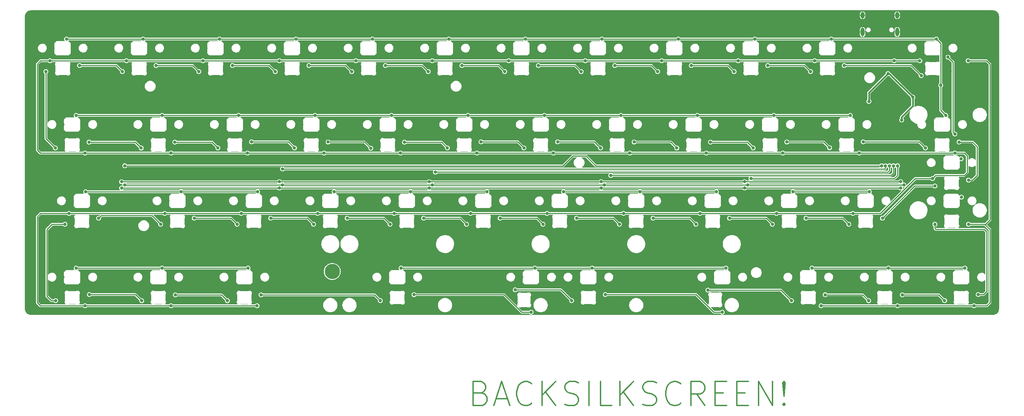
<source format=gbr>
G04 #@! TF.GenerationSoftware,KiCad,Pcbnew,(7.0.0)*
G04 #@! TF.CreationDate,2023-09-25T14:47:28+02:00*
G04 #@! TF.ProjectId,vootington,766f6f74-696e-4677-946f-6e2e6b696361,rev?*
G04 #@! TF.SameCoordinates,Original*
G04 #@! TF.FileFunction,Copper,L1,Top*
G04 #@! TF.FilePolarity,Positive*
%FSLAX46Y46*%
G04 Gerber Fmt 4.6, Leading zero omitted, Abs format (unit mm)*
G04 Created by KiCad (PCBNEW (7.0.0)) date 2023-09-25 14:47:28*
%MOMM*%
%LPD*%
G01*
G04 APERTURE LIST*
%ADD10C,0.300000*%
G04 #@! TA.AperFunction,NonConductor*
%ADD11C,0.300000*%
G04 #@! TD*
G04 #@! TA.AperFunction,ComponentPad*
%ADD12C,3.800000*%
G04 #@! TD*
G04 #@! TA.AperFunction,ComponentPad*
%ADD13O,1.000000X1.600000*%
G04 #@! TD*
G04 #@! TA.AperFunction,ComponentPad*
%ADD14O,1.000000X2.100000*%
G04 #@! TD*
G04 #@! TA.AperFunction,ViaPad*
%ADD15C,0.800000*%
G04 #@! TD*
G04 #@! TA.AperFunction,Conductor*
%ADD16C,0.250000*%
G04 #@! TD*
G04 #@! TA.AperFunction,Conductor*
%ADD17C,0.381000*%
G04 #@! TD*
G04 #@! TA.AperFunction,Conductor*
%ADD18C,0.200000*%
G04 #@! TD*
G04 APERTURE END LIST*
D10*
D11*
X140747321Y-127313928D02*
X141604464Y-127599642D01*
X141604464Y-127599642D02*
X141890178Y-127885357D01*
X141890178Y-127885357D02*
X142175892Y-128456785D01*
X142175892Y-128456785D02*
X142175892Y-129313928D01*
X142175892Y-129313928D02*
X141890178Y-129885357D01*
X141890178Y-129885357D02*
X141604464Y-130171071D01*
X141604464Y-130171071D02*
X141033035Y-130456785D01*
X141033035Y-130456785D02*
X138747321Y-130456785D01*
X138747321Y-130456785D02*
X138747321Y-124456785D01*
X138747321Y-124456785D02*
X140747321Y-124456785D01*
X140747321Y-124456785D02*
X141318750Y-124742500D01*
X141318750Y-124742500D02*
X141604464Y-125028214D01*
X141604464Y-125028214D02*
X141890178Y-125599642D01*
X141890178Y-125599642D02*
X141890178Y-126171071D01*
X141890178Y-126171071D02*
X141604464Y-126742500D01*
X141604464Y-126742500D02*
X141318750Y-127028214D01*
X141318750Y-127028214D02*
X140747321Y-127313928D01*
X140747321Y-127313928D02*
X138747321Y-127313928D01*
X144461607Y-128742500D02*
X147318750Y-128742500D01*
X143890178Y-130456785D02*
X145890178Y-124456785D01*
X145890178Y-124456785D02*
X147890178Y-130456785D01*
X153318749Y-129885357D02*
X153033035Y-130171071D01*
X153033035Y-130171071D02*
X152175892Y-130456785D01*
X152175892Y-130456785D02*
X151604464Y-130456785D01*
X151604464Y-130456785D02*
X150747321Y-130171071D01*
X150747321Y-130171071D02*
X150175892Y-129599642D01*
X150175892Y-129599642D02*
X149890178Y-129028214D01*
X149890178Y-129028214D02*
X149604464Y-127885357D01*
X149604464Y-127885357D02*
X149604464Y-127028214D01*
X149604464Y-127028214D02*
X149890178Y-125885357D01*
X149890178Y-125885357D02*
X150175892Y-125313928D01*
X150175892Y-125313928D02*
X150747321Y-124742500D01*
X150747321Y-124742500D02*
X151604464Y-124456785D01*
X151604464Y-124456785D02*
X152175892Y-124456785D01*
X152175892Y-124456785D02*
X153033035Y-124742500D01*
X153033035Y-124742500D02*
X153318749Y-125028214D01*
X155890178Y-130456785D02*
X155890178Y-124456785D01*
X159318749Y-130456785D02*
X156747321Y-127028214D01*
X159318749Y-124456785D02*
X155890178Y-127885357D01*
X161604464Y-130171071D02*
X162461607Y-130456785D01*
X162461607Y-130456785D02*
X163890178Y-130456785D01*
X163890178Y-130456785D02*
X164461607Y-130171071D01*
X164461607Y-130171071D02*
X164747321Y-129885357D01*
X164747321Y-129885357D02*
X165033035Y-129313928D01*
X165033035Y-129313928D02*
X165033035Y-128742500D01*
X165033035Y-128742500D02*
X164747321Y-128171071D01*
X164747321Y-128171071D02*
X164461607Y-127885357D01*
X164461607Y-127885357D02*
X163890178Y-127599642D01*
X163890178Y-127599642D02*
X162747321Y-127313928D01*
X162747321Y-127313928D02*
X162175892Y-127028214D01*
X162175892Y-127028214D02*
X161890178Y-126742500D01*
X161890178Y-126742500D02*
X161604464Y-126171071D01*
X161604464Y-126171071D02*
X161604464Y-125599642D01*
X161604464Y-125599642D02*
X161890178Y-125028214D01*
X161890178Y-125028214D02*
X162175892Y-124742500D01*
X162175892Y-124742500D02*
X162747321Y-124456785D01*
X162747321Y-124456785D02*
X164175892Y-124456785D01*
X164175892Y-124456785D02*
X165033035Y-124742500D01*
X167604464Y-130456785D02*
X167604464Y-124456785D01*
X173318750Y-130456785D02*
X170461607Y-130456785D01*
X170461607Y-130456785D02*
X170461607Y-124456785D01*
X175318750Y-130456785D02*
X175318750Y-124456785D01*
X178747321Y-130456785D02*
X176175893Y-127028214D01*
X178747321Y-124456785D02*
X175318750Y-127885357D01*
X181033036Y-130171071D02*
X181890179Y-130456785D01*
X181890179Y-130456785D02*
X183318750Y-130456785D01*
X183318750Y-130456785D02*
X183890179Y-130171071D01*
X183890179Y-130171071D02*
X184175893Y-129885357D01*
X184175893Y-129885357D02*
X184461607Y-129313928D01*
X184461607Y-129313928D02*
X184461607Y-128742500D01*
X184461607Y-128742500D02*
X184175893Y-128171071D01*
X184175893Y-128171071D02*
X183890179Y-127885357D01*
X183890179Y-127885357D02*
X183318750Y-127599642D01*
X183318750Y-127599642D02*
X182175893Y-127313928D01*
X182175893Y-127313928D02*
X181604464Y-127028214D01*
X181604464Y-127028214D02*
X181318750Y-126742500D01*
X181318750Y-126742500D02*
X181033036Y-126171071D01*
X181033036Y-126171071D02*
X181033036Y-125599642D01*
X181033036Y-125599642D02*
X181318750Y-125028214D01*
X181318750Y-125028214D02*
X181604464Y-124742500D01*
X181604464Y-124742500D02*
X182175893Y-124456785D01*
X182175893Y-124456785D02*
X183604464Y-124456785D01*
X183604464Y-124456785D02*
X184461607Y-124742500D01*
X190461607Y-129885357D02*
X190175893Y-130171071D01*
X190175893Y-130171071D02*
X189318750Y-130456785D01*
X189318750Y-130456785D02*
X188747322Y-130456785D01*
X188747322Y-130456785D02*
X187890179Y-130171071D01*
X187890179Y-130171071D02*
X187318750Y-129599642D01*
X187318750Y-129599642D02*
X187033036Y-129028214D01*
X187033036Y-129028214D02*
X186747322Y-127885357D01*
X186747322Y-127885357D02*
X186747322Y-127028214D01*
X186747322Y-127028214D02*
X187033036Y-125885357D01*
X187033036Y-125885357D02*
X187318750Y-125313928D01*
X187318750Y-125313928D02*
X187890179Y-124742500D01*
X187890179Y-124742500D02*
X188747322Y-124456785D01*
X188747322Y-124456785D02*
X189318750Y-124456785D01*
X189318750Y-124456785D02*
X190175893Y-124742500D01*
X190175893Y-124742500D02*
X190461607Y-125028214D01*
X196461607Y-130456785D02*
X194461607Y-127599642D01*
X193033036Y-130456785D02*
X193033036Y-124456785D01*
X193033036Y-124456785D02*
X195318750Y-124456785D01*
X195318750Y-124456785D02*
X195890179Y-124742500D01*
X195890179Y-124742500D02*
X196175893Y-125028214D01*
X196175893Y-125028214D02*
X196461607Y-125599642D01*
X196461607Y-125599642D02*
X196461607Y-126456785D01*
X196461607Y-126456785D02*
X196175893Y-127028214D01*
X196175893Y-127028214D02*
X195890179Y-127313928D01*
X195890179Y-127313928D02*
X195318750Y-127599642D01*
X195318750Y-127599642D02*
X193033036Y-127599642D01*
X199033036Y-127313928D02*
X201033036Y-127313928D01*
X201890179Y-130456785D02*
X199033036Y-130456785D01*
X199033036Y-130456785D02*
X199033036Y-124456785D01*
X199033036Y-124456785D02*
X201890179Y-124456785D01*
X204461607Y-127313928D02*
X206461607Y-127313928D01*
X207318750Y-130456785D02*
X204461607Y-130456785D01*
X204461607Y-130456785D02*
X204461607Y-124456785D01*
X204461607Y-124456785D02*
X207318750Y-124456785D01*
X209890178Y-130456785D02*
X209890178Y-124456785D01*
X209890178Y-124456785D02*
X213318749Y-130456785D01*
X213318749Y-130456785D02*
X213318749Y-124456785D01*
X216175892Y-129885357D02*
X216461606Y-130171071D01*
X216461606Y-130171071D02*
X216175892Y-130456785D01*
X216175892Y-130456785D02*
X215890178Y-130171071D01*
X215890178Y-130171071D02*
X216175892Y-129885357D01*
X216175892Y-129885357D02*
X216175892Y-130456785D01*
X216175892Y-128171071D02*
X215890178Y-124742500D01*
X215890178Y-124742500D02*
X216175892Y-124456785D01*
X216175892Y-124456785D02*
X216461606Y-124742500D01*
X216461606Y-124742500D02*
X216175892Y-128171071D01*
X216175892Y-128171071D02*
X216175892Y-124456785D01*
D12*
X103662500Y-97024000D03*
D13*
X235773499Y-33081249D03*
D14*
X235773499Y-37261249D03*
D13*
X244413499Y-33081249D03*
D14*
X244413499Y-37261249D03*
D15*
X120666149Y-67476587D03*
X139716149Y-67476587D03*
X176212500Y-82550000D03*
X214312500Y-82550000D03*
X42068750Y-67468750D03*
X63516149Y-67476587D03*
X258762500Y-67468750D03*
X225425000Y-105568750D03*
X195262500Y-82550000D03*
X196866149Y-67476587D03*
X233362500Y-82550000D03*
X63500000Y-105568750D03*
X52387500Y-44450000D03*
X119062500Y-82550000D03*
X147637500Y-44450000D03*
X71437500Y-44450000D03*
X38100000Y-82550000D03*
X243681250Y-44450000D03*
X250031250Y-44450000D03*
X84931250Y-105568750D03*
X253206250Y-73818750D03*
X158766149Y-67476587D03*
X61912500Y-82550000D03*
X82566149Y-67476587D03*
X215916149Y-67476587D03*
X223837500Y-44450000D03*
X262064500Y-44450000D03*
X33337500Y-44450000D03*
X262159750Y-85217000D03*
X42068750Y-105568750D03*
X109537500Y-44450000D03*
X90487500Y-44450000D03*
X204787500Y-44450000D03*
X100012500Y-82550000D03*
X263525000Y-105568750D03*
X157162500Y-82550000D03*
X177816149Y-67476587D03*
X166687500Y-44450000D03*
X185737500Y-44450000D03*
X101616149Y-67476587D03*
X138112500Y-82550000D03*
X128587500Y-44450000D03*
X244475000Y-105568750D03*
X80962500Y-82550000D03*
X234966149Y-67476587D03*
X34131250Y-41275000D03*
X250031250Y-76993750D03*
X134143750Y-60325000D03*
X40703500Y-47117000D03*
X72231250Y-41275000D03*
X97853500Y-47117000D03*
X250992148Y-53969830D03*
X53181250Y-41275000D03*
X202628500Y-85217000D03*
X211137500Y-76993750D03*
X183578500Y-85217000D03*
X117475000Y-98425000D03*
X151407694Y-64688560D03*
X75165166Y-64681674D03*
X218051796Y-102817213D03*
X242887500Y-53975000D03*
X56065792Y-64736411D03*
X155003500Y-47117000D03*
X119856250Y-79375000D03*
X117475000Y-98425000D03*
X250825000Y-41275000D03*
X215106250Y-79375000D03*
X45466000Y-85217000D03*
X247990441Y-46773765D03*
X119856250Y-79375000D03*
X237294441Y-102826775D03*
X212153500Y-47117000D03*
X186531250Y-41275000D03*
X250979835Y-51609734D03*
X229393750Y-60325000D03*
X96043750Y-60325000D03*
X81756250Y-79375000D03*
X34131250Y-41275000D03*
X62706250Y-79375000D03*
X234619332Y-54571763D03*
X34676825Y-64725845D03*
X148431250Y-41275000D03*
X78803500Y-47117000D03*
X174053500Y-47117000D03*
X88328500Y-85217000D03*
X110331250Y-41275000D03*
X129381250Y-41275000D03*
X253867831Y-83746645D03*
X219868750Y-98425000D03*
X238918750Y-98425000D03*
X76993750Y-60325000D03*
X77558776Y-102835094D03*
X224631250Y-41275000D03*
X57943750Y-98425000D03*
X167481250Y-41275000D03*
X129381250Y-73818750D03*
X227545463Y-64662224D03*
X221678500Y-85217000D03*
X231203500Y-47117000D03*
X164528500Y-85217000D03*
X53181250Y-41275000D03*
X100806250Y-79375000D03*
X115093750Y-60325000D03*
X57943750Y-60325000D03*
X255587500Y-69850000D03*
X257968750Y-98425000D03*
X100806250Y-79375000D03*
X34761802Y-102793287D03*
X36512500Y-60325000D03*
X36512500Y-60325000D03*
X76993750Y-60325000D03*
X219868750Y-98425000D03*
X165100000Y-98425000D03*
X238526464Y-43636920D03*
X52754704Y-73818750D03*
X262159750Y-75692000D03*
X157956250Y-79375000D03*
X36512500Y-98425000D03*
X116903500Y-47117000D03*
X177006250Y-79375000D03*
X177006250Y-79375000D03*
X208520000Y-64710598D03*
X110331250Y-41275000D03*
X38893750Y-79375000D03*
X57943750Y-60325000D03*
X259143500Y-43561000D03*
X246330846Y-61919920D03*
X257968750Y-98425000D03*
X245268750Y-61912500D03*
X157956250Y-79375000D03*
X191293750Y-60325000D03*
X153193750Y-60325000D03*
X242650391Y-42615451D03*
X255587500Y-79375000D03*
X229393750Y-60325000D03*
X215106250Y-79375000D03*
X79375000Y-98425000D03*
X165100000Y-98425000D03*
X96043750Y-60325000D03*
X198437500Y-98425000D03*
X234156250Y-79375000D03*
X138906250Y-79375000D03*
X134143750Y-60325000D03*
X81756250Y-79375000D03*
X251417155Y-64714326D03*
X145478500Y-85217000D03*
X205581250Y-41275000D03*
X92075000Y-73818750D03*
X148431250Y-41275000D03*
X115643164Y-102803683D03*
X172243750Y-60325000D03*
X79375000Y-98425000D03*
X172243750Y-73818750D03*
X91281250Y-41275000D03*
X153193750Y-60325000D03*
X107378500Y-85217000D03*
X254370254Y-52925494D03*
X170468864Y-64710598D03*
X57943750Y-98425000D03*
X238918750Y-98425000D03*
X72231250Y-41275000D03*
X167481250Y-41275000D03*
X253206250Y-60325000D03*
X113254553Y-64768221D03*
X150812500Y-98425000D03*
X210343750Y-60325000D03*
X172243750Y-60325000D03*
X138906250Y-79375000D03*
X186531250Y-41275000D03*
X91281250Y-41275000D03*
X36512500Y-98425000D03*
X253206250Y-60325000D03*
X257574990Y-47158469D03*
X196056250Y-79375000D03*
X250825000Y-41275000D03*
X69278500Y-85217000D03*
X234156250Y-79375000D03*
X240728500Y-85217000D03*
X255587500Y-79375000D03*
X196850000Y-107156250D03*
X38893750Y-79375000D03*
X115093750Y-60325000D03*
X256211185Y-102778787D03*
X193103500Y-47117000D03*
X129381250Y-41275000D03*
X149225000Y-107156250D03*
X62706250Y-79375000D03*
X163254694Y-102812468D03*
X205581250Y-41275000D03*
X59753500Y-47117000D03*
X235743750Y-40640000D03*
X56179568Y-102837221D03*
X189499106Y-64733776D03*
X198437500Y-98425000D03*
X126428500Y-85217000D03*
X132345154Y-64682992D03*
X196056250Y-79375000D03*
X94249611Y-64705077D03*
X191293750Y-60325000D03*
X210343750Y-60325000D03*
X135953500Y-47117000D03*
X257233768Y-52243479D03*
X255240689Y-50544244D03*
X66025216Y-77128346D03*
X156512716Y-58078346D03*
X227950216Y-39028346D03*
X118412716Y-58078346D03*
X237349581Y-54561617D03*
X37450216Y-39028346D03*
X260307055Y-68900000D03*
X260393000Y-78467970D03*
X94600216Y-39028346D03*
X232712716Y-58078346D03*
X242093750Y-47625000D03*
X213662716Y-58078346D03*
X104125216Y-77128346D03*
X61262716Y-96178346D03*
X170800216Y-39028346D03*
X120793966Y-96178346D03*
X218425216Y-77128346D03*
X154131466Y-96178346D03*
X80312716Y-58078346D03*
X194612716Y-58078346D03*
X137462716Y-58078346D03*
X75550216Y-39028346D03*
X223187716Y-96178346D03*
X245514886Y-59214126D03*
X180325216Y-77128346D03*
X208900216Y-39028346D03*
X142225216Y-77128346D03*
X189850216Y-39028346D03*
X151750216Y-39028346D03*
X199375216Y-77128346D03*
X85075216Y-77128346D03*
X61262716Y-58078346D03*
X123175216Y-77128346D03*
X175562716Y-58078346D03*
X161275216Y-77128346D03*
X99362716Y-58078346D03*
X82693966Y-96178346D03*
X42212716Y-77128346D03*
X56500216Y-39028346D03*
X39831466Y-58078346D03*
X132700216Y-39028346D03*
X256525216Y-58078346D03*
X261287716Y-96178346D03*
X201756466Y-96178346D03*
X168418966Y-96178346D03*
X248297095Y-53510594D03*
X113650216Y-39028346D03*
X242237716Y-96178346D03*
X237475216Y-77128346D03*
X39831466Y-96178346D03*
X254143966Y-39028346D03*
X258762500Y-62706250D03*
X257059576Y-43540826D03*
X203771500Y-47117000D03*
X193103500Y-45629334D03*
X140727154Y-64682992D03*
X151407694Y-66176226D03*
X262159750Y-74204334D03*
X259799155Y-64714326D03*
X145478500Y-83729334D03*
X156146500Y-85217000D03*
X37084000Y-85217000D03*
X34761802Y-104280953D03*
X163290250Y-104267000D03*
X149225000Y-101600000D03*
X174053500Y-45629334D03*
X184721500Y-47117000D03*
X121636553Y-64768221D03*
X132345154Y-66170658D03*
X175196500Y-85217000D03*
X164528500Y-83729334D03*
X153193750Y-107156250D03*
X124025164Y-102803683D03*
X207962500Y-73818750D03*
X244475000Y-70643750D03*
X90487500Y-74612500D03*
X245268750Y-74612500D03*
X51167204Y-74612500D03*
X206375000Y-74612500D03*
X127793750Y-74612500D03*
X170656250Y-74612500D03*
X51960954Y-75406250D03*
X171450000Y-75406250D03*
X128587500Y-75406250D03*
X246062500Y-75406250D03*
X91281250Y-75406250D03*
X207168750Y-75406250D03*
X243475497Y-70643750D03*
X173037500Y-73025000D03*
X127793750Y-76200000D03*
X170656250Y-76200000D03*
X90487500Y-76200000D03*
X51167204Y-76200000D03*
X206375000Y-76200000D03*
X245268750Y-76200000D03*
X32321500Y-47117000D03*
X34676825Y-66213511D03*
X51371500Y-47117000D03*
X40715779Y-45622085D03*
X70421500Y-47117000D03*
X59753500Y-45629334D03*
X89471500Y-47117000D03*
X78803500Y-45629334D03*
X108521500Y-47117000D03*
X97853500Y-45629334D03*
X127571500Y-47117000D03*
X116903500Y-45629334D03*
X146621500Y-47117000D03*
X135953500Y-45629334D03*
X165671500Y-47117000D03*
X155003500Y-45629334D03*
X212153500Y-45629334D03*
X222821500Y-47117000D03*
X250380500Y-48133000D03*
X231203500Y-45629334D03*
X102631611Y-64705077D03*
X113254553Y-66255887D03*
X94249611Y-66192743D03*
X83547166Y-64681674D03*
X64447792Y-64736411D03*
X75165166Y-66169340D03*
X56065792Y-66224077D03*
X43058825Y-64725845D03*
X251417155Y-66201992D03*
X235927463Y-64662224D03*
X216902000Y-64710598D03*
X227545463Y-66149890D03*
X197881106Y-64733776D03*
X208520000Y-66198264D03*
X178850864Y-64710598D03*
X189499106Y-66221442D03*
X159789694Y-64688560D03*
X170468864Y-66198264D03*
X183578500Y-83729334D03*
X194246500Y-85217000D03*
X213296500Y-85217000D03*
X202628500Y-83729334D03*
X221678500Y-83729334D03*
X232346500Y-85217000D03*
X253777750Y-75692000D03*
X240728500Y-83729334D03*
X45466000Y-83729334D03*
X60896500Y-85217000D03*
X69278500Y-83729334D03*
X79946500Y-85217000D03*
X98996500Y-85217000D03*
X88328500Y-83729334D03*
X107378500Y-83729334D03*
X118046500Y-85217000D03*
X137096500Y-85217000D03*
X126428500Y-83729334D03*
X85940776Y-102835094D03*
X115643164Y-104291349D03*
X77558776Y-104322760D03*
X64561568Y-102837221D03*
X56179568Y-104324887D03*
X43143802Y-102793287D03*
X253777750Y-85217000D03*
X264593185Y-102778787D03*
X256211185Y-104266453D03*
X245662542Y-102835094D03*
X237280542Y-104322760D03*
X226433796Y-102817213D03*
X218051796Y-104304879D03*
X197260955Y-101671773D03*
X200818750Y-107156250D03*
X171672250Y-102779334D03*
X129381250Y-72231250D03*
X242475994Y-70643750D03*
X91281250Y-71437500D03*
X241476491Y-70643750D03*
X51960954Y-70643750D03*
X240476988Y-70643750D03*
D16*
X30162500Y-45243750D02*
X30956250Y-44450000D01*
X266700000Y-105568750D02*
X267493750Y-104775000D01*
X261823750Y-68148750D02*
X261143750Y-67468750D01*
X30956250Y-105568750D02*
X30162500Y-104775000D01*
X248906162Y-73818750D02*
X248278081Y-74446831D01*
X30956250Y-67468750D02*
X30162500Y-66675000D01*
X30162500Y-66675000D02*
X30162500Y-45243750D01*
X262064500Y-44450000D02*
X266700000Y-44450000D01*
X223837500Y-44450000D02*
X33337500Y-44450000D01*
X42068750Y-67468750D02*
X158750000Y-67468750D01*
X253206250Y-73818750D02*
X248906162Y-73818750D01*
X254793750Y-73025000D02*
X256381250Y-73025000D01*
X237302000Y-44450000D02*
X242093750Y-44450000D01*
X254000000Y-73025000D02*
X253206250Y-73818750D01*
X266414250Y-85217000D02*
X267493750Y-84137500D01*
X30162500Y-104775000D02*
X30162500Y-83343750D01*
X267493750Y-104775000D02*
X267493750Y-86518750D01*
X250031250Y-44450000D02*
X242610318Y-44450000D01*
X261143750Y-73025000D02*
X261823750Y-72345000D01*
X225425000Y-105568750D02*
X263525000Y-105568750D01*
X266700000Y-44450000D02*
X267493750Y-45243750D01*
X30162500Y-83343750D02*
X30956250Y-82550000D01*
X261823750Y-72345000D02*
X261823750Y-68148750D01*
X177800000Y-67468750D02*
X258762500Y-67468750D01*
X262159750Y-85217000D02*
X266414250Y-85217000D01*
X30956250Y-44450000D02*
X33337500Y-44450000D01*
X42068750Y-105568750D02*
X30956250Y-105568750D01*
X256381250Y-73025000D02*
X254000000Y-73025000D01*
X256381250Y-73025000D02*
X261143750Y-73025000D01*
X170656250Y-67468750D02*
X177800000Y-67468750D01*
X267493750Y-86518750D02*
X266192000Y-85217000D01*
X242093750Y-44450000D02*
X242610318Y-44450000D01*
X267493750Y-84137500D02*
X267493750Y-45243750D01*
X42068750Y-105568750D02*
X84931250Y-105568750D01*
X263525000Y-105568750D02*
X266700000Y-105568750D01*
X223837500Y-44450000D02*
X238125000Y-44450000D01*
X248278081Y-74446831D02*
X240174912Y-82550000D01*
X266192000Y-85217000D02*
X262159750Y-85217000D01*
X261143750Y-67468750D02*
X258762500Y-67468750D01*
X42068750Y-67468750D02*
X30956250Y-67468750D01*
X240174912Y-82550000D02*
X233362500Y-82550000D01*
X30956250Y-82550000D02*
X38100000Y-82550000D01*
X233362500Y-82550000D02*
X38100000Y-82550000D01*
X158766149Y-67476587D02*
X177816149Y-67476587D01*
X142225216Y-77128346D02*
X104125216Y-77128346D01*
X199375216Y-77128346D02*
X161275216Y-77128346D01*
D17*
X242093750Y-47625000D02*
X242411501Y-47625000D01*
D16*
X255239873Y-40124253D02*
X254143966Y-39028346D01*
X223187716Y-96178346D02*
X261287716Y-96178346D01*
X255239873Y-50006250D02*
X255239873Y-40124253D01*
X255240689Y-50007066D02*
X255239873Y-50006250D01*
D17*
X237349581Y-52369169D02*
X242093750Y-47625000D01*
D18*
X250341154Y-39028346D02*
X254143966Y-39028346D01*
D17*
X248297095Y-53510594D02*
X248297095Y-55709155D01*
D16*
X256525216Y-58078346D02*
X255239873Y-56793003D01*
X254143966Y-39028346D02*
X37450216Y-39028346D01*
X255239873Y-56793003D02*
X255239873Y-50006250D01*
D17*
X248297095Y-55709155D02*
X245514886Y-58491364D01*
D16*
X255240689Y-50544244D02*
X255240689Y-50007066D01*
X85075216Y-77128346D02*
X42212716Y-77128346D01*
X232712716Y-58078346D02*
X39831466Y-58078346D01*
X39831466Y-96178346D02*
X82693966Y-96178346D01*
D17*
X242411501Y-47625000D02*
X248297095Y-53510594D01*
D16*
X237475216Y-77128346D02*
X218425216Y-77128346D01*
D17*
X237349581Y-54561617D02*
X237349581Y-52369169D01*
D16*
X120793966Y-96178346D02*
X201756466Y-96178346D01*
D17*
X245514886Y-58491364D02*
X245514886Y-59214126D01*
D16*
X258299990Y-62243740D02*
X258762500Y-62706250D01*
X258299990Y-44781240D02*
X258299990Y-62243740D01*
X257968750Y-44450000D02*
X258299990Y-44781240D01*
X257059576Y-43540826D02*
X257968750Y-44450000D01*
X202283834Y-45629334D02*
X193103500Y-45629334D01*
X203771500Y-47117000D02*
X202283834Y-45629334D01*
X140727154Y-64682992D02*
X149914460Y-64682992D01*
X149914460Y-64682992D02*
X151407694Y-66176226D01*
X264318750Y-73025000D02*
X263139416Y-74204334D01*
X263139416Y-74204334D02*
X262159750Y-74204334D01*
X263151826Y-64714326D02*
X264318750Y-65881250D01*
X259799155Y-64714326D02*
X263151826Y-64714326D01*
X264318750Y-65881250D02*
X264318750Y-73025000D01*
X145478500Y-83729334D02*
X154658834Y-83729334D01*
X154658834Y-83729334D02*
X156146500Y-85217000D01*
X33637203Y-104280953D02*
X34761802Y-104280953D01*
X33845500Y-85217000D02*
X32543750Y-86518750D01*
X37084000Y-85217000D02*
X33845500Y-85217000D01*
X32543750Y-103187500D02*
X33637203Y-104280953D01*
X32543750Y-86518750D02*
X32543750Y-103187500D01*
X160623250Y-101600000D02*
X163290250Y-104267000D01*
X149225000Y-101600000D02*
X160623250Y-101600000D01*
X184721500Y-47117000D02*
X183233834Y-45629334D01*
X183233834Y-45629334D02*
X174053500Y-45629334D01*
X130942717Y-64768221D02*
X132345154Y-66170658D01*
X121636553Y-64768221D02*
X130942717Y-64768221D01*
X173708834Y-83729334D02*
X175196500Y-85217000D01*
X164528500Y-83729334D02*
X173708834Y-83729334D01*
X150812500Y-107156250D02*
X153193750Y-107156250D01*
X124025164Y-102803683D02*
X146459933Y-102803683D01*
X146459933Y-102803683D02*
X150812500Y-107156250D01*
X238918750Y-73818750D02*
X238973814Y-73818750D01*
X238125000Y-73818750D02*
X243681250Y-73818750D01*
X244475000Y-73025000D02*
X244475000Y-70643750D01*
X243681250Y-73818750D02*
X244475000Y-73025000D01*
X207962500Y-73818750D02*
X238125000Y-73818750D01*
X238125000Y-73818750D02*
X238918750Y-73818750D01*
X206375000Y-74612500D02*
X51167204Y-74612500D01*
X206375000Y-74612500D02*
X245268750Y-74612500D01*
X246062500Y-75406250D02*
X207168750Y-75406250D01*
X207168750Y-75406250D02*
X51960954Y-75406250D01*
X243435548Y-72439788D02*
X243435548Y-70683699D01*
X173037500Y-73025000D02*
X242850336Y-73025000D01*
X243435548Y-70683699D02*
X243475497Y-70643750D01*
X243475497Y-70643750D02*
X243475497Y-70849503D01*
X242850336Y-73025000D02*
X243435548Y-72439788D01*
X245268750Y-76200000D02*
X51167204Y-76200000D01*
X34676825Y-66213511D02*
X32321500Y-63858186D01*
X32321500Y-63858186D02*
X32321500Y-47117000D01*
X40715779Y-45622085D02*
X49876585Y-45622085D01*
X49876585Y-45622085D02*
X51371500Y-47117000D01*
X70421500Y-47117000D02*
X68933834Y-45629334D01*
X68933834Y-45629334D02*
X59753500Y-45629334D01*
X89471500Y-47117000D02*
X87983834Y-45629334D01*
X87983834Y-45629334D02*
X78803500Y-45629334D01*
X108521500Y-47117000D02*
X107033834Y-45629334D01*
X107033834Y-45629334D02*
X97853500Y-45629334D01*
X126083834Y-45629334D02*
X116903500Y-45629334D01*
X127571500Y-47117000D02*
X126083834Y-45629334D01*
X145133834Y-45629334D02*
X135953500Y-45629334D01*
X146621500Y-47117000D02*
X145133834Y-45629334D01*
X164183834Y-45629334D02*
X155003500Y-45629334D01*
X165671500Y-47117000D02*
X164183834Y-45629334D01*
X221333834Y-45629334D02*
X212153500Y-45629334D01*
X222821500Y-47117000D02*
X221333834Y-45629334D01*
X247876834Y-45629334D02*
X231203500Y-45629334D01*
X250380500Y-48133000D02*
X247876834Y-45629334D01*
X111703743Y-64705077D02*
X113254553Y-66255887D01*
X102631611Y-64705077D02*
X111703743Y-64705077D01*
X83547166Y-64681674D02*
X92738542Y-64681674D01*
X92738542Y-64681674D02*
X94249611Y-66192743D01*
X64447792Y-64736411D02*
X73732237Y-64736411D01*
X73732237Y-64736411D02*
X75165166Y-66169340D01*
X54567560Y-64725845D02*
X56065792Y-66224077D01*
X43058825Y-64725845D02*
X54567560Y-64725845D01*
X235927463Y-64662224D02*
X249877387Y-64662224D01*
X249877387Y-64662224D02*
X251417155Y-66201992D01*
X216902000Y-64710598D02*
X226106171Y-64710598D01*
X226106171Y-64710598D02*
X227545463Y-66149890D01*
X207055512Y-64733776D02*
X208520000Y-66198264D01*
X197881106Y-64733776D02*
X207055512Y-64733776D01*
X178850864Y-64710598D02*
X187988262Y-64710598D01*
X187988262Y-64710598D02*
X189499106Y-66221442D01*
X159789694Y-64688560D02*
X168959160Y-64688560D01*
X168959160Y-64688560D02*
X170468864Y-66198264D01*
X192758834Y-83729334D02*
X194246500Y-85217000D01*
X183578500Y-83729334D02*
X192758834Y-83729334D01*
X202628500Y-83729334D02*
X211808834Y-83729334D01*
X211808834Y-83729334D02*
X213296500Y-85217000D01*
X230858834Y-83729334D02*
X232346500Y-85217000D01*
X221678500Y-83729334D02*
X230858834Y-83729334D01*
X248765834Y-75692000D02*
X253777750Y-75692000D01*
X240728500Y-83729334D02*
X248765834Y-75692000D01*
X46146584Y-83048750D02*
X58728250Y-83048750D01*
X45466000Y-83729334D02*
X46146584Y-83048750D01*
X58728250Y-83048750D02*
X60896500Y-85217000D01*
X78458834Y-83729334D02*
X79946500Y-85217000D01*
X69278500Y-83729334D02*
X78458834Y-83729334D01*
X97508834Y-83729334D02*
X98996500Y-85217000D01*
X88328500Y-83729334D02*
X97508834Y-83729334D01*
X107378500Y-83729334D02*
X116558834Y-83729334D01*
X116558834Y-83729334D02*
X118046500Y-85217000D01*
X126428500Y-83729334D02*
X135608834Y-83729334D01*
X135608834Y-83729334D02*
X137096500Y-85217000D01*
X85940776Y-102835094D02*
X114186909Y-102835094D01*
X114186909Y-102835094D02*
X115643164Y-104291349D01*
X76073237Y-102837221D02*
X77558776Y-104322760D01*
X64561568Y-102837221D02*
X76073237Y-102837221D01*
X54647968Y-102793287D02*
X56179568Y-104324887D01*
X43143802Y-102793287D02*
X54647968Y-102793287D01*
X266082944Y-86518750D02*
X254000000Y-86518750D01*
X266655000Y-87090806D02*
X266082944Y-86518750D01*
X264593185Y-102778787D02*
X265921002Y-102778787D01*
X254000000Y-86518750D02*
X253777750Y-86296500D01*
X266655000Y-102044789D02*
X266655000Y-87090806D01*
X265921002Y-102778787D02*
X266655000Y-102044789D01*
X253777750Y-86296500D02*
X253777750Y-85217000D01*
X254779826Y-102835094D02*
X256211185Y-104266453D01*
X245662542Y-102835094D02*
X254779826Y-102835094D01*
X235774995Y-102817213D02*
X237280542Y-104322760D01*
X226433796Y-102817213D02*
X235774995Y-102817213D01*
X197260955Y-101671773D02*
X215418690Y-101671773D01*
X215418690Y-101671773D02*
X218051796Y-104304879D01*
X198694893Y-107156250D02*
X200818750Y-107156250D01*
X171672250Y-102779334D02*
X194317977Y-102779334D01*
X194317977Y-102779334D02*
X198694893Y-107156250D01*
X129381250Y-72231250D02*
X242052977Y-72231250D01*
X242445525Y-70674219D02*
X242475994Y-70643750D01*
X242445525Y-71838702D02*
X242445525Y-70674219D01*
X242052977Y-72231250D02*
X242445525Y-71838702D01*
X91281250Y-71437500D02*
X241237938Y-71437500D01*
X241476491Y-71198947D02*
X241476491Y-70643750D01*
X241237938Y-71437500D02*
X241476491Y-71198947D01*
X56356250Y-70643750D02*
X161131250Y-70643750D01*
X169320233Y-70643750D02*
X240476988Y-70643750D01*
X55562500Y-70643750D02*
X56356250Y-70643750D01*
X166938983Y-68262500D02*
X169320233Y-70643750D01*
X163512500Y-68262500D02*
X166938983Y-68262500D01*
X161131250Y-70643750D02*
X163512500Y-68262500D01*
X56356250Y-70643750D02*
X51960954Y-70643750D01*
G04 #@! TA.AperFunction,Conductor*
G36*
X268287905Y-31850529D02*
G01*
X268498312Y-31865578D01*
X268499921Y-31865809D01*
X268705634Y-31910559D01*
X268707198Y-31911018D01*
X268876199Y-31974052D01*
X268904455Y-31984591D01*
X268905948Y-31985273D01*
X269089398Y-32085445D01*
X269090708Y-32086160D01*
X269092088Y-32087046D01*
X269243786Y-32200606D01*
X269260617Y-32213205D01*
X269261857Y-32214279D01*
X269410720Y-32363142D01*
X269411794Y-32364382D01*
X269537952Y-32532910D01*
X269538839Y-32534291D01*
X269639726Y-32719052D01*
X269640408Y-32720544D01*
X269713979Y-32917795D01*
X269714441Y-32919370D01*
X269759188Y-33125070D01*
X269759422Y-33126694D01*
X269774471Y-33337095D01*
X269774500Y-33337915D01*
X269774500Y-106362085D01*
X269774471Y-106362905D01*
X269759422Y-106573305D01*
X269759188Y-106574929D01*
X269714441Y-106780629D01*
X269713979Y-106782204D01*
X269640408Y-106979455D01*
X269639726Y-106980947D01*
X269538839Y-107165708D01*
X269537952Y-107167089D01*
X269411794Y-107335617D01*
X269410720Y-107336857D01*
X269261857Y-107485720D01*
X269260617Y-107486794D01*
X269092089Y-107612952D01*
X269090708Y-107613839D01*
X268905947Y-107714726D01*
X268904455Y-107715408D01*
X268707204Y-107788979D01*
X268705629Y-107789441D01*
X268499929Y-107834188D01*
X268498305Y-107834422D01*
X268287905Y-107849471D01*
X268287085Y-107849500D01*
X28575415Y-107849500D01*
X28574595Y-107849471D01*
X28364194Y-107834422D01*
X28362570Y-107834188D01*
X28156870Y-107789441D01*
X28155295Y-107788979D01*
X27958044Y-107715408D01*
X27956552Y-107714726D01*
X27771791Y-107613839D01*
X27770410Y-107612952D01*
X27601882Y-107486794D01*
X27600642Y-107485720D01*
X27451779Y-107336857D01*
X27450705Y-107335617D01*
X27434300Y-107313703D01*
X27324546Y-107167088D01*
X27323660Y-107165708D01*
X27222773Y-106980947D01*
X27222091Y-106979455D01*
X27211552Y-106951199D01*
X27148518Y-106782198D01*
X27148058Y-106780629D01*
X27103309Y-106574921D01*
X27103078Y-106573312D01*
X27088029Y-106362905D01*
X27088000Y-106362085D01*
X27088000Y-104803807D01*
X29833236Y-104803807D01*
X29833495Y-104804777D01*
X29833496Y-104804778D01*
X29844284Y-104845040D01*
X29844501Y-104846019D01*
X29851736Y-104887052D01*
X29851912Y-104888045D01*
X29852413Y-104888913D01*
X29852414Y-104888915D01*
X29858424Y-104899324D01*
X29859573Y-104902097D01*
X29862685Y-104913712D01*
X29862686Y-104913714D01*
X29862946Y-104914684D01*
X29863523Y-104915508D01*
X29887423Y-104949642D01*
X29887962Y-104950488D01*
X29907611Y-104984519D01*
X29909306Y-104987455D01*
X29910072Y-104988098D01*
X29910074Y-104988100D01*
X29922472Y-104998503D01*
X29942000Y-105014889D01*
X29942003Y-105014891D01*
X29942743Y-105015569D01*
X30715681Y-105788507D01*
X30716359Y-105789247D01*
X30743149Y-105821175D01*
X30743151Y-105821177D01*
X30743795Y-105821944D01*
X30755175Y-105828514D01*
X30780760Y-105843286D01*
X30781606Y-105843825D01*
X30816566Y-105868304D01*
X30829149Y-105871675D01*
X30831921Y-105872823D01*
X30843205Y-105879338D01*
X30885230Y-105886747D01*
X30886202Y-105886963D01*
X30927443Y-105898014D01*
X30969961Y-105894293D01*
X30970963Y-105894250D01*
X41555929Y-105894250D01*
X41561015Y-105895436D01*
X41565053Y-105898749D01*
X41635641Y-105990741D01*
X41640468Y-105997032D01*
X41765909Y-106093286D01*
X41911988Y-106153794D01*
X42068750Y-106174432D01*
X42225512Y-106153794D01*
X42371591Y-106093286D01*
X42497032Y-105997032D01*
X42568986Y-105903259D01*
X42572447Y-105898749D01*
X42576485Y-105895436D01*
X42581571Y-105894250D01*
X62987179Y-105894250D01*
X62992265Y-105895436D01*
X62996303Y-105898749D01*
X63066891Y-105990741D01*
X63071718Y-105997032D01*
X63197159Y-106093286D01*
X63343238Y-106153794D01*
X63500000Y-106174432D01*
X63656762Y-106153794D01*
X63802841Y-106093286D01*
X63928282Y-105997032D01*
X64000236Y-105903259D01*
X64003697Y-105898749D01*
X64007735Y-105895436D01*
X64012821Y-105894250D01*
X84418429Y-105894250D01*
X84423515Y-105895436D01*
X84427553Y-105898749D01*
X84498141Y-105990741D01*
X84502968Y-105997032D01*
X84628409Y-106093286D01*
X84774488Y-106153794D01*
X84931250Y-106174432D01*
X85088012Y-106153794D01*
X85234091Y-106093286D01*
X85359532Y-105997032D01*
X85455786Y-105871591D01*
X85516294Y-105725512D01*
X85536932Y-105568750D01*
X85533539Y-105542980D01*
X101406650Y-105542980D01*
X101406712Y-105543396D01*
X101406713Y-105543399D01*
X101443656Y-105788507D01*
X101446289Y-105805971D01*
X101446413Y-105806375D01*
X101446415Y-105806381D01*
X101512448Y-106020451D01*
X101524683Y-106060116D01*
X101524868Y-106060501D01*
X101524870Y-106060505D01*
X101579735Y-106174432D01*
X101640079Y-106299738D01*
X101640324Y-106300097D01*
X101640325Y-106300099D01*
X101765180Y-106483228D01*
X101789900Y-106519485D01*
X101970799Y-106714448D01*
X101971134Y-106714715D01*
X101971135Y-106714716D01*
X102116636Y-106830750D01*
X102178735Y-106880272D01*
X102409064Y-107013252D01*
X102656640Y-107110419D01*
X102915933Y-107169601D01*
X103114749Y-107184500D01*
X103247338Y-107184500D01*
X103247551Y-107184500D01*
X103446367Y-107169601D01*
X103705660Y-107110419D01*
X103953236Y-107013252D01*
X104183565Y-106880272D01*
X104391501Y-106714448D01*
X104572400Y-106519485D01*
X104722221Y-106299738D01*
X104837617Y-106060116D01*
X104916011Y-105805971D01*
X104955650Y-105542980D01*
X106175500Y-105542980D01*
X106175562Y-105543396D01*
X106175563Y-105543399D01*
X106212506Y-105788507D01*
X106215139Y-105805971D01*
X106215263Y-105806375D01*
X106215265Y-105806381D01*
X106281298Y-106020451D01*
X106293533Y-106060116D01*
X106293718Y-106060501D01*
X106293720Y-106060505D01*
X106348585Y-106174432D01*
X106408929Y-106299738D01*
X106409174Y-106300097D01*
X106409175Y-106300099D01*
X106534030Y-106483228D01*
X106558750Y-106519485D01*
X106739649Y-106714448D01*
X106739984Y-106714715D01*
X106739985Y-106714716D01*
X106885486Y-106830750D01*
X106947585Y-106880272D01*
X107177914Y-107013252D01*
X107425490Y-107110419D01*
X107684783Y-107169601D01*
X107883599Y-107184500D01*
X108016188Y-107184500D01*
X108016401Y-107184500D01*
X108215217Y-107169601D01*
X108474510Y-107110419D01*
X108722086Y-107013252D01*
X108952415Y-106880272D01*
X109160351Y-106714448D01*
X109341250Y-106519485D01*
X109491071Y-106299738D01*
X109606467Y-106060116D01*
X109684861Y-105805971D01*
X109724500Y-105542980D01*
X129988000Y-105542980D01*
X129988062Y-105543396D01*
X129988063Y-105543399D01*
X130025006Y-105788507D01*
X130027639Y-105805971D01*
X130027763Y-105806375D01*
X130027765Y-105806381D01*
X130093798Y-106020451D01*
X130106033Y-106060116D01*
X130106218Y-106060501D01*
X130106220Y-106060505D01*
X130161085Y-106174432D01*
X130221429Y-106299738D01*
X130221674Y-106300097D01*
X130221675Y-106300099D01*
X130346530Y-106483228D01*
X130371250Y-106519485D01*
X130552149Y-106714448D01*
X130552484Y-106714715D01*
X130552485Y-106714716D01*
X130697986Y-106830750D01*
X130760085Y-106880272D01*
X130990414Y-107013252D01*
X131237990Y-107110419D01*
X131497283Y-107169601D01*
X131696099Y-107184500D01*
X131828688Y-107184500D01*
X131828901Y-107184500D01*
X132027717Y-107169601D01*
X132287010Y-107110419D01*
X132534586Y-107013252D01*
X132764915Y-106880272D01*
X132972851Y-106714448D01*
X133153750Y-106519485D01*
X133303571Y-106299738D01*
X133418967Y-106060116D01*
X133497361Y-105805971D01*
X133537000Y-105542980D01*
X133537000Y-105277020D01*
X133497361Y-105014029D01*
X133418967Y-104759884D01*
X133303571Y-104520262D01*
X133153750Y-104300515D01*
X132972851Y-104105552D01*
X132869005Y-104022737D01*
X132765254Y-103939998D01*
X132765251Y-103939995D01*
X132764915Y-103939728D01*
X132764541Y-103939512D01*
X132764538Y-103939510D01*
X132534961Y-103806964D01*
X132534955Y-103806961D01*
X132534586Y-103806748D01*
X132534186Y-103806591D01*
X132534182Y-103806589D01*
X132287410Y-103709738D01*
X132287010Y-103709581D01*
X132136688Y-103675271D01*
X132028134Y-103650494D01*
X132028131Y-103650493D01*
X132027717Y-103650399D01*
X132027299Y-103650367D01*
X132027288Y-103650366D01*
X131829111Y-103635515D01*
X131829092Y-103635514D01*
X131828901Y-103635500D01*
X131696099Y-103635500D01*
X131695908Y-103635514D01*
X131695888Y-103635515D01*
X131497711Y-103650366D01*
X131497698Y-103650367D01*
X131497283Y-103650399D01*
X131496870Y-103650493D01*
X131496865Y-103650494D01*
X131274166Y-103701324D01*
X131237990Y-103709581D01*
X131237593Y-103709736D01*
X131237589Y-103709738D01*
X130990817Y-103806589D01*
X130990807Y-103806593D01*
X130990414Y-103806748D01*
X130990049Y-103806958D01*
X130990038Y-103806964D01*
X130760461Y-103939510D01*
X130760452Y-103939515D01*
X130760085Y-103939728D01*
X130759754Y-103939991D01*
X130759745Y-103939998D01*
X130552485Y-104105283D01*
X130552476Y-104105290D01*
X130552149Y-104105552D01*
X130551861Y-104105862D01*
X130551856Y-104105867D01*
X130371540Y-104300202D01*
X130371250Y-104300515D01*
X130371014Y-104300860D01*
X130371010Y-104300866D01*
X130221675Y-104519900D01*
X130221670Y-104519907D01*
X130221429Y-104520262D01*
X130221240Y-104520653D01*
X130221239Y-104520656D01*
X130106220Y-104759494D01*
X130106216Y-104759503D01*
X130106033Y-104759884D01*
X130105909Y-104760287D01*
X130105905Y-104760297D01*
X130027765Y-105013618D01*
X130027762Y-105013627D01*
X130027639Y-105014029D01*
X130027576Y-105014442D01*
X130027575Y-105014450D01*
X129988063Y-105276600D01*
X129988000Y-105277020D01*
X129988000Y-105542980D01*
X109724500Y-105542980D01*
X109724500Y-105277020D01*
X109684861Y-105014029D01*
X109606467Y-104759884D01*
X109491071Y-104520262D01*
X109341250Y-104300515D01*
X109160351Y-104105552D01*
X109056505Y-104022737D01*
X108952754Y-103939998D01*
X108952751Y-103939995D01*
X108952415Y-103939728D01*
X108952041Y-103939512D01*
X108952038Y-103939510D01*
X108722461Y-103806964D01*
X108722455Y-103806961D01*
X108722086Y-103806748D01*
X108721686Y-103806591D01*
X108721682Y-103806589D01*
X108474910Y-103709738D01*
X108474510Y-103709581D01*
X108324188Y-103675271D01*
X108215634Y-103650494D01*
X108215631Y-103650493D01*
X108215217Y-103650399D01*
X108214799Y-103650367D01*
X108214788Y-103650366D01*
X108016611Y-103635515D01*
X108016592Y-103635514D01*
X108016401Y-103635500D01*
X107883599Y-103635500D01*
X107883408Y-103635514D01*
X107883388Y-103635515D01*
X107685211Y-103650366D01*
X107685198Y-103650367D01*
X107684783Y-103650399D01*
X107684370Y-103650493D01*
X107684365Y-103650494D01*
X107461666Y-103701324D01*
X107425490Y-103709581D01*
X107425093Y-103709736D01*
X107425089Y-103709738D01*
X107178317Y-103806589D01*
X107178307Y-103806593D01*
X107177914Y-103806748D01*
X107177549Y-103806958D01*
X107177538Y-103806964D01*
X106947961Y-103939510D01*
X106947952Y-103939515D01*
X106947585Y-103939728D01*
X106947254Y-103939991D01*
X106947245Y-103939998D01*
X106739985Y-104105283D01*
X106739976Y-104105290D01*
X106739649Y-104105552D01*
X106739361Y-104105862D01*
X106739356Y-104105867D01*
X106559040Y-104300202D01*
X106558750Y-104300515D01*
X106558514Y-104300860D01*
X106558510Y-104300866D01*
X106409175Y-104519900D01*
X106409170Y-104519907D01*
X106408929Y-104520262D01*
X106408740Y-104520653D01*
X106408739Y-104520656D01*
X106293720Y-104759494D01*
X106293716Y-104759503D01*
X106293533Y-104759884D01*
X106293409Y-104760287D01*
X106293405Y-104760297D01*
X106215265Y-105013618D01*
X106215262Y-105013627D01*
X106215139Y-105014029D01*
X106215076Y-105014442D01*
X106215075Y-105014450D01*
X106175563Y-105276600D01*
X106175500Y-105277020D01*
X106175500Y-105542980D01*
X104955650Y-105542980D01*
X104955650Y-105277020D01*
X104916011Y-105014029D01*
X104837617Y-104759884D01*
X104722221Y-104520262D01*
X104572400Y-104300515D01*
X104391501Y-104105552D01*
X104287655Y-104022737D01*
X104183904Y-103939998D01*
X104183901Y-103939995D01*
X104183565Y-103939728D01*
X104183191Y-103939512D01*
X104183188Y-103939510D01*
X103953611Y-103806964D01*
X103953605Y-103806961D01*
X103953236Y-103806748D01*
X103952836Y-103806591D01*
X103952832Y-103806589D01*
X103706060Y-103709738D01*
X103705660Y-103709581D01*
X103555338Y-103675271D01*
X103446784Y-103650494D01*
X103446781Y-103650493D01*
X103446367Y-103650399D01*
X103445949Y-103650367D01*
X103445938Y-103650366D01*
X103247761Y-103635515D01*
X103247742Y-103635514D01*
X103247551Y-103635500D01*
X103114749Y-103635500D01*
X103114558Y-103635514D01*
X103114538Y-103635515D01*
X102916361Y-103650366D01*
X102916348Y-103650367D01*
X102915933Y-103650399D01*
X102915520Y-103650493D01*
X102915515Y-103650494D01*
X102692816Y-103701324D01*
X102656640Y-103709581D01*
X102656243Y-103709736D01*
X102656239Y-103709738D01*
X102409467Y-103806589D01*
X102409457Y-103806593D01*
X102409064Y-103806748D01*
X102408699Y-103806958D01*
X102408688Y-103806964D01*
X102179111Y-103939510D01*
X102179102Y-103939515D01*
X102178735Y-103939728D01*
X102178404Y-103939991D01*
X102178395Y-103939998D01*
X101971135Y-104105283D01*
X101971126Y-104105290D01*
X101970799Y-104105552D01*
X101970511Y-104105862D01*
X101970506Y-104105867D01*
X101790190Y-104300202D01*
X101789900Y-104300515D01*
X101789664Y-104300860D01*
X101789660Y-104300866D01*
X101640325Y-104519900D01*
X101640320Y-104519907D01*
X101640079Y-104520262D01*
X101639890Y-104520653D01*
X101639889Y-104520656D01*
X101524870Y-104759494D01*
X101524866Y-104759503D01*
X101524683Y-104759884D01*
X101524559Y-104760287D01*
X101524555Y-104760297D01*
X101446415Y-105013618D01*
X101446412Y-105013627D01*
X101446289Y-105014029D01*
X101446226Y-105014442D01*
X101446225Y-105014450D01*
X101406713Y-105276600D01*
X101406650Y-105277020D01*
X101406650Y-105542980D01*
X85533539Y-105542980D01*
X85516294Y-105411988D01*
X85455786Y-105265909D01*
X85359532Y-105140468D01*
X85355227Y-105137165D01*
X85234684Y-105044669D01*
X85234683Y-105044668D01*
X85234091Y-105044214D01*
X85233401Y-105043928D01*
X85233399Y-105043927D01*
X85088703Y-104983992D01*
X85088701Y-104983991D01*
X85088012Y-104983706D01*
X85087270Y-104983608D01*
X85087269Y-104983608D01*
X84931994Y-104963166D01*
X84931250Y-104963068D01*
X84930506Y-104963166D01*
X84775230Y-104983608D01*
X84775227Y-104983608D01*
X84774488Y-104983706D01*
X84773800Y-104983990D01*
X84773796Y-104983992D01*
X84629100Y-105043927D01*
X84629095Y-105043929D01*
X84628409Y-105044214D01*
X84627819Y-105044666D01*
X84627815Y-105044669D01*
X84503565Y-105140009D01*
X84503561Y-105140012D01*
X84502968Y-105140468D01*
X84502512Y-105141061D01*
X84502509Y-105141065D01*
X84427553Y-105238751D01*
X84423515Y-105242064D01*
X84418429Y-105243250D01*
X83287812Y-105243250D01*
X83280528Y-105240649D01*
X83276539Y-105234023D01*
X83277649Y-105226368D01*
X83283357Y-105221148D01*
X83287100Y-105219575D01*
X83352288Y-105192180D01*
X83465249Y-105109905D01*
X83556304Y-105003893D01*
X83620587Y-104879807D01*
X83654664Y-104744277D01*
X83656714Y-104604544D01*
X83654431Y-104594190D01*
X83626773Y-104468731D01*
X83626628Y-104468073D01*
X83596489Y-104405546D01*
X83596144Y-104404758D01*
X83596016Y-104404431D01*
X83574802Y-104350351D01*
X83574299Y-104348719D01*
X83569029Y-104325631D01*
X83561395Y-104292183D01*
X83561141Y-104290496D01*
X83556781Y-104232465D01*
X83556749Y-104231604D01*
X83556749Y-102835094D01*
X85335094Y-102835094D01*
X85335192Y-102835838D01*
X85347506Y-102929377D01*
X85355732Y-102991856D01*
X85356017Y-102992545D01*
X85356018Y-102992547D01*
X85413600Y-103131563D01*
X85416240Y-103137935D01*
X85416694Y-103138527D01*
X85416695Y-103138528D01*
X85498314Y-103244897D01*
X85512494Y-103263376D01*
X85637935Y-103359630D01*
X85784014Y-103420138D01*
X85940776Y-103440776D01*
X86097538Y-103420138D01*
X86243617Y-103359630D01*
X86369058Y-103263376D01*
X86438569Y-103172787D01*
X86444473Y-103165093D01*
X86448511Y-103161780D01*
X86453597Y-103160594D01*
X114047319Y-103160594D01*
X114055451Y-103163962D01*
X115050381Y-104158892D01*
X115053139Y-104163327D01*
X115053651Y-104168525D01*
X115038949Y-104280209D01*
X115037482Y-104291349D01*
X115037580Y-104292093D01*
X115056653Y-104436972D01*
X115058120Y-104448111D01*
X115058405Y-104448800D01*
X115058406Y-104448802D01*
X115117602Y-104591715D01*
X115118628Y-104594190D01*
X115119082Y-104594782D01*
X115119083Y-104594783D01*
X115209395Y-104712481D01*
X115214882Y-104719631D01*
X115340323Y-104815885D01*
X115486402Y-104876393D01*
X115643164Y-104897031D01*
X115799926Y-104876393D01*
X115946005Y-104815885D01*
X116071446Y-104719631D01*
X116167700Y-104594190D01*
X116228208Y-104448111D01*
X116248846Y-104291349D01*
X116228208Y-104134587D01*
X116167700Y-103988508D01*
X116071446Y-103863067D01*
X116057299Y-103852212D01*
X115946598Y-103767268D01*
X115946597Y-103767267D01*
X115946005Y-103766813D01*
X115945315Y-103766527D01*
X115945313Y-103766526D01*
X115800617Y-103706591D01*
X115800615Y-103706590D01*
X115799926Y-103706305D01*
X115799184Y-103706207D01*
X115799183Y-103706207D01*
X115643908Y-103685765D01*
X115643164Y-103685667D01*
X115642420Y-103685765D01*
X115520340Y-103701836D01*
X115515142Y-103701324D01*
X115510707Y-103698566D01*
X114427476Y-102615335D01*
X114426798Y-102614595D01*
X114400009Y-102582668D01*
X114400007Y-102582666D01*
X114399364Y-102581900D01*
X114384864Y-102573528D01*
X114362397Y-102560556D01*
X114361551Y-102560017D01*
X114327417Y-102536117D01*
X114326593Y-102535540D01*
X114325623Y-102535280D01*
X114325621Y-102535279D01*
X114314006Y-102532167D01*
X114311233Y-102531018D01*
X114300824Y-102525008D01*
X114300822Y-102525007D01*
X114299954Y-102524506D01*
X114298966Y-102524331D01*
X114298964Y-102524331D01*
X114257928Y-102517095D01*
X114256949Y-102516878D01*
X114216687Y-102506090D01*
X114216686Y-102506089D01*
X114215716Y-102505830D01*
X114214717Y-102505917D01*
X114214714Y-102505917D01*
X114173198Y-102509550D01*
X114172196Y-102509594D01*
X86453597Y-102509594D01*
X86448511Y-102508408D01*
X86444473Y-102505095D01*
X86404850Y-102453458D01*
X117955785Y-102453458D01*
X117955927Y-102454102D01*
X117955928Y-102454111D01*
X117980531Y-102565705D01*
X117985872Y-102589930D01*
X117986160Y-102590528D01*
X117986161Y-102590530D01*
X118015769Y-102651952D01*
X118015773Y-102651961D01*
X118016027Y-102652489D01*
X118016369Y-102653273D01*
X118037708Y-102707643D01*
X118038215Y-102709285D01*
X118051116Y-102765804D01*
X118051372Y-102767503D01*
X118055719Y-102825447D01*
X118055751Y-102826307D01*
X118055751Y-104231402D01*
X118055719Y-104232262D01*
X118051350Y-104290494D01*
X118051094Y-104292193D01*
X118038194Y-104348709D01*
X118037687Y-104350351D01*
X118016241Y-104404994D01*
X118015897Y-104405782D01*
X118004563Y-104429317D01*
X118004559Y-104429326D01*
X118004534Y-104429380D01*
X118004535Y-104429400D01*
X118004517Y-104429455D01*
X117986192Y-104467474D01*
X117986190Y-104467477D01*
X117985899Y-104468083D01*
X117985756Y-104468731D01*
X117985753Y-104468741D01*
X117955958Y-104603893D01*
X117955956Y-104603902D01*
X117955815Y-104604547D01*
X117955825Y-104605199D01*
X117955824Y-104605213D01*
X117957855Y-104743599D01*
X117957865Y-104744274D01*
X117958025Y-104744910D01*
X117958026Y-104744918D01*
X117991775Y-104879142D01*
X117991940Y-104879797D01*
X117992244Y-104880383D01*
X117992247Y-104880390D01*
X118055909Y-105003278D01*
X118056220Y-105003877D01*
X118147270Y-105109884D01*
X118147810Y-105110277D01*
X118147812Y-105110279D01*
X118249482Y-105184329D01*
X118260227Y-105192155D01*
X118260842Y-105192413D01*
X118260843Y-105192414D01*
X118273393Y-105197688D01*
X118389055Y-105246294D01*
X118526871Y-105269410D01*
X118666313Y-105260267D01*
X118799931Y-105219353D01*
X118859098Y-105184739D01*
X118859101Y-105184745D01*
X118859117Y-105184727D01*
X118859833Y-105184309D01*
X118860680Y-105183865D01*
X118922949Y-105154497D01*
X118924823Y-105153808D01*
X118990763Y-105135954D01*
X118992747Y-105135600D01*
X119058540Y-105129786D01*
X119061278Y-105129545D01*
X119062290Y-105129500D01*
X120623770Y-105129500D01*
X120623772Y-105129500D01*
X120623774Y-105129501D01*
X120650199Y-105129501D01*
X120651211Y-105129546D01*
X120719749Y-105135602D01*
X120721737Y-105135956D01*
X120787671Y-105153809D01*
X120789556Y-105154502D01*
X120851540Y-105183735D01*
X120852419Y-105184198D01*
X120901651Y-105212999D01*
X120911942Y-105219020D01*
X120912558Y-105219380D01*
X121046182Y-105260295D01*
X121185631Y-105269439D01*
X121323454Y-105246322D01*
X121452288Y-105192180D01*
X121565249Y-105109905D01*
X121656304Y-105003893D01*
X121720587Y-104879807D01*
X121754664Y-104744277D01*
X121756714Y-104604544D01*
X121754431Y-104594190D01*
X121726773Y-104468731D01*
X121726628Y-104468073D01*
X121696489Y-104405546D01*
X121696144Y-104404758D01*
X121696016Y-104404431D01*
X121674802Y-104350351D01*
X121674299Y-104348719D01*
X121669029Y-104325631D01*
X121661395Y-104292183D01*
X121661141Y-104290496D01*
X121656781Y-104232465D01*
X121656749Y-104231604D01*
X121656749Y-102826599D01*
X121656781Y-102825740D01*
X121658434Y-102803683D01*
X123419482Y-102803683D01*
X123422469Y-102826373D01*
X123438653Y-102949306D01*
X123440120Y-102960445D01*
X123440405Y-102961134D01*
X123440406Y-102961136D01*
X123500192Y-103105473D01*
X123500628Y-103106524D01*
X123501082Y-103107116D01*
X123501083Y-103107117D01*
X123577739Y-103207018D01*
X123596882Y-103231965D01*
X123722323Y-103328219D01*
X123868402Y-103388727D01*
X124025164Y-103409365D01*
X124181926Y-103388727D01*
X124328005Y-103328219D01*
X124453446Y-103231965D01*
X124524496Y-103139370D01*
X124528861Y-103133682D01*
X124532899Y-103130369D01*
X124537985Y-103129183D01*
X146320343Y-103129183D01*
X146324744Y-103130058D01*
X146328474Y-103132550D01*
X148455970Y-105260047D01*
X150571936Y-107376013D01*
X150572614Y-107376753D01*
X150599399Y-107408675D01*
X150599401Y-107408677D01*
X150600045Y-107409444D01*
X150624976Y-107423838D01*
X150637007Y-107430784D01*
X150637853Y-107431323D01*
X150672816Y-107455804D01*
X150685085Y-107459091D01*
X150685399Y-107459175D01*
X150688173Y-107460324D01*
X150699455Y-107466838D01*
X150741502Y-107474251D01*
X150742445Y-107474460D01*
X150783693Y-107485513D01*
X150826203Y-107481793D01*
X150827205Y-107481750D01*
X152680929Y-107481750D01*
X152686015Y-107482936D01*
X152690053Y-107486249D01*
X152765468Y-107584532D01*
X152890909Y-107680786D01*
X153036988Y-107741294D01*
X153193750Y-107761932D01*
X153350512Y-107741294D01*
X153496591Y-107680786D01*
X153622032Y-107584532D01*
X153718286Y-107459091D01*
X153778794Y-107313012D01*
X153799432Y-107156250D01*
X153778794Y-106999488D01*
X153718286Y-106853409D01*
X153622032Y-106727968D01*
X153604412Y-106714448D01*
X153497184Y-106632169D01*
X153497183Y-106632168D01*
X153496591Y-106631714D01*
X153495901Y-106631428D01*
X153495899Y-106631427D01*
X153351203Y-106571492D01*
X153351201Y-106571491D01*
X153350512Y-106571206D01*
X153349770Y-106571108D01*
X153349769Y-106571108D01*
X153194494Y-106550666D01*
X153193750Y-106550568D01*
X153193006Y-106550666D01*
X153037730Y-106571108D01*
X153037727Y-106571108D01*
X153036988Y-106571206D01*
X153036300Y-106571490D01*
X153036296Y-106571492D01*
X152891600Y-106631427D01*
X152891595Y-106631429D01*
X152890909Y-106631714D01*
X152890319Y-106632166D01*
X152890315Y-106632169D01*
X152766065Y-106727509D01*
X152766061Y-106727512D01*
X152765468Y-106727968D01*
X152765012Y-106728561D01*
X152765009Y-106728565D01*
X152690053Y-106826251D01*
X152686015Y-106829564D01*
X152680929Y-106830750D01*
X150952091Y-106830750D01*
X150943959Y-106827382D01*
X150126603Y-106010026D01*
X150123339Y-106003439D01*
X150124732Y-105996221D01*
X150130211Y-105991321D01*
X150137539Y-105990741D01*
X150247507Y-106018395D01*
X150387224Y-106020451D01*
X150523682Y-105990374D01*
X150584345Y-105961134D01*
X150586265Y-105960209D01*
X150587003Y-105959886D01*
X150641408Y-105938526D01*
X150643031Y-105938026D01*
X150699548Y-105925127D01*
X150701233Y-105924874D01*
X150759312Y-105920530D01*
X150760170Y-105920499D01*
X150786816Y-105920505D01*
X150786823Y-105920500D01*
X150786835Y-105920499D01*
X152138666Y-105920499D01*
X152165163Y-105920499D01*
X152166022Y-105920531D01*
X152224262Y-105924894D01*
X152225948Y-105925148D01*
X152282474Y-105938047D01*
X152284105Y-105938550D01*
X152324297Y-105954322D01*
X152337890Y-105959656D01*
X152338803Y-105960205D01*
X152338838Y-105960135D01*
X152401787Y-105990474D01*
X152538268Y-106020556D01*
X152678009Y-106018499D01*
X152813545Y-105984414D01*
X152937636Y-105920122D01*
X153043651Y-105829057D01*
X153125926Y-105716085D01*
X153180066Y-105587241D01*
X153187488Y-105542980D01*
X153800500Y-105542980D01*
X153800562Y-105543396D01*
X153800563Y-105543399D01*
X153837506Y-105788507D01*
X153840139Y-105805971D01*
X153840263Y-105806375D01*
X153840265Y-105806381D01*
X153906298Y-106020451D01*
X153918533Y-106060116D01*
X153918718Y-106060501D01*
X153918720Y-106060505D01*
X153973585Y-106174432D01*
X154033929Y-106299738D01*
X154034174Y-106300097D01*
X154034175Y-106300099D01*
X154159030Y-106483228D01*
X154183750Y-106519485D01*
X154364649Y-106714448D01*
X154364984Y-106714715D01*
X154364985Y-106714716D01*
X154510486Y-106830750D01*
X154572585Y-106880272D01*
X154802914Y-107013252D01*
X155050490Y-107110419D01*
X155309783Y-107169601D01*
X155508599Y-107184500D01*
X155641188Y-107184500D01*
X155641401Y-107184500D01*
X155840217Y-107169601D01*
X156099510Y-107110419D01*
X156347086Y-107013252D01*
X156577415Y-106880272D01*
X156785351Y-106714448D01*
X156966250Y-106519485D01*
X157116071Y-106299738D01*
X157231467Y-106060116D01*
X157309861Y-105805971D01*
X157349500Y-105542980D01*
X177613000Y-105542980D01*
X177613062Y-105543396D01*
X177613063Y-105543399D01*
X177650006Y-105788507D01*
X177652639Y-105805971D01*
X177652763Y-105806375D01*
X177652765Y-105806381D01*
X177718798Y-106020451D01*
X177731033Y-106060116D01*
X177731218Y-106060501D01*
X177731220Y-106060505D01*
X177786085Y-106174432D01*
X177846429Y-106299738D01*
X177846674Y-106300097D01*
X177846675Y-106300099D01*
X177971530Y-106483228D01*
X177996250Y-106519485D01*
X178177149Y-106714448D01*
X178177484Y-106714715D01*
X178177485Y-106714716D01*
X178322986Y-106830750D01*
X178385085Y-106880272D01*
X178615414Y-107013252D01*
X178862990Y-107110419D01*
X179122283Y-107169601D01*
X179321099Y-107184500D01*
X179453688Y-107184500D01*
X179453901Y-107184500D01*
X179652717Y-107169601D01*
X179912010Y-107110419D01*
X180159586Y-107013252D01*
X180389915Y-106880272D01*
X180597851Y-106714448D01*
X180778750Y-106519485D01*
X180928571Y-106299738D01*
X181043967Y-106060116D01*
X181122361Y-105805971D01*
X181162000Y-105542980D01*
X181162000Y-105277020D01*
X181122361Y-105014029D01*
X181043967Y-104759884D01*
X180928571Y-104520262D01*
X180778750Y-104300515D01*
X180597851Y-104105552D01*
X180494005Y-104022737D01*
X180390254Y-103939998D01*
X180390251Y-103939995D01*
X180389915Y-103939728D01*
X180389541Y-103939512D01*
X180389538Y-103939510D01*
X180159961Y-103806964D01*
X180159955Y-103806961D01*
X180159586Y-103806748D01*
X180159186Y-103806591D01*
X180159182Y-103806589D01*
X179912410Y-103709738D01*
X179912010Y-103709581D01*
X179761688Y-103675271D01*
X179653134Y-103650494D01*
X179653131Y-103650493D01*
X179652717Y-103650399D01*
X179652299Y-103650367D01*
X179652288Y-103650366D01*
X179454111Y-103635515D01*
X179454092Y-103635514D01*
X179453901Y-103635500D01*
X179321099Y-103635500D01*
X179320908Y-103635514D01*
X179320888Y-103635515D01*
X179122711Y-103650366D01*
X179122698Y-103650367D01*
X179122283Y-103650399D01*
X179121870Y-103650493D01*
X179121865Y-103650494D01*
X178899166Y-103701324D01*
X178862990Y-103709581D01*
X178862593Y-103709736D01*
X178862589Y-103709738D01*
X178615817Y-103806589D01*
X178615807Y-103806593D01*
X178615414Y-103806748D01*
X178615049Y-103806958D01*
X178615038Y-103806964D01*
X178385461Y-103939510D01*
X178385452Y-103939515D01*
X178385085Y-103939728D01*
X178384754Y-103939991D01*
X178384745Y-103939998D01*
X178177485Y-104105283D01*
X178177476Y-104105290D01*
X178177149Y-104105552D01*
X178176861Y-104105862D01*
X178176856Y-104105867D01*
X177996540Y-104300202D01*
X177996250Y-104300515D01*
X177996014Y-104300860D01*
X177996010Y-104300866D01*
X177846675Y-104519900D01*
X177846670Y-104519907D01*
X177846429Y-104520262D01*
X177846240Y-104520653D01*
X177846239Y-104520656D01*
X177731220Y-104759494D01*
X177731216Y-104759503D01*
X177731033Y-104759884D01*
X177730909Y-104760287D01*
X177730905Y-104760297D01*
X177652765Y-105013618D01*
X177652762Y-105013627D01*
X177652639Y-105014029D01*
X177652576Y-105014442D01*
X177652575Y-105014450D01*
X177613063Y-105276600D01*
X177613000Y-105277020D01*
X177613000Y-105542980D01*
X157349500Y-105542980D01*
X157349500Y-105277020D01*
X157309861Y-105014029D01*
X157231467Y-104759884D01*
X157116071Y-104520262D01*
X156966250Y-104300515D01*
X156785351Y-104105552D01*
X156681505Y-104022737D01*
X156577754Y-103939998D01*
X156577751Y-103939995D01*
X156577415Y-103939728D01*
X156577041Y-103939512D01*
X156577038Y-103939510D01*
X156347461Y-103806964D01*
X156347455Y-103806961D01*
X156347086Y-103806748D01*
X156346686Y-103806591D01*
X156346682Y-103806589D01*
X156099910Y-103709738D01*
X156099510Y-103709581D01*
X155949188Y-103675271D01*
X155840634Y-103650494D01*
X155840631Y-103650493D01*
X155840217Y-103650399D01*
X155839799Y-103650367D01*
X155839788Y-103650366D01*
X155641611Y-103635515D01*
X155641592Y-103635514D01*
X155641401Y-103635500D01*
X155508599Y-103635500D01*
X155508408Y-103635514D01*
X155508388Y-103635515D01*
X155310211Y-103650366D01*
X155310198Y-103650367D01*
X155309783Y-103650399D01*
X155309370Y-103650493D01*
X155309365Y-103650494D01*
X155086666Y-103701324D01*
X155050490Y-103709581D01*
X155050093Y-103709736D01*
X155050089Y-103709738D01*
X154803317Y-103806589D01*
X154803307Y-103806593D01*
X154802914Y-103806748D01*
X154802549Y-103806958D01*
X154802538Y-103806964D01*
X154572961Y-103939510D01*
X154572952Y-103939515D01*
X154572585Y-103939728D01*
X154572254Y-103939991D01*
X154572245Y-103939998D01*
X154364985Y-104105283D01*
X154364976Y-104105290D01*
X154364649Y-104105552D01*
X154364361Y-104105862D01*
X154364356Y-104105867D01*
X154184040Y-104300202D01*
X154183750Y-104300515D01*
X154183514Y-104300860D01*
X154183510Y-104300866D01*
X154034175Y-104519900D01*
X154034170Y-104519907D01*
X154033929Y-104520262D01*
X154033740Y-104520653D01*
X154033739Y-104520656D01*
X153918720Y-104759494D01*
X153918716Y-104759503D01*
X153918533Y-104759884D01*
X153918409Y-104760287D01*
X153918405Y-104760297D01*
X153840265Y-105013618D01*
X153840262Y-105013627D01*
X153840139Y-105014029D01*
X153840076Y-105014442D01*
X153840075Y-105014450D01*
X153800563Y-105276600D01*
X153800500Y-105277020D01*
X153800500Y-105542980D01*
X153187488Y-105542980D01*
X153203179Y-105449409D01*
X153194029Y-105309953D01*
X153153106Y-105176322D01*
X153140335Y-105154493D01*
X153118459Y-105117099D01*
X153118084Y-105116458D01*
X153117623Y-105115583D01*
X153088267Y-105053317D01*
X153087573Y-105051433D01*
X153069728Y-104985493D01*
X153069375Y-104983502D01*
X153064433Y-104927519D01*
X153063294Y-104914620D01*
X153063250Y-104913609D01*
X153063250Y-104907804D01*
X153063252Y-104887534D01*
X153063250Y-104887531D01*
X153063250Y-103352471D01*
X153063253Y-103352466D01*
X153063251Y-103326030D01*
X153063296Y-103325027D01*
X153064217Y-103314597D01*
X153069346Y-103256487D01*
X153069699Y-103254499D01*
X153087546Y-103188552D01*
X153088236Y-103186674D01*
X153117437Y-103124735D01*
X153117891Y-103123874D01*
X153131411Y-103100729D01*
X153131411Y-103100612D01*
X153131500Y-103100397D01*
X153153010Y-103063635D01*
X153193925Y-102930028D01*
X153203073Y-102790596D01*
X153179964Y-102652788D01*
X153125833Y-102523967D01*
X153116915Y-102511721D01*
X153043967Y-102411556D01*
X153043965Y-102411554D01*
X153043572Y-102411014D01*
X152937576Y-102319966D01*
X152870776Y-102285356D01*
X152814096Y-102255989D01*
X152814091Y-102255987D01*
X152813508Y-102255685D01*
X152812870Y-102255524D01*
X152812866Y-102255523D01*
X152678638Y-102221767D01*
X152678632Y-102221766D01*
X152677995Y-102221606D01*
X152677332Y-102221596D01*
X152677331Y-102221596D01*
X152538944Y-102219559D01*
X152538937Y-102219559D01*
X152538278Y-102219550D01*
X152537626Y-102219693D01*
X152537623Y-102219694D01*
X152402473Y-102249482D01*
X152402470Y-102249482D01*
X152401821Y-102249626D01*
X152401227Y-102249912D01*
X152401222Y-102249914D01*
X152339559Y-102279634D01*
X152339558Y-102279633D01*
X152339551Y-102279638D01*
X152339256Y-102279780D01*
X152338468Y-102280123D01*
X152284112Y-102301450D01*
X152282471Y-102301957D01*
X152225944Y-102314860D01*
X152224246Y-102315116D01*
X152166266Y-102319469D01*
X152165405Y-102319501D01*
X150760338Y-102319501D01*
X150759479Y-102319469D01*
X150701241Y-102315107D01*
X150699542Y-102314851D01*
X150671285Y-102308404D01*
X150643026Y-102301956D01*
X150641389Y-102301451D01*
X150600363Y-102285356D01*
X150587622Y-102280357D01*
X150586696Y-102279798D01*
X150586663Y-102279868D01*
X150523714Y-102249528D01*
X150502976Y-102244957D01*
X150387888Y-102219590D01*
X150387886Y-102219589D01*
X150387234Y-102219446D01*
X150386573Y-102219455D01*
X150386567Y-102219455D01*
X150248155Y-102221493D01*
X150248152Y-102221493D01*
X150247492Y-102221503D01*
X150246855Y-102221662D01*
X150246848Y-102221664D01*
X150112597Y-102255425D01*
X150112590Y-102255427D01*
X150111956Y-102255587D01*
X150111375Y-102255887D01*
X150111367Y-102255891D01*
X149988459Y-102319571D01*
X149988454Y-102319574D01*
X149987866Y-102319879D01*
X149987361Y-102320312D01*
X149987359Y-102320314D01*
X149882359Y-102410507D01*
X149882356Y-102410510D01*
X149881851Y-102410944D01*
X149881461Y-102411479D01*
X149881455Y-102411486D01*
X149799969Y-102523375D01*
X149799965Y-102523381D01*
X149799576Y-102523916D01*
X149799317Y-102524530D01*
X149799317Y-102524532D01*
X149745693Y-102652147D01*
X149745691Y-102652151D01*
X149745436Y-102652760D01*
X149745327Y-102653408D01*
X149745326Y-102653413D01*
X149722433Y-102789932D01*
X149722433Y-102789936D01*
X149722323Y-102790592D01*
X149722366Y-102791253D01*
X149722366Y-102791262D01*
X149731192Y-102925774D01*
X149731473Y-102930048D01*
X149731668Y-102930686D01*
X149731669Y-102930689D01*
X149766304Y-103043785D01*
X149772396Y-103063679D01*
X149772731Y-103064252D01*
X149772733Y-103064256D01*
X149794244Y-103101022D01*
X149800080Y-103110997D01*
X149807444Y-103123592D01*
X149807912Y-103124480D01*
X149837266Y-103186691D01*
X149837965Y-103188588D01*
X149855809Y-103254491D01*
X149856165Y-103256487D01*
X149862206Y-103325017D01*
X149862250Y-103326030D01*
X149862246Y-103341293D01*
X149862243Y-103352447D01*
X149862248Y-103352457D01*
X149862251Y-103352471D01*
X149862251Y-104887530D01*
X149862249Y-104887533D01*
X149862249Y-104887540D01*
X149862249Y-104887541D01*
X149862250Y-104913961D01*
X149862205Y-104914972D01*
X149856156Y-104983507D01*
X149855802Y-104985500D01*
X149837959Y-105051436D01*
X149837260Y-105053336D01*
X149808062Y-105115264D01*
X149807590Y-105116160D01*
X149794255Y-105138989D01*
X149794253Y-105138993D01*
X149794091Y-105139271D01*
X149794090Y-105139380D01*
X149793999Y-105139597D01*
X149772827Y-105175785D01*
X149772823Y-105175792D01*
X149772490Y-105176363D01*
X149772295Y-105176999D01*
X149772294Y-105177002D01*
X149731770Y-105309329D01*
X149731769Y-105309333D01*
X149731574Y-105309971D01*
X149731530Y-105310640D01*
X149731530Y-105310641D01*
X149722469Y-105448733D01*
X149722469Y-105448741D01*
X149722426Y-105449404D01*
X149722535Y-105450058D01*
X149722536Y-105450063D01*
X149745425Y-105586559D01*
X149745535Y-105587213D01*
X149745791Y-105587823D01*
X149745792Y-105587825D01*
X149753089Y-105605191D01*
X149753504Y-105612942D01*
X149748900Y-105619192D01*
X149741374Y-105621092D01*
X149734355Y-105617778D01*
X146700500Y-102583924D01*
X146699822Y-102583184D01*
X146673033Y-102551257D01*
X146673031Y-102551255D01*
X146672388Y-102550489D01*
X146671517Y-102549986D01*
X146635421Y-102529145D01*
X146634575Y-102528606D01*
X146600441Y-102504706D01*
X146599617Y-102504129D01*
X146598647Y-102503869D01*
X146598645Y-102503868D01*
X146587030Y-102500756D01*
X146584257Y-102499607D01*
X146573848Y-102493597D01*
X146573846Y-102493596D01*
X146572978Y-102493095D01*
X146571990Y-102492920D01*
X146571988Y-102492920D01*
X146530952Y-102485684D01*
X146529973Y-102485467D01*
X146489711Y-102474679D01*
X146489710Y-102474678D01*
X146488740Y-102474419D01*
X146487741Y-102474506D01*
X146487738Y-102474506D01*
X146446222Y-102478139D01*
X146445220Y-102478183D01*
X124537985Y-102478183D01*
X124532899Y-102476997D01*
X124528861Y-102473684D01*
X124453904Y-102375998D01*
X124453446Y-102375401D01*
X124439299Y-102364546D01*
X124328598Y-102279602D01*
X124328597Y-102279601D01*
X124328005Y-102279147D01*
X124327315Y-102278861D01*
X124327313Y-102278860D01*
X124182617Y-102218925D01*
X124182615Y-102218924D01*
X124181926Y-102218639D01*
X124181184Y-102218541D01*
X124181183Y-102218541D01*
X124029121Y-102198522D01*
X124025164Y-102198001D01*
X124021207Y-102198522D01*
X123869144Y-102218541D01*
X123869141Y-102218541D01*
X123868402Y-102218639D01*
X123867714Y-102218923D01*
X123867710Y-102218925D01*
X123723014Y-102278860D01*
X123723009Y-102278862D01*
X123722323Y-102279147D01*
X123721733Y-102279599D01*
X123721729Y-102279602D01*
X123597479Y-102374942D01*
X123597475Y-102374945D01*
X123596882Y-102375401D01*
X123596426Y-102375994D01*
X123596423Y-102375998D01*
X123501083Y-102500248D01*
X123501080Y-102500252D01*
X123500628Y-102500842D01*
X123500343Y-102501528D01*
X123500341Y-102501533D01*
X123440406Y-102646229D01*
X123440404Y-102646233D01*
X123440120Y-102646921D01*
X123440022Y-102647660D01*
X123440022Y-102647663D01*
X123424358Y-102766643D01*
X123419482Y-102803683D01*
X121658434Y-102803683D01*
X121659269Y-102792543D01*
X121661147Y-102767476D01*
X121661402Y-102765793D01*
X121674298Y-102709253D01*
X121674797Y-102707633D01*
X121696041Y-102653456D01*
X121696361Y-102652720D01*
X121707972Y-102628586D01*
X121707970Y-102628570D01*
X121707985Y-102628528D01*
X121726597Y-102589918D01*
X121756682Y-102453454D01*
X121754632Y-102313728D01*
X121753949Y-102311013D01*
X121740592Y-102257888D01*
X121720557Y-102178205D01*
X121656278Y-102054126D01*
X121565228Y-101948119D01*
X121564686Y-101947724D01*
X121564685Y-101947723D01*
X121452811Y-101866241D01*
X121452809Y-101866239D01*
X121452271Y-101865848D01*
X121451658Y-101865590D01*
X121451654Y-101865588D01*
X121324056Y-101811966D01*
X121324054Y-101811965D01*
X121323444Y-101811709D01*
X121322792Y-101811599D01*
X121322790Y-101811599D01*
X121186287Y-101788703D01*
X121186282Y-101788702D01*
X121185628Y-101788593D01*
X121184965Y-101788636D01*
X121184957Y-101788636D01*
X121046856Y-101797693D01*
X121046855Y-101797693D01*
X121046186Y-101797737D01*
X121045548Y-101797932D01*
X121045544Y-101797933D01*
X120913208Y-101838454D01*
X120913205Y-101838455D01*
X120912569Y-101838650D01*
X120911998Y-101838983D01*
X120911991Y-101838987D01*
X120857318Y-101870972D01*
X120857312Y-101870975D01*
X120852689Y-101873676D01*
X120851793Y-101874148D01*
X120789563Y-101903496D01*
X120787663Y-101904195D01*
X120721739Y-101922044D01*
X120719746Y-101922399D01*
X120651211Y-101928456D01*
X120650199Y-101928501D01*
X119062301Y-101928501D01*
X119061289Y-101928456D01*
X118992753Y-101922399D01*
X118990760Y-101922044D01*
X118924838Y-101904196D01*
X118922937Y-101903497D01*
X118861003Y-101874287D01*
X118860102Y-101873812D01*
X118800520Y-101838957D01*
X118800516Y-101838955D01*
X118799943Y-101838620D01*
X118666318Y-101797704D01*
X118665648Y-101797660D01*
X118527539Y-101788603D01*
X118527530Y-101788603D01*
X118526869Y-101788560D01*
X118526214Y-101788669D01*
X118526209Y-101788670D01*
X118389699Y-101811567D01*
X118389695Y-101811568D01*
X118389046Y-101811677D01*
X118388437Y-101811932D01*
X118388433Y-101811934D01*
X118260827Y-101865560D01*
X118260819Y-101865564D01*
X118260211Y-101865820D01*
X118259676Y-101866209D01*
X118259670Y-101866213D01*
X118147791Y-101947699D01*
X118147784Y-101947704D01*
X118147249Y-101948095D01*
X118146815Y-101948599D01*
X118146812Y-101948603D01*
X118061870Y-102047499D01*
X118056194Y-102054108D01*
X118055889Y-102054695D01*
X118055886Y-102054701D01*
X117992218Y-102177600D01*
X117992217Y-102177603D01*
X117991911Y-102178194D01*
X117991748Y-102178838D01*
X117991748Y-102178841D01*
X117957996Y-102313080D01*
X117957996Y-102313083D01*
X117957835Y-102313725D01*
X117957825Y-102314385D01*
X117957825Y-102314388D01*
X117955794Y-102452791D01*
X117955794Y-102452797D01*
X117955785Y-102453458D01*
X86404850Y-102453458D01*
X86372282Y-102411014D01*
X86369058Y-102406812D01*
X86355113Y-102396112D01*
X86244210Y-102311013D01*
X86244209Y-102311012D01*
X86243617Y-102310558D01*
X86242927Y-102310272D01*
X86242925Y-102310271D01*
X86098229Y-102250336D01*
X86098227Y-102250335D01*
X86097538Y-102250050D01*
X86096796Y-102249952D01*
X86096795Y-102249952D01*
X85963890Y-102232455D01*
X85940776Y-102229412D01*
X85940032Y-102229510D01*
X85784756Y-102249952D01*
X85784753Y-102249952D01*
X85784014Y-102250050D01*
X85783326Y-102250334D01*
X85783322Y-102250336D01*
X85638626Y-102310271D01*
X85638621Y-102310273D01*
X85637935Y-102310558D01*
X85637345Y-102311010D01*
X85637341Y-102311013D01*
X85513091Y-102406353D01*
X85513087Y-102406356D01*
X85512494Y-102406812D01*
X85512038Y-102407405D01*
X85512035Y-102407409D01*
X85416695Y-102531659D01*
X85416692Y-102531663D01*
X85416240Y-102532253D01*
X85415955Y-102532939D01*
X85415953Y-102532944D01*
X85356018Y-102677640D01*
X85356016Y-102677644D01*
X85355732Y-102678332D01*
X85355634Y-102679071D01*
X85355634Y-102679074D01*
X85344216Y-102765802D01*
X85335094Y-102835094D01*
X83556749Y-102835094D01*
X83556749Y-102826599D01*
X83556781Y-102825740D01*
X83559269Y-102792543D01*
X83561147Y-102767476D01*
X83561402Y-102765793D01*
X83574298Y-102709253D01*
X83574797Y-102707633D01*
X83596041Y-102653456D01*
X83596361Y-102652720D01*
X83607972Y-102628586D01*
X83607970Y-102628570D01*
X83607985Y-102628528D01*
X83626597Y-102589918D01*
X83656682Y-102453454D01*
X83654632Y-102313728D01*
X83653949Y-102311013D01*
X83640592Y-102257888D01*
X83620557Y-102178205D01*
X83556278Y-102054126D01*
X83465228Y-101948119D01*
X83464686Y-101947724D01*
X83464685Y-101947723D01*
X83352811Y-101866241D01*
X83352809Y-101866239D01*
X83352271Y-101865848D01*
X83351658Y-101865590D01*
X83351654Y-101865588D01*
X83224056Y-101811966D01*
X83224054Y-101811965D01*
X83223444Y-101811709D01*
X83222792Y-101811599D01*
X83222790Y-101811599D01*
X83086287Y-101788703D01*
X83086282Y-101788702D01*
X83085628Y-101788593D01*
X83084965Y-101788636D01*
X83084957Y-101788636D01*
X82946856Y-101797693D01*
X82946855Y-101797693D01*
X82946186Y-101797737D01*
X82945548Y-101797932D01*
X82945544Y-101797933D01*
X82813208Y-101838454D01*
X82813205Y-101838455D01*
X82812569Y-101838650D01*
X82811998Y-101838983D01*
X82811991Y-101838987D01*
X82757318Y-101870972D01*
X82757312Y-101870975D01*
X82752689Y-101873676D01*
X82751793Y-101874148D01*
X82689563Y-101903496D01*
X82687663Y-101904195D01*
X82621739Y-101922044D01*
X82619746Y-101922399D01*
X82551211Y-101928456D01*
X82550199Y-101928501D01*
X80962301Y-101928501D01*
X80961289Y-101928456D01*
X80892753Y-101922399D01*
X80890760Y-101922044D01*
X80824838Y-101904196D01*
X80822937Y-101903497D01*
X80761003Y-101874287D01*
X80760102Y-101873812D01*
X80700520Y-101838957D01*
X80700516Y-101838955D01*
X80699943Y-101838620D01*
X80566318Y-101797704D01*
X80565648Y-101797660D01*
X80427539Y-101788603D01*
X80427530Y-101788603D01*
X80426869Y-101788560D01*
X80426214Y-101788669D01*
X80426209Y-101788670D01*
X80289699Y-101811567D01*
X80289695Y-101811568D01*
X80289046Y-101811677D01*
X80288437Y-101811932D01*
X80288433Y-101811934D01*
X80160827Y-101865560D01*
X80160819Y-101865564D01*
X80160211Y-101865820D01*
X80159676Y-101866209D01*
X80159670Y-101866213D01*
X80047791Y-101947699D01*
X80047784Y-101947704D01*
X80047249Y-101948095D01*
X80046815Y-101948599D01*
X80046812Y-101948603D01*
X79961870Y-102047499D01*
X79956194Y-102054108D01*
X79955889Y-102054695D01*
X79955886Y-102054701D01*
X79892218Y-102177600D01*
X79892217Y-102177603D01*
X79891911Y-102178194D01*
X79891748Y-102178838D01*
X79891748Y-102178841D01*
X79857996Y-102313080D01*
X79857996Y-102313083D01*
X79857835Y-102313725D01*
X79857825Y-102314385D01*
X79857825Y-102314388D01*
X79855794Y-102452791D01*
X79855794Y-102452797D01*
X79855785Y-102453458D01*
X79855927Y-102454102D01*
X79855928Y-102454111D01*
X79880531Y-102565705D01*
X79885872Y-102589930D01*
X79886160Y-102590528D01*
X79886161Y-102590530D01*
X79915769Y-102651952D01*
X79915773Y-102651961D01*
X79916027Y-102652489D01*
X79916369Y-102653273D01*
X79937708Y-102707643D01*
X79938215Y-102709285D01*
X79951116Y-102765804D01*
X79951372Y-102767503D01*
X79955719Y-102825447D01*
X79955751Y-102826307D01*
X79955751Y-104231402D01*
X79955719Y-104232262D01*
X79951350Y-104290494D01*
X79951094Y-104292193D01*
X79938194Y-104348709D01*
X79937687Y-104350351D01*
X79916241Y-104404994D01*
X79915897Y-104405782D01*
X79904563Y-104429317D01*
X79904559Y-104429326D01*
X79904534Y-104429380D01*
X79904535Y-104429400D01*
X79904517Y-104429455D01*
X79886192Y-104467474D01*
X79886190Y-104467477D01*
X79885899Y-104468083D01*
X79885756Y-104468731D01*
X79885753Y-104468741D01*
X79855958Y-104603893D01*
X79855956Y-104603902D01*
X79855815Y-104604547D01*
X79855825Y-104605199D01*
X79855824Y-104605213D01*
X79857855Y-104743599D01*
X79857865Y-104744274D01*
X79858025Y-104744910D01*
X79858026Y-104744918D01*
X79891775Y-104879142D01*
X79891940Y-104879797D01*
X79892244Y-104880383D01*
X79892247Y-104880390D01*
X79955909Y-105003278D01*
X79956220Y-105003877D01*
X80047270Y-105109884D01*
X80047810Y-105110277D01*
X80047812Y-105110279D01*
X80149482Y-105184329D01*
X80160227Y-105192155D01*
X80160842Y-105192413D01*
X80160843Y-105192414D01*
X80229218Y-105221148D01*
X80234926Y-105226368D01*
X80236036Y-105234022D01*
X80232047Y-105240649D01*
X80224763Y-105243250D01*
X64012821Y-105243250D01*
X64007735Y-105242064D01*
X64003697Y-105238751D01*
X63928740Y-105141065D01*
X63928282Y-105140468D01*
X63923977Y-105137165D01*
X63803434Y-105044669D01*
X63803433Y-105044668D01*
X63802841Y-105044214D01*
X63802151Y-105043928D01*
X63802149Y-105043927D01*
X63657453Y-104983992D01*
X63657451Y-104983991D01*
X63656762Y-104983706D01*
X63656020Y-104983608D01*
X63656019Y-104983608D01*
X63500744Y-104963166D01*
X63500000Y-104963068D01*
X63499256Y-104963166D01*
X63343980Y-104983608D01*
X63343977Y-104983608D01*
X63343238Y-104983706D01*
X63342550Y-104983990D01*
X63342546Y-104983992D01*
X63197850Y-105043927D01*
X63197845Y-105043929D01*
X63197159Y-105044214D01*
X63196569Y-105044666D01*
X63196565Y-105044669D01*
X63072315Y-105140009D01*
X63072311Y-105140012D01*
X63071718Y-105140468D01*
X63071262Y-105141061D01*
X63071259Y-105141065D01*
X62996303Y-105238751D01*
X62992265Y-105242064D01*
X62987179Y-105243250D01*
X61856493Y-105243250D01*
X61849209Y-105240649D01*
X61845220Y-105234022D01*
X61846330Y-105226368D01*
X61852038Y-105221148D01*
X61852976Y-105220754D01*
X61921048Y-105192150D01*
X62034009Y-105109880D01*
X62125064Y-105003872D01*
X62189345Y-104879790D01*
X62223420Y-104744263D01*
X62225468Y-104604533D01*
X62195378Y-104468066D01*
X62165239Y-104405546D01*
X62164892Y-104404751D01*
X62162097Y-104397626D01*
X62143555Y-104350351D01*
X62143056Y-104348736D01*
X62130150Y-104292184D01*
X62129895Y-104290499D01*
X62125531Y-104232399D01*
X62125499Y-104231538D01*
X62125499Y-102837221D01*
X63955886Y-102837221D01*
X63955984Y-102837965D01*
X63972199Y-102961136D01*
X63976524Y-102993983D01*
X63976809Y-102994672D01*
X63976810Y-102994674D01*
X64036396Y-103138528D01*
X64037032Y-103140062D01*
X64037486Y-103140654D01*
X64037487Y-103140655D01*
X64117474Y-103244897D01*
X64133286Y-103265503D01*
X64258727Y-103361757D01*
X64404806Y-103422265D01*
X64561568Y-103442903D01*
X64718330Y-103422265D01*
X64864409Y-103361757D01*
X64989850Y-103265503D01*
X65060993Y-103172787D01*
X65065265Y-103167220D01*
X65069303Y-103163907D01*
X65074389Y-103162721D01*
X75933647Y-103162721D01*
X75941779Y-103166089D01*
X76965993Y-104190303D01*
X76968751Y-104194738D01*
X76969263Y-104199936D01*
X76955976Y-104300866D01*
X76953094Y-104322760D01*
X76953192Y-104323504D01*
X76972312Y-104468741D01*
X76973732Y-104479522D01*
X76974017Y-104480211D01*
X76974018Y-104480213D01*
X77027867Y-104610217D01*
X77034240Y-104625601D01*
X77034694Y-104626193D01*
X77034695Y-104626194D01*
X77124793Y-104743613D01*
X77130494Y-104751042D01*
X77255935Y-104847296D01*
X77402014Y-104907804D01*
X77558776Y-104928442D01*
X77715538Y-104907804D01*
X77861617Y-104847296D01*
X77987058Y-104751042D01*
X78083312Y-104625601D01*
X78143820Y-104479522D01*
X78164458Y-104322760D01*
X78143820Y-104165998D01*
X78083312Y-104019919D01*
X77987058Y-103894478D01*
X77861617Y-103798224D01*
X77860927Y-103797938D01*
X77860925Y-103797937D01*
X77716229Y-103738002D01*
X77716227Y-103738001D01*
X77715538Y-103737716D01*
X77714796Y-103737618D01*
X77714795Y-103737618D01*
X77581890Y-103720121D01*
X77558776Y-103717078D01*
X77558032Y-103717176D01*
X77435952Y-103733247D01*
X77430754Y-103732735D01*
X77426319Y-103729977D01*
X76313804Y-102617462D01*
X76313126Y-102616722D01*
X76286337Y-102584795D01*
X76286335Y-102584793D01*
X76285692Y-102584027D01*
X76266895Y-102573174D01*
X76248725Y-102562683D01*
X76247879Y-102562144D01*
X76213745Y-102538244D01*
X76212921Y-102537667D01*
X76211951Y-102537407D01*
X76211949Y-102537406D01*
X76200334Y-102534294D01*
X76197561Y-102533145D01*
X76187152Y-102527135D01*
X76187150Y-102527134D01*
X76186282Y-102526633D01*
X76185294Y-102526458D01*
X76185292Y-102526458D01*
X76144256Y-102519222D01*
X76143277Y-102519005D01*
X76103015Y-102508217D01*
X76103014Y-102508216D01*
X76102044Y-102507957D01*
X76101045Y-102508044D01*
X76101042Y-102508044D01*
X76059526Y-102511677D01*
X76058524Y-102511721D01*
X65074389Y-102511721D01*
X65069303Y-102510535D01*
X65065265Y-102507222D01*
X64990308Y-102409536D01*
X64989850Y-102408939D01*
X64973133Y-102396112D01*
X64865002Y-102313140D01*
X64865001Y-102313139D01*
X64864409Y-102312685D01*
X64863719Y-102312399D01*
X64863717Y-102312398D01*
X64719021Y-102252463D01*
X64719019Y-102252462D01*
X64718330Y-102252177D01*
X64717588Y-102252079D01*
X64717587Y-102252079D01*
X64596226Y-102236101D01*
X64561568Y-102231539D01*
X64539128Y-102234493D01*
X64405548Y-102252079D01*
X64405545Y-102252079D01*
X64404806Y-102252177D01*
X64404118Y-102252461D01*
X64404114Y-102252463D01*
X64259418Y-102312398D01*
X64259413Y-102312400D01*
X64258727Y-102312685D01*
X64258137Y-102313137D01*
X64258133Y-102313140D01*
X64133883Y-102408480D01*
X64133879Y-102408483D01*
X64133286Y-102408939D01*
X64132830Y-102409532D01*
X64132827Y-102409536D01*
X64037487Y-102533786D01*
X64037484Y-102533790D01*
X64037032Y-102534380D01*
X64036747Y-102535066D01*
X64036745Y-102535071D01*
X63976810Y-102679767D01*
X63976808Y-102679771D01*
X63976524Y-102680459D01*
X63976426Y-102681198D01*
X63976426Y-102681201D01*
X63963677Y-102778043D01*
X63955886Y-102837221D01*
X62125499Y-102837221D01*
X62125499Y-102826599D01*
X62125531Y-102825740D01*
X62127240Y-102802939D01*
X62129897Y-102767482D01*
X62130151Y-102765802D01*
X62143049Y-102709262D01*
X62143554Y-102707626D01*
X62148456Y-102695126D01*
X62164692Y-102653722D01*
X62165171Y-102652941D01*
X62165070Y-102652893D01*
X62195415Y-102589948D01*
X62225507Y-102453472D01*
X62223459Y-102313733D01*
X62223123Y-102312398D01*
X62214968Y-102279960D01*
X62189382Y-102178197D01*
X62125096Y-102054106D01*
X62034036Y-101948091D01*
X62033495Y-101947697D01*
X62033493Y-101947695D01*
X61921607Y-101866208D01*
X61921605Y-101866207D01*
X61921067Y-101865815D01*
X61832347Y-101828535D01*
X61792837Y-101811933D01*
X61792835Y-101811932D01*
X61792225Y-101811676D01*
X61791573Y-101811566D01*
X61791571Y-101811566D01*
X61655054Y-101788676D01*
X61655049Y-101788675D01*
X61654395Y-101788566D01*
X61653733Y-101788609D01*
X61653725Y-101788609D01*
X61515609Y-101797675D01*
X61515607Y-101797675D01*
X61514941Y-101797719D01*
X61514307Y-101797912D01*
X61514302Y-101797914D01*
X61381950Y-101838451D01*
X61381948Y-101838451D01*
X61381314Y-101838646D01*
X61380748Y-101838976D01*
X61380739Y-101838981D01*
X61324453Y-101871915D01*
X61321444Y-101873674D01*
X61320546Y-101874147D01*
X61258304Y-101903508D01*
X61256404Y-101904207D01*
X61190480Y-101922062D01*
X61188488Y-101922417D01*
X61131249Y-101927481D01*
X61120232Y-101928456D01*
X61119221Y-101928501D01*
X59557473Y-101928501D01*
X59557469Y-101928500D01*
X59557467Y-101928499D01*
X59557458Y-101928499D01*
X59531038Y-101928500D01*
X59530027Y-101928455D01*
X59461495Y-101922406D01*
X59459502Y-101922052D01*
X59393569Y-101904207D01*
X59391669Y-101903508D01*
X59329684Y-101874282D01*
X59328787Y-101873810D01*
X59328554Y-101873674D01*
X59305734Y-101860342D01*
X59305708Y-101860341D01*
X59305647Y-101860315D01*
X59269244Y-101839015D01*
X59269238Y-101839012D01*
X59268670Y-101838680D01*
X59233120Y-101827792D01*
X59135689Y-101797951D01*
X59135685Y-101797950D01*
X59135051Y-101797756D01*
X59134382Y-101797712D01*
X58996275Y-101788647D01*
X58996267Y-101788647D01*
X58995606Y-101788604D01*
X58994951Y-101788713D01*
X58994946Y-101788714D01*
X58858437Y-101811603D01*
X58858432Y-101811604D01*
X58857784Y-101811713D01*
X58857175Y-101811968D01*
X58857171Y-101811970D01*
X58729572Y-101865588D01*
X58728951Y-101865849D01*
X58728416Y-101866238D01*
X58728410Y-101866242D01*
X58616531Y-101947724D01*
X58616524Y-101947729D01*
X58615989Y-101948120D01*
X58615555Y-101948625D01*
X58615552Y-101948628D01*
X58525372Y-102053619D01*
X58524935Y-102054128D01*
X58524630Y-102054715D01*
X58524627Y-102054721D01*
X58460960Y-102177617D01*
X58460958Y-102177622D01*
X58460653Y-102178211D01*
X58460492Y-102178852D01*
X58460490Y-102178858D01*
X58429588Y-102301767D01*
X58426578Y-102313739D01*
X58426568Y-102314400D01*
X58426568Y-102314403D01*
X58424540Y-102452802D01*
X58424540Y-102452808D01*
X58424531Y-102453469D01*
X58424673Y-102454111D01*
X58424674Y-102454121D01*
X58449278Y-102565700D01*
X58454622Y-102589937D01*
X58454910Y-102590535D01*
X58454911Y-102590537D01*
X58484519Y-102651952D01*
X58484523Y-102651961D01*
X58484777Y-102652489D01*
X58485119Y-102653273D01*
X58506454Y-102707641D01*
X58506961Y-102709283D01*
X58519862Y-102765802D01*
X58520118Y-102767501D01*
X58524469Y-102825513D01*
X58524501Y-102826373D01*
X58524501Y-104231402D01*
X58524469Y-104232262D01*
X58520101Y-104290496D01*
X58519845Y-104292195D01*
X58506944Y-104348713D01*
X58506437Y-104350355D01*
X58485216Y-104404431D01*
X58484870Y-104405224D01*
X58454872Y-104467452D01*
X58454870Y-104467457D01*
X58454583Y-104468053D01*
X58454439Y-104468703D01*
X58454439Y-104468705D01*
X58424634Y-104603876D01*
X58424634Y-104603880D01*
X58424491Y-104604529D01*
X58424500Y-104605188D01*
X58424500Y-104605195D01*
X58426367Y-104732563D01*
X58426539Y-104744269D01*
X58426699Y-104744905D01*
X58426700Y-104744913D01*
X58460449Y-104879142D01*
X58460616Y-104879805D01*
X58460922Y-104880396D01*
X58460923Y-104880398D01*
X58522109Y-104998503D01*
X58524903Y-105003895D01*
X58615963Y-105109911D01*
X58616503Y-105110304D01*
X58616505Y-105110306D01*
X58685292Y-105160403D01*
X58728932Y-105192186D01*
X58796918Y-105220754D01*
X58797856Y-105221148D01*
X58803564Y-105226368D01*
X58804674Y-105234022D01*
X58800685Y-105240649D01*
X58793401Y-105243250D01*
X42581571Y-105243250D01*
X42576485Y-105242064D01*
X42572447Y-105238751D01*
X42497490Y-105141065D01*
X42497032Y-105140468D01*
X42492727Y-105137165D01*
X42372184Y-105044669D01*
X42372183Y-105044668D01*
X42371591Y-105044214D01*
X42370901Y-105043928D01*
X42370899Y-105043927D01*
X42226203Y-104983992D01*
X42226201Y-104983991D01*
X42225512Y-104983706D01*
X42224770Y-104983608D01*
X42224769Y-104983608D01*
X42069494Y-104963166D01*
X42068750Y-104963068D01*
X42068006Y-104963166D01*
X41912730Y-104983608D01*
X41912727Y-104983608D01*
X41911988Y-104983706D01*
X41911300Y-104983990D01*
X41911296Y-104983992D01*
X41766600Y-105043927D01*
X41766595Y-105043929D01*
X41765909Y-105044214D01*
X41765319Y-105044666D01*
X41765315Y-105044669D01*
X41641065Y-105140009D01*
X41641061Y-105140012D01*
X41640468Y-105140468D01*
X41640012Y-105141061D01*
X41640009Y-105141065D01*
X41565053Y-105238751D01*
X41561015Y-105242064D01*
X41555929Y-105243250D01*
X40425312Y-105243250D01*
X40418028Y-105240649D01*
X40414039Y-105234023D01*
X40415149Y-105226368D01*
X40420857Y-105221148D01*
X40424600Y-105219575D01*
X40489788Y-105192180D01*
X40602749Y-105109905D01*
X40693804Y-105003893D01*
X40758087Y-104879807D01*
X40792164Y-104744277D01*
X40794214Y-104604544D01*
X40791931Y-104594190D01*
X40764273Y-104468731D01*
X40764128Y-104468073D01*
X40733989Y-104405546D01*
X40733644Y-104404758D01*
X40733516Y-104404431D01*
X40712302Y-104350351D01*
X40711799Y-104348719D01*
X40706529Y-104325631D01*
X40698895Y-104292183D01*
X40698641Y-104290496D01*
X40694281Y-104232465D01*
X40694249Y-104231604D01*
X40694249Y-102826599D01*
X40694281Y-102825740D01*
X40696713Y-102793287D01*
X42538120Y-102793287D01*
X42538218Y-102794031D01*
X42556206Y-102930669D01*
X42558758Y-102950049D01*
X42559043Y-102950738D01*
X42559044Y-102950740D01*
X42616468Y-103089375D01*
X42619266Y-103096128D01*
X42619720Y-103096720D01*
X42619721Y-103096721D01*
X42704813Y-103207616D01*
X42715520Y-103221569D01*
X42840961Y-103317823D01*
X42987040Y-103378331D01*
X43143802Y-103398969D01*
X43300564Y-103378331D01*
X43446643Y-103317823D01*
X43572084Y-103221569D01*
X43647498Y-103123286D01*
X43651537Y-103119973D01*
X43656623Y-103118787D01*
X54508378Y-103118787D01*
X54516510Y-103122155D01*
X55586785Y-104192430D01*
X55589543Y-104196865D01*
X55590055Y-104202063D01*
X55577048Y-104300866D01*
X55573886Y-104324887D01*
X55573984Y-104325631D01*
X55592824Y-104468741D01*
X55594524Y-104481649D01*
X55594809Y-104482338D01*
X55594810Y-104482340D01*
X55654396Y-104626194D01*
X55655032Y-104627728D01*
X55655486Y-104628320D01*
X55655487Y-104628321D01*
X55735474Y-104732563D01*
X55751286Y-104753169D01*
X55876727Y-104849423D01*
X56022806Y-104909931D01*
X56179568Y-104930569D01*
X56336330Y-104909931D01*
X56482409Y-104849423D01*
X56607850Y-104753169D01*
X56704104Y-104627728D01*
X56764612Y-104481649D01*
X56785250Y-104324887D01*
X56764612Y-104168125D01*
X56704104Y-104022046D01*
X56607850Y-103896605D01*
X56482409Y-103800351D01*
X56481719Y-103800065D01*
X56481717Y-103800064D01*
X56337021Y-103740129D01*
X56337019Y-103740128D01*
X56336330Y-103739843D01*
X56335588Y-103739745D01*
X56335587Y-103739745D01*
X56214226Y-103723767D01*
X56179568Y-103719205D01*
X56178824Y-103719303D01*
X56056744Y-103735374D01*
X56051546Y-103734862D01*
X56047111Y-103732104D01*
X54888535Y-102573528D01*
X54887857Y-102572788D01*
X54861068Y-102540861D01*
X54861066Y-102540859D01*
X54860423Y-102540093D01*
X54853537Y-102536117D01*
X54823456Y-102518749D01*
X54822610Y-102518210D01*
X54788476Y-102494310D01*
X54787652Y-102493733D01*
X54786682Y-102493473D01*
X54786680Y-102493472D01*
X54775065Y-102490360D01*
X54772292Y-102489211D01*
X54761883Y-102483201D01*
X54761881Y-102483200D01*
X54761013Y-102482699D01*
X54760025Y-102482524D01*
X54760023Y-102482524D01*
X54718987Y-102475288D01*
X54718008Y-102475071D01*
X54677746Y-102464283D01*
X54677745Y-102464282D01*
X54676775Y-102464023D01*
X54675776Y-102464110D01*
X54675773Y-102464110D01*
X54634257Y-102467743D01*
X54633255Y-102467787D01*
X43656623Y-102467787D01*
X43651537Y-102466601D01*
X43647499Y-102463288D01*
X43572542Y-102365602D01*
X43572084Y-102365005D01*
X43513841Y-102320314D01*
X43447236Y-102269206D01*
X43447235Y-102269205D01*
X43446643Y-102268751D01*
X43445953Y-102268465D01*
X43445951Y-102268464D01*
X43301255Y-102208529D01*
X43301253Y-102208528D01*
X43300564Y-102208243D01*
X43299822Y-102208145D01*
X43299821Y-102208145D01*
X43144546Y-102187703D01*
X43143802Y-102187605D01*
X43143058Y-102187703D01*
X42987782Y-102208145D01*
X42987779Y-102208145D01*
X42987040Y-102208243D01*
X42986352Y-102208527D01*
X42986348Y-102208529D01*
X42841652Y-102268464D01*
X42841647Y-102268466D01*
X42840961Y-102268751D01*
X42840371Y-102269203D01*
X42840367Y-102269206D01*
X42716117Y-102364546D01*
X42716113Y-102364549D01*
X42715520Y-102365005D01*
X42715064Y-102365598D01*
X42715061Y-102365602D01*
X42619721Y-102489852D01*
X42619718Y-102489856D01*
X42619266Y-102490446D01*
X42618981Y-102491132D01*
X42618979Y-102491137D01*
X42559044Y-102635833D01*
X42559042Y-102635837D01*
X42558758Y-102636525D01*
X42558660Y-102637264D01*
X42558660Y-102637267D01*
X42549179Y-102709283D01*
X42538120Y-102793287D01*
X40696713Y-102793287D01*
X40696769Y-102792543D01*
X40698647Y-102767476D01*
X40698902Y-102765793D01*
X40711798Y-102709253D01*
X40712297Y-102707633D01*
X40733541Y-102653456D01*
X40733861Y-102652720D01*
X40745472Y-102628586D01*
X40745470Y-102628570D01*
X40745485Y-102628528D01*
X40764097Y-102589918D01*
X40794182Y-102453454D01*
X40792132Y-102313728D01*
X40791449Y-102311013D01*
X40778092Y-102257888D01*
X40758057Y-102178205D01*
X40693778Y-102054126D01*
X40602728Y-101948119D01*
X40602186Y-101947724D01*
X40602185Y-101947723D01*
X40490311Y-101866241D01*
X40490309Y-101866239D01*
X40489771Y-101865848D01*
X40489158Y-101865590D01*
X40489154Y-101865588D01*
X40361556Y-101811966D01*
X40361554Y-101811965D01*
X40360944Y-101811709D01*
X40360292Y-101811599D01*
X40360290Y-101811599D01*
X40223787Y-101788703D01*
X40223782Y-101788702D01*
X40223128Y-101788593D01*
X40222465Y-101788636D01*
X40222457Y-101788636D01*
X40084356Y-101797693D01*
X40084355Y-101797693D01*
X40083686Y-101797737D01*
X40083048Y-101797932D01*
X40083044Y-101797933D01*
X39950708Y-101838454D01*
X39950705Y-101838455D01*
X39950069Y-101838650D01*
X39949498Y-101838983D01*
X39949491Y-101838987D01*
X39894818Y-101870972D01*
X39894812Y-101870975D01*
X39890189Y-101873676D01*
X39889293Y-101874148D01*
X39827063Y-101903496D01*
X39825163Y-101904195D01*
X39759239Y-101922044D01*
X39757246Y-101922399D01*
X39688711Y-101928456D01*
X39687699Y-101928501D01*
X38099801Y-101928501D01*
X38098789Y-101928456D01*
X38030253Y-101922399D01*
X38028260Y-101922044D01*
X37962338Y-101904196D01*
X37960437Y-101903497D01*
X37898503Y-101874287D01*
X37897602Y-101873812D01*
X37838020Y-101838957D01*
X37838016Y-101838955D01*
X37837443Y-101838620D01*
X37703818Y-101797704D01*
X37703148Y-101797660D01*
X37565039Y-101788603D01*
X37565030Y-101788603D01*
X37564369Y-101788560D01*
X37563714Y-101788669D01*
X37563709Y-101788670D01*
X37427199Y-101811567D01*
X37427195Y-101811568D01*
X37426546Y-101811677D01*
X37425937Y-101811932D01*
X37425933Y-101811934D01*
X37298327Y-101865560D01*
X37298319Y-101865564D01*
X37297711Y-101865820D01*
X37297176Y-101866209D01*
X37297170Y-101866213D01*
X37185291Y-101947699D01*
X37185284Y-101947704D01*
X37184749Y-101948095D01*
X37184315Y-101948599D01*
X37184312Y-101948603D01*
X37099370Y-102047499D01*
X37093694Y-102054108D01*
X37093389Y-102054695D01*
X37093386Y-102054701D01*
X37029718Y-102177600D01*
X37029717Y-102177603D01*
X37029411Y-102178194D01*
X37029248Y-102178838D01*
X37029248Y-102178841D01*
X36995496Y-102313080D01*
X36995496Y-102313083D01*
X36995335Y-102313725D01*
X36995325Y-102314385D01*
X36995325Y-102314388D01*
X36993294Y-102452791D01*
X36993294Y-102452797D01*
X36993285Y-102453458D01*
X36993427Y-102454102D01*
X36993428Y-102454111D01*
X37018031Y-102565705D01*
X37023372Y-102589930D01*
X37023660Y-102590528D01*
X37023661Y-102590530D01*
X37053269Y-102651952D01*
X37053273Y-102651961D01*
X37053527Y-102652489D01*
X37053869Y-102653273D01*
X37075208Y-102707643D01*
X37075715Y-102709285D01*
X37088616Y-102765804D01*
X37088872Y-102767503D01*
X37093219Y-102825447D01*
X37093251Y-102826307D01*
X37093251Y-104231402D01*
X37093219Y-104232262D01*
X37088850Y-104290494D01*
X37088594Y-104292193D01*
X37075694Y-104348709D01*
X37075187Y-104350351D01*
X37053741Y-104404994D01*
X37053397Y-104405782D01*
X37042063Y-104429317D01*
X37042059Y-104429326D01*
X37042034Y-104429380D01*
X37042035Y-104429400D01*
X37042017Y-104429455D01*
X37023692Y-104467474D01*
X37023690Y-104467477D01*
X37023399Y-104468083D01*
X37023256Y-104468731D01*
X37023253Y-104468741D01*
X36993458Y-104603893D01*
X36993456Y-104603902D01*
X36993315Y-104604547D01*
X36993325Y-104605199D01*
X36993324Y-104605213D01*
X36995355Y-104743599D01*
X36995365Y-104744274D01*
X36995525Y-104744910D01*
X36995526Y-104744918D01*
X37029275Y-104879142D01*
X37029440Y-104879797D01*
X37029744Y-104880383D01*
X37029747Y-104880390D01*
X37093409Y-105003278D01*
X37093720Y-105003877D01*
X37184770Y-105109884D01*
X37185310Y-105110277D01*
X37185312Y-105110279D01*
X37286982Y-105184329D01*
X37297727Y-105192155D01*
X37298342Y-105192413D01*
X37298343Y-105192414D01*
X37366718Y-105221148D01*
X37372426Y-105226368D01*
X37373536Y-105234022D01*
X37369547Y-105240649D01*
X37362263Y-105243250D01*
X31095840Y-105243250D01*
X31087708Y-105239882D01*
X30491368Y-104643542D01*
X30488000Y-104635410D01*
X30488000Y-103216307D01*
X32214486Y-103216307D01*
X32214745Y-103217277D01*
X32214746Y-103217278D01*
X32225534Y-103257540D01*
X32225751Y-103258519D01*
X32232263Y-103295450D01*
X32233162Y-103300545D01*
X32233663Y-103301413D01*
X32233664Y-103301415D01*
X32239674Y-103311824D01*
X32240823Y-103314597D01*
X32243935Y-103326212D01*
X32243936Y-103326214D01*
X32244196Y-103327184D01*
X32244773Y-103328008D01*
X32268673Y-103362142D01*
X32269212Y-103362988D01*
X32284073Y-103388727D01*
X32290556Y-103399955D01*
X32291322Y-103400598D01*
X32291324Y-103400600D01*
X32323253Y-103427391D01*
X32323993Y-103428069D01*
X33396634Y-104500710D01*
X33397312Y-104501450D01*
X33424102Y-104533378D01*
X33424104Y-104533380D01*
X33424748Y-104534147D01*
X33449681Y-104548542D01*
X33461713Y-104555489D01*
X33462559Y-104556028D01*
X33497519Y-104580507D01*
X33509788Y-104583794D01*
X33510102Y-104583878D01*
X33512876Y-104585027D01*
X33524158Y-104591541D01*
X33566183Y-104598950D01*
X33567155Y-104599166D01*
X33608396Y-104610217D01*
X33650914Y-104606496D01*
X33651916Y-104606453D01*
X34248981Y-104606453D01*
X34254067Y-104607639D01*
X34258105Y-104610952D01*
X34323165Y-104695740D01*
X34333520Y-104709235D01*
X34458961Y-104805489D01*
X34605040Y-104865997D01*
X34761802Y-104886635D01*
X34918564Y-104865997D01*
X35064643Y-104805489D01*
X35190084Y-104709235D01*
X35286338Y-104583794D01*
X35346846Y-104437715D01*
X35367484Y-104280953D01*
X35346846Y-104124191D01*
X35286338Y-103978112D01*
X35190084Y-103852671D01*
X35064643Y-103756417D01*
X35063953Y-103756131D01*
X35063951Y-103756130D01*
X34919255Y-103696195D01*
X34919253Y-103696194D01*
X34918564Y-103695909D01*
X34917822Y-103695811D01*
X34917821Y-103695811D01*
X34762546Y-103675369D01*
X34761802Y-103675271D01*
X34761058Y-103675369D01*
X34605782Y-103695811D01*
X34605779Y-103695811D01*
X34605040Y-103695909D01*
X34604352Y-103696193D01*
X34604348Y-103696195D01*
X34459652Y-103756130D01*
X34459647Y-103756132D01*
X34458961Y-103756417D01*
X34458371Y-103756869D01*
X34458367Y-103756872D01*
X34334117Y-103852212D01*
X34334113Y-103852215D01*
X34333520Y-103852671D01*
X34333064Y-103853264D01*
X34333061Y-103853268D01*
X34258105Y-103950954D01*
X34254067Y-103954267D01*
X34248981Y-103955453D01*
X33776793Y-103955453D01*
X33768661Y-103952085D01*
X32872618Y-103056042D01*
X32869250Y-103047910D01*
X32869250Y-101600000D01*
X148619318Y-101600000D01*
X148639956Y-101756762D01*
X148640241Y-101757451D01*
X148640242Y-101757453D01*
X148688636Y-101874287D01*
X148700464Y-101902841D01*
X148700918Y-101903433D01*
X148700919Y-101903434D01*
X148778782Y-102004908D01*
X148796718Y-102028282D01*
X148922159Y-102124536D01*
X149068238Y-102185044D01*
X149225000Y-102205682D01*
X149381762Y-102185044D01*
X149527841Y-102124536D01*
X149653282Y-102028282D01*
X149728696Y-101929999D01*
X149732735Y-101926686D01*
X149737821Y-101925500D01*
X160483660Y-101925500D01*
X160491792Y-101928868D01*
X162697467Y-104134543D01*
X162700225Y-104138978D01*
X162700737Y-104144176D01*
X162685580Y-104259306D01*
X162684568Y-104267000D01*
X162684666Y-104267744D01*
X162702752Y-104405126D01*
X162705206Y-104423762D01*
X162705491Y-104424451D01*
X162705492Y-104424453D01*
X162765200Y-104568602D01*
X162765714Y-104569841D01*
X162766168Y-104570433D01*
X162766169Y-104570434D01*
X162796695Y-104610217D01*
X162861968Y-104695282D01*
X162987409Y-104791536D01*
X163133488Y-104852044D01*
X163290250Y-104872682D01*
X163447012Y-104852044D01*
X163593091Y-104791536D01*
X163718532Y-104695282D01*
X163814786Y-104569841D01*
X163875294Y-104423762D01*
X163895932Y-104267000D01*
X163875294Y-104110238D01*
X163814786Y-103964159D01*
X163718532Y-103838718D01*
X163593091Y-103742464D01*
X163592401Y-103742178D01*
X163592399Y-103742177D01*
X163447703Y-103682242D01*
X163447701Y-103682241D01*
X163447012Y-103681956D01*
X163446270Y-103681858D01*
X163446269Y-103681858D01*
X163290994Y-103661416D01*
X163290250Y-103661318D01*
X163289506Y-103661416D01*
X163167426Y-103677487D01*
X163162228Y-103676975D01*
X163157793Y-103674217D01*
X161937034Y-102453458D01*
X165580785Y-102453458D01*
X165580927Y-102454102D01*
X165580928Y-102454111D01*
X165605531Y-102565705D01*
X165610872Y-102589930D01*
X165611160Y-102590528D01*
X165611161Y-102590530D01*
X165640769Y-102651952D01*
X165640773Y-102651961D01*
X165641027Y-102652489D01*
X165641369Y-102653273D01*
X165662708Y-102707643D01*
X165663215Y-102709285D01*
X165676116Y-102765804D01*
X165676372Y-102767503D01*
X165680719Y-102825447D01*
X165680751Y-102826307D01*
X165680751Y-104231402D01*
X165680719Y-104232262D01*
X165676350Y-104290494D01*
X165676094Y-104292193D01*
X165663194Y-104348709D01*
X165662687Y-104350351D01*
X165641241Y-104404994D01*
X165640897Y-104405782D01*
X165629563Y-104429317D01*
X165629559Y-104429326D01*
X165629534Y-104429380D01*
X165629535Y-104429400D01*
X165629517Y-104429455D01*
X165611192Y-104467474D01*
X165611190Y-104467477D01*
X165610899Y-104468083D01*
X165610756Y-104468731D01*
X165610753Y-104468741D01*
X165580958Y-104603893D01*
X165580956Y-104603902D01*
X165580815Y-104604547D01*
X165580825Y-104605199D01*
X165580824Y-104605213D01*
X165582855Y-104743599D01*
X165582865Y-104744274D01*
X165583025Y-104744910D01*
X165583026Y-104744918D01*
X165616775Y-104879142D01*
X165616940Y-104879797D01*
X165617244Y-104880383D01*
X165617247Y-104880390D01*
X165680909Y-105003278D01*
X165681220Y-105003877D01*
X165772270Y-105109884D01*
X165772810Y-105110277D01*
X165772812Y-105110279D01*
X165874482Y-105184329D01*
X165885227Y-105192155D01*
X165885842Y-105192413D01*
X165885843Y-105192414D01*
X165898393Y-105197688D01*
X166014055Y-105246294D01*
X166151871Y-105269410D01*
X166291313Y-105260267D01*
X166424931Y-105219353D01*
X166484098Y-105184739D01*
X166484101Y-105184745D01*
X166484117Y-105184727D01*
X166484833Y-105184309D01*
X166485680Y-105183865D01*
X166547949Y-105154497D01*
X166549823Y-105153808D01*
X166615763Y-105135954D01*
X166617747Y-105135600D01*
X166683540Y-105129786D01*
X166686278Y-105129545D01*
X166687290Y-105129500D01*
X168248770Y-105129500D01*
X168248772Y-105129500D01*
X168248774Y-105129501D01*
X168275199Y-105129501D01*
X168276211Y-105129546D01*
X168344749Y-105135602D01*
X168346737Y-105135956D01*
X168412671Y-105153809D01*
X168414556Y-105154502D01*
X168476540Y-105183735D01*
X168477419Y-105184198D01*
X168526651Y-105212999D01*
X168536942Y-105219020D01*
X168537558Y-105219380D01*
X168671182Y-105260295D01*
X168810631Y-105269439D01*
X168948454Y-105246322D01*
X169077288Y-105192180D01*
X169190249Y-105109905D01*
X169281304Y-105003893D01*
X169345587Y-104879807D01*
X169379664Y-104744277D01*
X169381714Y-104604544D01*
X169379431Y-104594190D01*
X169351773Y-104468731D01*
X169351628Y-104468073D01*
X169321489Y-104405546D01*
X169321144Y-104404758D01*
X169321016Y-104404431D01*
X169299802Y-104350351D01*
X169299299Y-104348719D01*
X169294029Y-104325631D01*
X169286395Y-104292183D01*
X169286141Y-104290496D01*
X169281781Y-104232465D01*
X169281749Y-104231604D01*
X169281749Y-102826599D01*
X169281781Y-102825740D01*
X169284269Y-102792543D01*
X169285259Y-102779334D01*
X171066568Y-102779334D01*
X171066666Y-102780078D01*
X171086491Y-102930669D01*
X171087206Y-102936096D01*
X171087491Y-102936785D01*
X171087492Y-102936787D01*
X171147200Y-103080936D01*
X171147714Y-103082175D01*
X171148168Y-103082767D01*
X171148169Y-103082768D01*
X171237726Y-103199482D01*
X171243968Y-103207616D01*
X171369409Y-103303870D01*
X171515488Y-103364378D01*
X171672250Y-103385016D01*
X171829012Y-103364378D01*
X171975091Y-103303870D01*
X172100532Y-103207616D01*
X172167720Y-103120054D01*
X172175947Y-103109333D01*
X172179985Y-103106020D01*
X172185071Y-103104834D01*
X194178387Y-103104834D01*
X194186519Y-103108202D01*
X198454324Y-107376007D01*
X198455002Y-107376747D01*
X198481792Y-107408675D01*
X198481794Y-107408677D01*
X198482438Y-107409444D01*
X198507371Y-107423839D01*
X198519403Y-107430786D01*
X198520246Y-107431323D01*
X198555209Y-107455804D01*
X198567478Y-107459091D01*
X198567792Y-107459175D01*
X198570566Y-107460324D01*
X198581848Y-107466838D01*
X198623873Y-107474247D01*
X198624845Y-107474463D01*
X198666086Y-107485514D01*
X198708604Y-107481793D01*
X198709606Y-107481750D01*
X200305929Y-107481750D01*
X200311015Y-107482936D01*
X200315053Y-107486249D01*
X200390468Y-107584532D01*
X200515909Y-107680786D01*
X200661988Y-107741294D01*
X200818750Y-107761932D01*
X200975512Y-107741294D01*
X201121591Y-107680786D01*
X201247032Y-107584532D01*
X201343286Y-107459091D01*
X201403794Y-107313012D01*
X201424432Y-107156250D01*
X201403794Y-106999488D01*
X201343286Y-106853409D01*
X201247032Y-106727968D01*
X201229412Y-106714448D01*
X201122184Y-106632169D01*
X201122183Y-106632168D01*
X201121591Y-106631714D01*
X201120901Y-106631428D01*
X201120899Y-106631427D01*
X200976203Y-106571492D01*
X200976201Y-106571491D01*
X200975512Y-106571206D01*
X200974770Y-106571108D01*
X200974769Y-106571108D01*
X200819494Y-106550666D01*
X200818750Y-106550568D01*
X200818006Y-106550666D01*
X200662730Y-106571108D01*
X200662727Y-106571108D01*
X200661988Y-106571206D01*
X200661300Y-106571490D01*
X200661296Y-106571492D01*
X200516600Y-106631427D01*
X200516595Y-106631429D01*
X200515909Y-106631714D01*
X200515319Y-106632166D01*
X200515315Y-106632169D01*
X200391065Y-106727509D01*
X200391061Y-106727512D01*
X200390468Y-106727968D01*
X200390012Y-106728561D01*
X200390009Y-106728565D01*
X200315053Y-106826251D01*
X200311015Y-106829564D01*
X200305929Y-106830750D01*
X198834483Y-106830750D01*
X198826351Y-106827382D01*
X197981903Y-105982934D01*
X197978748Y-105977004D01*
X197979443Y-105970323D01*
X197983752Y-105965170D01*
X197990203Y-105963303D01*
X198000224Y-105963451D01*
X198136681Y-105933374D01*
X198137281Y-105933084D01*
X198137286Y-105933083D01*
X198199252Y-105903217D01*
X198200034Y-105902874D01*
X198254395Y-105881539D01*
X198256021Y-105881037D01*
X198312534Y-105868148D01*
X198314211Y-105867896D01*
X198372735Y-105863530D01*
X198373580Y-105863499D01*
X198399795Y-105863510D01*
X198399809Y-105863501D01*
X198399831Y-105863499D01*
X199778139Y-105863499D01*
X199779000Y-105863531D01*
X199837252Y-105867903D01*
X199838937Y-105868157D01*
X199895470Y-105881059D01*
X199897105Y-105881563D01*
X199950952Y-105902685D01*
X199951777Y-105903259D01*
X199951837Y-105903135D01*
X200014786Y-105933474D01*
X200151267Y-105963556D01*
X200291008Y-105961499D01*
X200426545Y-105927414D01*
X200550635Y-105863122D01*
X200656650Y-105772057D01*
X200738926Y-105659085D01*
X200787713Y-105542980D01*
X201419150Y-105542980D01*
X201419212Y-105543396D01*
X201419213Y-105543399D01*
X201456156Y-105788507D01*
X201458789Y-105805971D01*
X201458913Y-105806375D01*
X201458915Y-105806381D01*
X201524948Y-106020451D01*
X201537183Y-106060116D01*
X201537368Y-106060501D01*
X201537370Y-106060505D01*
X201592235Y-106174432D01*
X201652579Y-106299738D01*
X201652824Y-106300097D01*
X201652825Y-106300099D01*
X201777680Y-106483228D01*
X201802400Y-106519485D01*
X201983299Y-106714448D01*
X201983634Y-106714715D01*
X201983635Y-106714716D01*
X202129136Y-106830750D01*
X202191235Y-106880272D01*
X202421564Y-107013252D01*
X202669140Y-107110419D01*
X202928433Y-107169601D01*
X203127249Y-107184500D01*
X203259838Y-107184500D01*
X203260051Y-107184500D01*
X203458867Y-107169601D01*
X203718160Y-107110419D01*
X203965736Y-107013252D01*
X204196065Y-106880272D01*
X204404001Y-106714448D01*
X204584900Y-106519485D01*
X204734721Y-106299738D01*
X204850117Y-106060116D01*
X204928511Y-105805971D01*
X204964266Y-105568750D01*
X224819318Y-105568750D01*
X224819416Y-105569494D01*
X224837946Y-105710249D01*
X224839956Y-105725512D01*
X224840241Y-105726201D01*
X224840242Y-105726203D01*
X224899210Y-105868565D01*
X224900464Y-105871591D01*
X224900918Y-105872183D01*
X224900919Y-105872184D01*
X224991795Y-105990617D01*
X224996718Y-105997032D01*
X225122159Y-106093286D01*
X225268238Y-106153794D01*
X225425000Y-106174432D01*
X225581762Y-106153794D01*
X225727841Y-106093286D01*
X225853282Y-105997032D01*
X225925236Y-105903259D01*
X225928697Y-105898749D01*
X225932735Y-105895436D01*
X225937821Y-105894250D01*
X243962179Y-105894250D01*
X243967265Y-105895436D01*
X243971303Y-105898749D01*
X244041891Y-105990741D01*
X244046718Y-105997032D01*
X244172159Y-106093286D01*
X244318238Y-106153794D01*
X244475000Y-106174432D01*
X244631762Y-106153794D01*
X244777841Y-106093286D01*
X244903282Y-105997032D01*
X244975236Y-105903259D01*
X244978697Y-105898749D01*
X244982735Y-105895436D01*
X244987821Y-105894250D01*
X263012179Y-105894250D01*
X263017265Y-105895436D01*
X263021303Y-105898749D01*
X263091891Y-105990741D01*
X263096718Y-105997032D01*
X263222159Y-106093286D01*
X263368238Y-106153794D01*
X263525000Y-106174432D01*
X263681762Y-106153794D01*
X263827841Y-106093286D01*
X263953282Y-105997032D01*
X264025236Y-105903259D01*
X264028697Y-105898749D01*
X264032735Y-105895436D01*
X264037821Y-105894250D01*
X266685287Y-105894250D01*
X266686288Y-105894293D01*
X266728807Y-105898014D01*
X266770051Y-105886961D01*
X266771013Y-105886748D01*
X266813045Y-105879338D01*
X266824332Y-105872820D01*
X266827091Y-105871677D01*
X266839684Y-105868304D01*
X266874649Y-105843820D01*
X266875480Y-105843290D01*
X266912455Y-105821944D01*
X266939902Y-105789232D01*
X266940558Y-105788516D01*
X267713518Y-105015556D01*
X267714234Y-105014900D01*
X267746944Y-104987455D01*
X267768290Y-104950480D01*
X267768825Y-104949642D01*
X267793304Y-104914684D01*
X267796677Y-104902091D01*
X267797820Y-104899332D01*
X267804338Y-104888045D01*
X267811748Y-104846013D01*
X267811964Y-104845042D01*
X267811965Y-104845040D01*
X267823014Y-104803807D01*
X267819293Y-104761288D01*
X267819250Y-104760287D01*
X267819250Y-86533464D01*
X267819294Y-86532462D01*
X267821294Y-86509600D01*
X267823014Y-86489944D01*
X267811963Y-86448704D01*
X267811747Y-86447728D01*
X267809540Y-86435212D01*
X267804338Y-86405705D01*
X267797824Y-86394423D01*
X267796675Y-86391649D01*
X267793565Y-86380041D01*
X267793304Y-86379066D01*
X267768825Y-86344106D01*
X267768286Y-86343260D01*
X267747446Y-86307165D01*
X267746944Y-86306295D01*
X267718931Y-86282789D01*
X267714251Y-86278862D01*
X267713511Y-86278185D01*
X266771582Y-85336256D01*
X266768214Y-85328124D01*
X266771580Y-85319995D01*
X267713518Y-84378056D01*
X267714234Y-84377400D01*
X267746944Y-84349955D01*
X267768290Y-84312980D01*
X267768825Y-84312142D01*
X267777286Y-84300059D01*
X267793304Y-84277184D01*
X267796677Y-84264591D01*
X267797820Y-84261832D01*
X267804338Y-84250545D01*
X267811748Y-84208511D01*
X267811964Y-84207540D01*
X267823014Y-84166306D01*
X267819293Y-84123783D01*
X267819250Y-84122782D01*
X267819250Y-45258463D01*
X267819294Y-45257461D01*
X267822926Y-45215944D01*
X267823014Y-45214943D01*
X267811963Y-45173702D01*
X267811747Y-45172726D01*
X267810278Y-45164394D01*
X267804338Y-45130705D01*
X267797824Y-45119423D01*
X267796675Y-45116649D01*
X267793565Y-45105041D01*
X267793304Y-45104066D01*
X267768825Y-45069106D01*
X267768286Y-45068260D01*
X267754390Y-45044192D01*
X267746944Y-45031295D01*
X267744018Y-45028840D01*
X267714251Y-45003862D01*
X267713511Y-45003185D01*
X266940567Y-44230241D01*
X266939889Y-44229501D01*
X266913100Y-44197574D01*
X266913098Y-44197572D01*
X266912455Y-44196806D01*
X266911584Y-44196303D01*
X266875488Y-44175462D01*
X266874642Y-44174923D01*
X266840508Y-44151023D01*
X266839684Y-44150446D01*
X266838714Y-44150186D01*
X266838712Y-44150185D01*
X266827097Y-44147073D01*
X266824324Y-44145924D01*
X266813915Y-44139914D01*
X266813913Y-44139913D01*
X266813045Y-44139412D01*
X266812057Y-44139237D01*
X266812055Y-44139237D01*
X266771019Y-44132001D01*
X266770040Y-44131784D01*
X266729778Y-44120996D01*
X266729777Y-44120995D01*
X266728807Y-44120736D01*
X266727808Y-44120823D01*
X266727805Y-44120823D01*
X266686289Y-44124456D01*
X266685287Y-44124500D01*
X262577321Y-44124500D01*
X262572235Y-44123314D01*
X262568197Y-44120001D01*
X262493240Y-44022315D01*
X262492782Y-44021718D01*
X262367341Y-43925464D01*
X262366651Y-43925178D01*
X262366649Y-43925177D01*
X262221953Y-43865242D01*
X262221951Y-43865241D01*
X262221262Y-43864956D01*
X262220520Y-43864858D01*
X262220519Y-43864858D01*
X262065244Y-43844416D01*
X262064500Y-43844318D01*
X262063756Y-43844416D01*
X261908480Y-43864858D01*
X261908477Y-43864858D01*
X261907738Y-43864956D01*
X261907050Y-43865240D01*
X261907046Y-43865242D01*
X261762350Y-43925177D01*
X261762345Y-43925179D01*
X261761659Y-43925464D01*
X261761069Y-43925916D01*
X261761065Y-43925919D01*
X261636815Y-44021259D01*
X261636811Y-44021262D01*
X261636218Y-44021718D01*
X261635762Y-44022311D01*
X261635759Y-44022315D01*
X261540419Y-44146565D01*
X261540416Y-44146569D01*
X261539964Y-44147159D01*
X261539679Y-44147845D01*
X261539677Y-44147850D01*
X261479742Y-44292546D01*
X261479740Y-44292550D01*
X261479456Y-44293238D01*
X261458818Y-44450000D01*
X261458916Y-44450744D01*
X261470755Y-44540675D01*
X261479456Y-44606762D01*
X261479741Y-44607451D01*
X261479742Y-44607453D01*
X261527987Y-44723928D01*
X261539964Y-44752841D01*
X261540418Y-44753433D01*
X261540419Y-44753434D01*
X261624706Y-44863280D01*
X261636218Y-44878282D01*
X261761659Y-44974536D01*
X261907738Y-45035044D01*
X262064500Y-45055682D01*
X262221262Y-45035044D01*
X262367341Y-44974536D01*
X262492782Y-44878282D01*
X262564985Y-44784185D01*
X262568197Y-44779999D01*
X262572235Y-44776686D01*
X262577321Y-44775500D01*
X266560410Y-44775500D01*
X266568542Y-44778868D01*
X267164882Y-45375208D01*
X267168250Y-45383340D01*
X267168250Y-83997910D01*
X267164882Y-84006042D01*
X266282792Y-84888132D01*
X266274660Y-84891500D01*
X266236368Y-84891500D01*
X266233391Y-84891108D01*
X266221778Y-84887996D01*
X266221776Y-84887995D01*
X266220807Y-84887736D01*
X266219808Y-84887823D01*
X266219805Y-84887823D01*
X266178289Y-84891456D01*
X266177287Y-84891500D01*
X262672571Y-84891500D01*
X262667485Y-84890314D01*
X262663447Y-84887001D01*
X262588490Y-84789315D01*
X262588032Y-84788718D01*
X262462591Y-84692464D01*
X262461901Y-84692178D01*
X262461899Y-84692177D01*
X262317203Y-84632242D01*
X262317201Y-84632241D01*
X262316512Y-84631956D01*
X262315770Y-84631858D01*
X262315769Y-84631858D01*
X262160494Y-84611416D01*
X262159750Y-84611318D01*
X262159006Y-84611416D01*
X262003730Y-84631858D01*
X262003727Y-84631858D01*
X262002988Y-84631956D01*
X262002300Y-84632240D01*
X262002296Y-84632242D01*
X261857600Y-84692177D01*
X261857595Y-84692179D01*
X261856909Y-84692464D01*
X261856319Y-84692916D01*
X261856315Y-84692919D01*
X261732065Y-84788259D01*
X261732061Y-84788262D01*
X261731468Y-84788718D01*
X261731012Y-84789311D01*
X261731009Y-84789315D01*
X261635669Y-84913565D01*
X261635666Y-84913569D01*
X261635214Y-84914159D01*
X261634929Y-84914845D01*
X261634927Y-84914850D01*
X261574992Y-85059546D01*
X261574990Y-85059550D01*
X261574706Y-85060238D01*
X261554068Y-85217000D01*
X261554166Y-85217744D01*
X261572338Y-85355780D01*
X261574706Y-85373762D01*
X261574991Y-85374451D01*
X261574992Y-85374453D01*
X261603105Y-85442325D01*
X261635214Y-85519841D01*
X261635668Y-85520433D01*
X261635669Y-85520434D01*
X261662353Y-85555210D01*
X261731468Y-85645282D01*
X261856909Y-85741536D01*
X262002988Y-85802044D01*
X262159750Y-85822682D01*
X262316512Y-85802044D01*
X262462591Y-85741536D01*
X262588032Y-85645282D01*
X262658159Y-85553890D01*
X262663447Y-85546999D01*
X262667485Y-85543686D01*
X262672571Y-85542500D01*
X266052410Y-85542500D01*
X266060542Y-85545868D01*
X267164882Y-86650208D01*
X267168250Y-86658340D01*
X267168250Y-104635410D01*
X267164882Y-104643542D01*
X266568542Y-105239882D01*
X266560410Y-105243250D01*
X264037821Y-105243250D01*
X264032735Y-105242064D01*
X264028697Y-105238751D01*
X263953740Y-105141065D01*
X263953282Y-105140468D01*
X263948977Y-105137165D01*
X263828434Y-105044669D01*
X263828433Y-105044668D01*
X263827841Y-105044214D01*
X263827151Y-105043928D01*
X263827149Y-105043927D01*
X263682453Y-104983992D01*
X263682451Y-104983991D01*
X263681762Y-104983706D01*
X263681020Y-104983608D01*
X263681019Y-104983608D01*
X263525744Y-104963166D01*
X263525000Y-104963068D01*
X263524256Y-104963166D01*
X263368980Y-104983608D01*
X263368977Y-104983608D01*
X263368238Y-104983706D01*
X263367550Y-104983990D01*
X263367546Y-104983992D01*
X263222850Y-105043927D01*
X263222845Y-105043929D01*
X263222159Y-105044214D01*
X263221569Y-105044666D01*
X263221565Y-105044669D01*
X263097315Y-105140009D01*
X263097311Y-105140012D01*
X263096718Y-105140468D01*
X263096262Y-105141061D01*
X263096259Y-105141065D01*
X263021303Y-105238751D01*
X263017265Y-105242064D01*
X263012179Y-105243250D01*
X261881493Y-105243250D01*
X261874209Y-105240649D01*
X261870220Y-105234022D01*
X261871330Y-105226368D01*
X261877038Y-105221148D01*
X261877976Y-105220754D01*
X261946048Y-105192150D01*
X262059009Y-105109880D01*
X262150064Y-105003872D01*
X262214345Y-104879790D01*
X262248420Y-104744263D01*
X262250468Y-104604533D01*
X262220378Y-104468066D01*
X262190239Y-104405546D01*
X262189892Y-104404751D01*
X262187097Y-104397626D01*
X262168555Y-104350351D01*
X262168056Y-104348736D01*
X262155150Y-104292184D01*
X262154895Y-104290499D01*
X262150531Y-104232399D01*
X262150499Y-104231538D01*
X262150499Y-102826599D01*
X262150531Y-102825740D01*
X262152240Y-102802939D01*
X262154897Y-102767482D01*
X262155151Y-102765802D01*
X262168049Y-102709262D01*
X262168554Y-102707626D01*
X262173456Y-102695126D01*
X262189692Y-102653722D01*
X262190171Y-102652941D01*
X262190070Y-102652893D01*
X262220415Y-102589948D01*
X262250507Y-102453472D01*
X262248459Y-102313733D01*
X262248123Y-102312398D01*
X262239968Y-102279960D01*
X262214382Y-102178197D01*
X262150096Y-102054106D01*
X262059036Y-101948091D01*
X262058495Y-101947697D01*
X262058493Y-101947695D01*
X261946607Y-101866208D01*
X261946605Y-101866207D01*
X261946067Y-101865815D01*
X261857347Y-101828535D01*
X261817837Y-101811933D01*
X261817835Y-101811932D01*
X261817225Y-101811676D01*
X261816573Y-101811566D01*
X261816571Y-101811566D01*
X261680054Y-101788676D01*
X261680049Y-101788675D01*
X261679395Y-101788566D01*
X261678733Y-101788609D01*
X261678725Y-101788609D01*
X261540609Y-101797675D01*
X261540607Y-101797675D01*
X261539941Y-101797719D01*
X261539307Y-101797912D01*
X261539302Y-101797914D01*
X261406950Y-101838451D01*
X261406948Y-101838451D01*
X261406314Y-101838646D01*
X261405748Y-101838976D01*
X261405739Y-101838981D01*
X261349453Y-101871915D01*
X261346444Y-101873674D01*
X261345546Y-101874147D01*
X261283304Y-101903508D01*
X261281404Y-101904207D01*
X261215480Y-101922062D01*
X261213488Y-101922417D01*
X261156249Y-101927481D01*
X261145232Y-101928456D01*
X261144221Y-101928501D01*
X259582473Y-101928501D01*
X259582469Y-101928500D01*
X259582467Y-101928499D01*
X259582458Y-101928499D01*
X259556038Y-101928500D01*
X259555027Y-101928455D01*
X259486495Y-101922406D01*
X259484502Y-101922052D01*
X259418569Y-101904207D01*
X259416669Y-101903508D01*
X259354684Y-101874282D01*
X259353787Y-101873810D01*
X259353554Y-101873674D01*
X259330734Y-101860342D01*
X259330708Y-101860341D01*
X259330647Y-101860315D01*
X259294244Y-101839015D01*
X259294238Y-101839012D01*
X259293670Y-101838680D01*
X259258120Y-101827792D01*
X259160689Y-101797951D01*
X259160685Y-101797950D01*
X259160051Y-101797756D01*
X259159382Y-101797712D01*
X259021275Y-101788647D01*
X259021267Y-101788647D01*
X259020606Y-101788604D01*
X259019951Y-101788713D01*
X259019946Y-101788714D01*
X258883437Y-101811603D01*
X258883432Y-101811604D01*
X258882784Y-101811713D01*
X258882175Y-101811968D01*
X258882171Y-101811970D01*
X258754572Y-101865588D01*
X258753951Y-101865849D01*
X258753416Y-101866238D01*
X258753410Y-101866242D01*
X258641531Y-101947724D01*
X258641524Y-101947729D01*
X258640989Y-101948120D01*
X258640555Y-101948625D01*
X258640552Y-101948628D01*
X258550372Y-102053619D01*
X258549935Y-102054128D01*
X258549630Y-102054715D01*
X258549627Y-102054721D01*
X258485960Y-102177617D01*
X258485958Y-102177622D01*
X258485653Y-102178211D01*
X258485492Y-102178852D01*
X258485490Y-102178858D01*
X258454588Y-102301767D01*
X258451578Y-102313739D01*
X258451568Y-102314400D01*
X258451568Y-102314403D01*
X258449540Y-102452802D01*
X258449540Y-102452808D01*
X258449531Y-102453469D01*
X258449673Y-102454111D01*
X258449674Y-102454121D01*
X258474278Y-102565700D01*
X258479622Y-102589937D01*
X258479910Y-102590535D01*
X258479911Y-102590537D01*
X258509519Y-102651952D01*
X258509523Y-102651961D01*
X258509777Y-102652489D01*
X258510119Y-102653273D01*
X258531454Y-102707641D01*
X258531961Y-102709283D01*
X258544862Y-102765802D01*
X258545118Y-102767501D01*
X258549469Y-102825513D01*
X258549501Y-102826373D01*
X258549501Y-104231402D01*
X258549469Y-104232262D01*
X258545101Y-104290496D01*
X258544845Y-104292195D01*
X258531944Y-104348713D01*
X258531437Y-104350355D01*
X258510216Y-104404431D01*
X258509870Y-104405224D01*
X258479872Y-104467452D01*
X258479870Y-104467457D01*
X258479583Y-104468053D01*
X258479439Y-104468703D01*
X258479439Y-104468705D01*
X258449634Y-104603876D01*
X258449634Y-104603880D01*
X258449491Y-104604529D01*
X258449500Y-104605188D01*
X258449500Y-104605195D01*
X258451367Y-104732563D01*
X258451539Y-104744269D01*
X258451699Y-104744905D01*
X258451700Y-104744913D01*
X258485449Y-104879142D01*
X258485616Y-104879805D01*
X258485922Y-104880396D01*
X258485923Y-104880398D01*
X258547109Y-104998503D01*
X258549903Y-105003895D01*
X258640963Y-105109911D01*
X258641503Y-105110304D01*
X258641505Y-105110306D01*
X258710292Y-105160403D01*
X258753932Y-105192186D01*
X258821918Y-105220754D01*
X258822856Y-105221148D01*
X258828564Y-105226368D01*
X258829674Y-105234022D01*
X258825685Y-105240649D01*
X258818401Y-105243250D01*
X244987821Y-105243250D01*
X244982735Y-105242064D01*
X244978697Y-105238751D01*
X244903740Y-105141065D01*
X244903282Y-105140468D01*
X244898977Y-105137165D01*
X244778434Y-105044669D01*
X244778433Y-105044668D01*
X244777841Y-105044214D01*
X244777151Y-105043928D01*
X244777149Y-105043927D01*
X244632453Y-104983992D01*
X244632451Y-104983991D01*
X244631762Y-104983706D01*
X244631020Y-104983608D01*
X244631019Y-104983608D01*
X244475744Y-104963166D01*
X244475000Y-104963068D01*
X244474256Y-104963166D01*
X244318980Y-104983608D01*
X244318977Y-104983608D01*
X244318238Y-104983706D01*
X244317550Y-104983990D01*
X244317546Y-104983992D01*
X244172850Y-105043927D01*
X244172845Y-105043929D01*
X244172159Y-105044214D01*
X244171569Y-105044666D01*
X244171565Y-105044669D01*
X244047315Y-105140009D01*
X244047311Y-105140012D01*
X244046718Y-105140468D01*
X244046262Y-105141061D01*
X244046259Y-105141065D01*
X243971303Y-105238751D01*
X243967265Y-105242064D01*
X243962179Y-105243250D01*
X242831493Y-105243250D01*
X242824209Y-105240649D01*
X242820220Y-105234022D01*
X242821330Y-105226368D01*
X242827038Y-105221148D01*
X242827976Y-105220754D01*
X242896048Y-105192150D01*
X243009009Y-105109880D01*
X243100064Y-105003872D01*
X243164345Y-104879790D01*
X243198420Y-104744263D01*
X243200468Y-104604533D01*
X243170378Y-104468066D01*
X243140239Y-104405546D01*
X243139892Y-104404751D01*
X243137097Y-104397626D01*
X243118555Y-104350351D01*
X243118056Y-104348736D01*
X243105150Y-104292184D01*
X243104895Y-104290499D01*
X243100531Y-104232399D01*
X243100499Y-104231538D01*
X243100499Y-102835094D01*
X245056860Y-102835094D01*
X245056958Y-102835838D01*
X245069272Y-102929377D01*
X245077498Y-102991856D01*
X245077783Y-102992545D01*
X245077784Y-102992547D01*
X245135366Y-103131563D01*
X245138006Y-103137935D01*
X245138460Y-103138527D01*
X245138461Y-103138528D01*
X245220080Y-103244897D01*
X245234260Y-103263376D01*
X245359701Y-103359630D01*
X245505780Y-103420138D01*
X245662542Y-103440776D01*
X245819304Y-103420138D01*
X245965383Y-103359630D01*
X246090824Y-103263376D01*
X246160335Y-103172787D01*
X246166239Y-103165093D01*
X246170277Y-103161780D01*
X246175363Y-103160594D01*
X254640236Y-103160594D01*
X254648368Y-103163962D01*
X255618402Y-104133996D01*
X255621160Y-104138431D01*
X255621672Y-104143629D01*
X255606515Y-104258759D01*
X255605503Y-104266453D01*
X255605601Y-104267197D01*
X255623815Y-104405551D01*
X255626141Y-104423215D01*
X255626426Y-104423904D01*
X255626427Y-104423906D01*
X255681034Y-104555740D01*
X255686649Y-104569294D01*
X255687103Y-104569886D01*
X255687104Y-104569887D01*
X255714210Y-104605213D01*
X255782903Y-104694735D01*
X255908344Y-104790989D01*
X256054423Y-104851497D01*
X256211185Y-104872135D01*
X256367947Y-104851497D01*
X256514026Y-104790989D01*
X256639467Y-104694735D01*
X256735721Y-104569294D01*
X256796229Y-104423215D01*
X256816867Y-104266453D01*
X256796229Y-104109691D01*
X256735721Y-103963612D01*
X256639467Y-103838171D01*
X256598308Y-103806589D01*
X256514619Y-103742372D01*
X256514618Y-103742371D01*
X256514026Y-103741917D01*
X256513336Y-103741631D01*
X256513334Y-103741630D01*
X256368638Y-103681695D01*
X256368636Y-103681694D01*
X256367947Y-103681409D01*
X256367205Y-103681311D01*
X256367204Y-103681311D01*
X256211929Y-103660869D01*
X256211185Y-103660771D01*
X256210441Y-103660869D01*
X256088361Y-103676940D01*
X256083163Y-103676428D01*
X256078728Y-103673670D01*
X255020393Y-102615335D01*
X255019715Y-102614595D01*
X254992926Y-102582668D01*
X254992924Y-102582666D01*
X254992281Y-102581900D01*
X254977781Y-102573528D01*
X254955314Y-102560556D01*
X254954468Y-102560017D01*
X254920334Y-102536117D01*
X254919510Y-102535540D01*
X254918540Y-102535280D01*
X254918538Y-102535279D01*
X254906923Y-102532167D01*
X254904150Y-102531018D01*
X254893741Y-102525008D01*
X254893739Y-102525007D01*
X254892871Y-102524506D01*
X254891883Y-102524331D01*
X254891881Y-102524331D01*
X254850845Y-102517095D01*
X254849866Y-102516878D01*
X254809604Y-102506090D01*
X254809603Y-102506089D01*
X254808633Y-102505830D01*
X254807634Y-102505917D01*
X254807631Y-102505917D01*
X254766115Y-102509550D01*
X254765113Y-102509594D01*
X246175363Y-102509594D01*
X246170277Y-102508408D01*
X246166239Y-102505095D01*
X246094048Y-102411014D01*
X246090824Y-102406812D01*
X246076879Y-102396112D01*
X245965976Y-102311013D01*
X245965975Y-102311012D01*
X245965383Y-102310558D01*
X245964693Y-102310272D01*
X245964691Y-102310271D01*
X245819995Y-102250336D01*
X245819993Y-102250335D01*
X245819304Y-102250050D01*
X245818562Y-102249952D01*
X245818561Y-102249952D01*
X245685656Y-102232455D01*
X245662542Y-102229412D01*
X245661798Y-102229510D01*
X245506522Y-102249952D01*
X245506519Y-102249952D01*
X245505780Y-102250050D01*
X245505092Y-102250334D01*
X245505088Y-102250336D01*
X245360392Y-102310271D01*
X245360387Y-102310273D01*
X245359701Y-102310558D01*
X245359111Y-102311010D01*
X245359107Y-102311013D01*
X245234857Y-102406353D01*
X245234853Y-102406356D01*
X245234260Y-102406812D01*
X245233804Y-102407405D01*
X245233801Y-102407409D01*
X245138461Y-102531659D01*
X245138458Y-102531663D01*
X245138006Y-102532253D01*
X245137721Y-102532939D01*
X245137719Y-102532944D01*
X245077784Y-102677640D01*
X245077782Y-102677644D01*
X245077498Y-102678332D01*
X245077400Y-102679071D01*
X245077400Y-102679074D01*
X245065982Y-102765802D01*
X245056860Y-102835094D01*
X243100499Y-102835094D01*
X243100499Y-102826599D01*
X243100531Y-102825740D01*
X243102240Y-102802939D01*
X243104897Y-102767482D01*
X243105151Y-102765802D01*
X243118049Y-102709262D01*
X243118554Y-102707626D01*
X243123456Y-102695126D01*
X243139692Y-102653722D01*
X243140171Y-102652941D01*
X243140070Y-102652893D01*
X243170415Y-102589948D01*
X243200507Y-102453472D01*
X243198459Y-102313733D01*
X243198123Y-102312398D01*
X243189968Y-102279960D01*
X243164382Y-102178197D01*
X243100096Y-102054106D01*
X243009036Y-101948091D01*
X243008495Y-101947697D01*
X243008493Y-101947695D01*
X242896607Y-101866208D01*
X242896605Y-101866207D01*
X242896067Y-101865815D01*
X242807347Y-101828535D01*
X242767837Y-101811933D01*
X242767835Y-101811932D01*
X242767225Y-101811676D01*
X242766573Y-101811566D01*
X242766571Y-101811566D01*
X242630054Y-101788676D01*
X242630049Y-101788675D01*
X242629395Y-101788566D01*
X242628733Y-101788609D01*
X242628725Y-101788609D01*
X242490609Y-101797675D01*
X242490607Y-101797675D01*
X242489941Y-101797719D01*
X242489307Y-101797912D01*
X242489302Y-101797914D01*
X242356950Y-101838451D01*
X242356948Y-101838451D01*
X242356314Y-101838646D01*
X242355748Y-101838976D01*
X242355739Y-101838981D01*
X242299453Y-101871915D01*
X242296444Y-101873674D01*
X242295546Y-101874147D01*
X242233304Y-101903508D01*
X242231404Y-101904207D01*
X242165480Y-101922062D01*
X242163488Y-101922417D01*
X242106249Y-101927481D01*
X242095232Y-101928456D01*
X242094221Y-101928501D01*
X240532473Y-101928501D01*
X240532469Y-101928500D01*
X240532467Y-101928499D01*
X240532458Y-101928499D01*
X240506038Y-101928500D01*
X240505027Y-101928455D01*
X240436495Y-101922406D01*
X240434502Y-101922052D01*
X240368569Y-101904207D01*
X240366669Y-101903508D01*
X240304684Y-101874282D01*
X240303787Y-101873810D01*
X240303554Y-101873674D01*
X240280734Y-101860342D01*
X240280708Y-101860341D01*
X240280647Y-101860315D01*
X240244244Y-101839015D01*
X240244238Y-101839012D01*
X240243670Y-101838680D01*
X240208120Y-101827792D01*
X240110689Y-101797951D01*
X240110685Y-101797950D01*
X240110051Y-101797756D01*
X240109382Y-101797712D01*
X239971275Y-101788647D01*
X239971267Y-101788647D01*
X239970606Y-101788604D01*
X239969951Y-101788713D01*
X239969946Y-101788714D01*
X239833437Y-101811603D01*
X239833432Y-101811604D01*
X239832784Y-101811713D01*
X239832175Y-101811968D01*
X239832171Y-101811970D01*
X239704572Y-101865588D01*
X239703951Y-101865849D01*
X239703416Y-101866238D01*
X239703410Y-101866242D01*
X239591531Y-101947724D01*
X239591524Y-101947729D01*
X239590989Y-101948120D01*
X239590555Y-101948625D01*
X239590552Y-101948628D01*
X239500372Y-102053619D01*
X239499935Y-102054128D01*
X239499630Y-102054715D01*
X239499627Y-102054721D01*
X239435960Y-102177617D01*
X239435958Y-102177622D01*
X239435653Y-102178211D01*
X239435492Y-102178852D01*
X239435490Y-102178858D01*
X239404588Y-102301767D01*
X239401578Y-102313739D01*
X239401568Y-102314400D01*
X239401568Y-102314403D01*
X239399540Y-102452802D01*
X239399540Y-102452808D01*
X239399531Y-102453469D01*
X239399673Y-102454111D01*
X239399674Y-102454121D01*
X239424278Y-102565700D01*
X239429622Y-102589937D01*
X239429910Y-102590535D01*
X239429911Y-102590537D01*
X239459519Y-102651952D01*
X239459523Y-102651961D01*
X239459777Y-102652489D01*
X239460119Y-102653273D01*
X239481454Y-102707641D01*
X239481961Y-102709283D01*
X239494862Y-102765802D01*
X239495118Y-102767501D01*
X239499469Y-102825513D01*
X239499501Y-102826373D01*
X239499501Y-104231402D01*
X239499469Y-104232262D01*
X239495101Y-104290496D01*
X239494845Y-104292195D01*
X239481944Y-104348713D01*
X239481437Y-104350355D01*
X239460216Y-104404431D01*
X239459870Y-104405224D01*
X239429872Y-104467452D01*
X239429870Y-104467457D01*
X239429583Y-104468053D01*
X239429439Y-104468703D01*
X239429439Y-104468705D01*
X239399634Y-104603876D01*
X239399634Y-104603880D01*
X239399491Y-104604529D01*
X239399500Y-104605188D01*
X239399500Y-104605195D01*
X239401367Y-104732563D01*
X239401539Y-104744269D01*
X239401699Y-104744905D01*
X239401700Y-104744913D01*
X239435449Y-104879142D01*
X239435616Y-104879805D01*
X239435922Y-104880396D01*
X239435923Y-104880398D01*
X239497109Y-104998503D01*
X239499903Y-105003895D01*
X239590963Y-105109911D01*
X239591503Y-105110304D01*
X239591505Y-105110306D01*
X239660292Y-105160403D01*
X239703932Y-105192186D01*
X239771918Y-105220754D01*
X239772856Y-105221148D01*
X239778564Y-105226368D01*
X239779674Y-105234022D01*
X239775685Y-105240649D01*
X239768401Y-105243250D01*
X225937821Y-105243250D01*
X225932735Y-105242064D01*
X225928697Y-105238751D01*
X225853740Y-105141065D01*
X225853282Y-105140468D01*
X225848977Y-105137165D01*
X225728434Y-105044669D01*
X225728433Y-105044668D01*
X225727841Y-105044214D01*
X225727151Y-105043928D01*
X225727149Y-105043927D01*
X225582453Y-104983992D01*
X225582451Y-104983991D01*
X225581762Y-104983706D01*
X225581020Y-104983608D01*
X225581019Y-104983608D01*
X225425744Y-104963166D01*
X225425000Y-104963068D01*
X225424256Y-104963166D01*
X225268980Y-104983608D01*
X225268977Y-104983608D01*
X225268238Y-104983706D01*
X225267550Y-104983990D01*
X225267546Y-104983992D01*
X225122850Y-105043927D01*
X225122845Y-105043929D01*
X225122159Y-105044214D01*
X225121569Y-105044666D01*
X225121565Y-105044669D01*
X224997315Y-105140009D01*
X224997311Y-105140012D01*
X224996718Y-105140468D01*
X224996262Y-105141061D01*
X224996259Y-105141065D01*
X224900919Y-105265315D01*
X224900916Y-105265319D01*
X224900464Y-105265909D01*
X224900179Y-105266595D01*
X224900177Y-105266600D01*
X224840242Y-105411296D01*
X224840240Y-105411300D01*
X224839956Y-105411988D01*
X224839858Y-105412727D01*
X224839858Y-105412730D01*
X224822461Y-105544874D01*
X224819318Y-105568750D01*
X204964266Y-105568750D01*
X204968150Y-105542980D01*
X204968150Y-105277020D01*
X204928511Y-105014029D01*
X204850117Y-104759884D01*
X204734721Y-104520262D01*
X204584900Y-104300515D01*
X204404001Y-104105552D01*
X204300155Y-104022737D01*
X204196404Y-103939998D01*
X204196401Y-103939995D01*
X204196065Y-103939728D01*
X204195691Y-103939512D01*
X204195688Y-103939510D01*
X203966111Y-103806964D01*
X203966105Y-103806961D01*
X203965736Y-103806748D01*
X203965336Y-103806591D01*
X203965332Y-103806589D01*
X203718560Y-103709738D01*
X203718160Y-103709581D01*
X203567838Y-103675271D01*
X203459284Y-103650494D01*
X203459281Y-103650493D01*
X203458867Y-103650399D01*
X203458449Y-103650367D01*
X203458438Y-103650366D01*
X203260261Y-103635515D01*
X203260242Y-103635514D01*
X203260051Y-103635500D01*
X203127249Y-103635500D01*
X203127058Y-103635514D01*
X203127038Y-103635515D01*
X202928861Y-103650366D01*
X202928848Y-103650367D01*
X202928433Y-103650399D01*
X202928020Y-103650493D01*
X202928015Y-103650494D01*
X202705316Y-103701324D01*
X202669140Y-103709581D01*
X202668743Y-103709736D01*
X202668739Y-103709738D01*
X202421967Y-103806589D01*
X202421957Y-103806593D01*
X202421564Y-103806748D01*
X202421199Y-103806958D01*
X202421188Y-103806964D01*
X202191611Y-103939510D01*
X202191602Y-103939515D01*
X202191235Y-103939728D01*
X202190904Y-103939991D01*
X202190895Y-103939998D01*
X201983635Y-104105283D01*
X201983626Y-104105290D01*
X201983299Y-104105552D01*
X201983011Y-104105862D01*
X201983006Y-104105867D01*
X201802690Y-104300202D01*
X201802400Y-104300515D01*
X201802164Y-104300860D01*
X201802160Y-104300866D01*
X201652825Y-104519900D01*
X201652820Y-104519907D01*
X201652579Y-104520262D01*
X201652390Y-104520653D01*
X201652389Y-104520656D01*
X201537370Y-104759494D01*
X201537366Y-104759503D01*
X201537183Y-104759884D01*
X201537059Y-104760287D01*
X201537055Y-104760297D01*
X201458915Y-105013618D01*
X201458912Y-105013627D01*
X201458789Y-105014029D01*
X201458726Y-105014442D01*
X201458725Y-105014450D01*
X201419213Y-105276600D01*
X201419150Y-105277020D01*
X201419150Y-105542980D01*
X200787713Y-105542980D01*
X200793066Y-105530241D01*
X200816179Y-105392409D01*
X200807029Y-105252952D01*
X200766106Y-105119321D01*
X200763997Y-105115717D01*
X200738410Y-105071981D01*
X200731078Y-105059449D01*
X200730614Y-105058568D01*
X200701266Y-104996317D01*
X200700572Y-104994432D01*
X200682726Y-104928493D01*
X200682373Y-104926502D01*
X200681355Y-104914972D01*
X200676293Y-104857620D01*
X200676249Y-104856609D01*
X200676249Y-104851210D01*
X200676251Y-104830534D01*
X200676249Y-104830531D01*
X200676249Y-103295471D01*
X200676252Y-103295466D01*
X200676250Y-103269038D01*
X200676295Y-103268027D01*
X200678284Y-103245495D01*
X200682344Y-103199488D01*
X200682698Y-103197499D01*
X200682702Y-103197485D01*
X200700545Y-103131552D01*
X200701235Y-103129674D01*
X200730433Y-103067742D01*
X200730903Y-103066852D01*
X200731042Y-103066615D01*
X200744410Y-103043729D01*
X200744410Y-103043615D01*
X200744499Y-103043401D01*
X200766010Y-103006636D01*
X200806926Y-102873028D01*
X200816074Y-102733596D01*
X200792965Y-102595787D01*
X200738834Y-102466966D01*
X200693031Y-102404074D01*
X200656968Y-102354556D01*
X200656966Y-102354554D01*
X200656573Y-102354014D01*
X200550577Y-102262965D01*
X200549817Y-102262571D01*
X200427096Y-102198988D01*
X200427091Y-102198986D01*
X200426508Y-102198684D01*
X200425870Y-102198523D01*
X200425866Y-102198522D01*
X200291638Y-102164766D01*
X200291632Y-102164765D01*
X200290995Y-102164605D01*
X200290332Y-102164595D01*
X200290331Y-102164595D01*
X200151943Y-102162558D01*
X200151936Y-102162558D01*
X200151277Y-102162549D01*
X200150625Y-102162692D01*
X200150622Y-102162693D01*
X200015472Y-102192481D01*
X200015469Y-102192481D01*
X200014820Y-102192625D01*
X200014226Y-102192911D01*
X200014221Y-102192913D01*
X199952540Y-102222642D01*
X199952539Y-102222641D01*
X199952537Y-102222643D01*
X199952272Y-102222771D01*
X199951470Y-102223121D01*
X199897111Y-102244449D01*
X199895470Y-102244956D01*
X199838943Y-102257859D01*
X199837245Y-102258115D01*
X199779253Y-102262469D01*
X199778392Y-102262501D01*
X198373338Y-102262501D01*
X198372479Y-102262469D01*
X198314240Y-102258107D01*
X198312541Y-102257851D01*
X198277754Y-102249914D01*
X198256026Y-102244956D01*
X198254388Y-102244451D01*
X198223081Y-102232169D01*
X198200565Y-102223335D01*
X198199719Y-102222746D01*
X198199662Y-102222866D01*
X198137312Y-102192815D01*
X198137310Y-102192814D01*
X198136714Y-102192527D01*
X198114383Y-102187605D01*
X198000887Y-102162589D01*
X198000885Y-102162588D01*
X198000233Y-102162445D01*
X197999572Y-102162454D01*
X197999566Y-102162454D01*
X197861155Y-102164492D01*
X197861152Y-102164492D01*
X197860492Y-102164502D01*
X197859855Y-102164661D01*
X197859848Y-102164663D01*
X197725596Y-102198425D01*
X197725589Y-102198427D01*
X197724955Y-102198587D01*
X197724374Y-102198887D01*
X197724366Y-102198891D01*
X197601458Y-102262571D01*
X197601453Y-102262574D01*
X197600865Y-102262879D01*
X197600360Y-102263312D01*
X197600358Y-102263314D01*
X197495358Y-102353506D01*
X197495355Y-102353509D01*
X197494850Y-102353943D01*
X197494460Y-102354478D01*
X197494454Y-102354485D01*
X197412968Y-102466374D01*
X197412964Y-102466380D01*
X197412575Y-102466915D01*
X197412316Y-102467529D01*
X197412316Y-102467531D01*
X197358692Y-102595146D01*
X197358690Y-102595150D01*
X197358435Y-102595759D01*
X197358326Y-102596407D01*
X197358325Y-102596412D01*
X197335432Y-102732931D01*
X197335431Y-102732936D01*
X197335322Y-102733591D01*
X197335365Y-102734252D01*
X197335365Y-102734261D01*
X197344194Y-102868816D01*
X197344472Y-102873048D01*
X197344667Y-102873686D01*
X197344668Y-102873689D01*
X197362118Y-102930669D01*
X197385395Y-103006679D01*
X197385730Y-103007252D01*
X197385732Y-103007256D01*
X197407103Y-103043785D01*
X197407110Y-103043801D01*
X197407111Y-103043807D01*
X197408298Y-103045835D01*
X197420457Y-103066615D01*
X197420930Y-103067513D01*
X197450290Y-103129696D01*
X197450991Y-103131600D01*
X197468835Y-103197485D01*
X197469191Y-103199482D01*
X197475205Y-103267792D01*
X197475249Y-103268806D01*
X197475237Y-103295370D01*
X197475237Y-103295427D01*
X197475246Y-103295444D01*
X197475250Y-103295470D01*
X197475250Y-104830530D01*
X197475248Y-104830533D01*
X197475248Y-104830540D01*
X197475248Y-104830541D01*
X197475249Y-104856961D01*
X197475204Y-104857972D01*
X197469155Y-104926507D01*
X197468801Y-104928500D01*
X197450958Y-104994436D01*
X197450259Y-104996336D01*
X197421061Y-105058264D01*
X197420589Y-105059160D01*
X197407256Y-105081986D01*
X197407090Y-105082271D01*
X197407089Y-105082381D01*
X197406997Y-105082601D01*
X197385827Y-105118786D01*
X197385823Y-105118793D01*
X197385490Y-105119364D01*
X197385295Y-105120000D01*
X197385294Y-105120003D01*
X197344770Y-105252330D01*
X197344769Y-105252334D01*
X197344574Y-105252972D01*
X197344530Y-105253633D01*
X197344529Y-105253642D01*
X197340531Y-105314576D01*
X197336825Y-105322302D01*
X197328805Y-105325320D01*
X197320924Y-105321955D01*
X194558544Y-102559575D01*
X194557866Y-102558835D01*
X194531077Y-102526908D01*
X194531075Y-102526906D01*
X194530432Y-102526140D01*
X194529561Y-102525637D01*
X194493465Y-102504796D01*
X194492619Y-102504257D01*
X194458485Y-102480357D01*
X194457661Y-102479780D01*
X194456691Y-102479520D01*
X194456689Y-102479519D01*
X194445074Y-102476407D01*
X194442301Y-102475258D01*
X194431892Y-102469248D01*
X194431890Y-102469247D01*
X194431022Y-102468746D01*
X194430034Y-102468571D01*
X194430032Y-102468571D01*
X194388996Y-102461335D01*
X194388017Y-102461118D01*
X194347755Y-102450330D01*
X194347754Y-102450329D01*
X194346784Y-102450070D01*
X194345785Y-102450157D01*
X194345782Y-102450157D01*
X194304266Y-102453790D01*
X194303264Y-102453834D01*
X172185071Y-102453834D01*
X172179985Y-102452648D01*
X172175947Y-102449335D01*
X172112929Y-102367208D01*
X172100532Y-102351052D01*
X172059906Y-102319879D01*
X171975684Y-102255253D01*
X171975683Y-102255252D01*
X171975091Y-102254798D01*
X171974401Y-102254512D01*
X171974399Y-102254511D01*
X171829703Y-102194576D01*
X171829701Y-102194575D01*
X171829012Y-102194290D01*
X171828270Y-102194192D01*
X171828269Y-102194192D01*
X171672994Y-102173750D01*
X171672250Y-102173652D01*
X171671506Y-102173750D01*
X171516230Y-102194192D01*
X171516227Y-102194192D01*
X171515488Y-102194290D01*
X171514800Y-102194574D01*
X171514796Y-102194576D01*
X171370100Y-102254511D01*
X171370095Y-102254513D01*
X171369409Y-102254798D01*
X171368819Y-102255250D01*
X171368815Y-102255253D01*
X171244565Y-102350593D01*
X171244561Y-102350596D01*
X171243968Y-102351052D01*
X171243512Y-102351645D01*
X171243509Y-102351649D01*
X171148169Y-102475899D01*
X171148166Y-102475903D01*
X171147714Y-102476493D01*
X171147429Y-102477179D01*
X171147427Y-102477184D01*
X171087492Y-102621880D01*
X171087490Y-102621884D01*
X171087206Y-102622572D01*
X171087108Y-102623311D01*
X171087108Y-102623314D01*
X171075790Y-102709283D01*
X171066568Y-102779334D01*
X169285259Y-102779334D01*
X169286147Y-102767476D01*
X169286402Y-102765793D01*
X169299298Y-102709253D01*
X169299797Y-102707633D01*
X169321041Y-102653456D01*
X169321361Y-102652720D01*
X169332972Y-102628586D01*
X169332970Y-102628570D01*
X169332985Y-102628528D01*
X169351597Y-102589918D01*
X169381682Y-102453454D01*
X169379632Y-102313728D01*
X169378949Y-102311013D01*
X169365592Y-102257888D01*
X169345557Y-102178205D01*
X169281278Y-102054126D01*
X169190228Y-101948119D01*
X169189686Y-101947724D01*
X169189685Y-101947723D01*
X169077811Y-101866241D01*
X169077809Y-101866239D01*
X169077271Y-101865848D01*
X169076658Y-101865590D01*
X169076654Y-101865588D01*
X168949056Y-101811966D01*
X168949054Y-101811965D01*
X168948444Y-101811709D01*
X168947792Y-101811599D01*
X168947790Y-101811599D01*
X168811287Y-101788703D01*
X168811282Y-101788702D01*
X168810628Y-101788593D01*
X168809965Y-101788636D01*
X168809957Y-101788636D01*
X168671856Y-101797693D01*
X168671855Y-101797693D01*
X168671186Y-101797737D01*
X168670548Y-101797932D01*
X168670544Y-101797933D01*
X168538208Y-101838454D01*
X168538205Y-101838455D01*
X168537569Y-101838650D01*
X168536998Y-101838983D01*
X168536991Y-101838987D01*
X168482318Y-101870972D01*
X168482312Y-101870975D01*
X168477689Y-101873676D01*
X168476793Y-101874148D01*
X168414563Y-101903496D01*
X168412663Y-101904195D01*
X168346739Y-101922044D01*
X168344746Y-101922399D01*
X168276211Y-101928456D01*
X168275199Y-101928501D01*
X166687301Y-101928501D01*
X166686289Y-101928456D01*
X166617753Y-101922399D01*
X166615760Y-101922044D01*
X166549838Y-101904196D01*
X166547937Y-101903497D01*
X166486003Y-101874287D01*
X166485102Y-101873812D01*
X166425520Y-101838957D01*
X166425516Y-101838955D01*
X166424943Y-101838620D01*
X166291318Y-101797704D01*
X166290648Y-101797660D01*
X166152539Y-101788603D01*
X166152530Y-101788603D01*
X166151869Y-101788560D01*
X166151214Y-101788669D01*
X166151209Y-101788670D01*
X166014699Y-101811567D01*
X166014695Y-101811568D01*
X166014046Y-101811677D01*
X166013437Y-101811932D01*
X166013433Y-101811934D01*
X165885827Y-101865560D01*
X165885819Y-101865564D01*
X165885211Y-101865820D01*
X165884676Y-101866209D01*
X165884670Y-101866213D01*
X165772791Y-101947699D01*
X165772784Y-101947704D01*
X165772249Y-101948095D01*
X165771815Y-101948599D01*
X165771812Y-101948603D01*
X165686870Y-102047499D01*
X165681194Y-102054108D01*
X165680889Y-102054695D01*
X165680886Y-102054701D01*
X165617218Y-102177600D01*
X165617217Y-102177603D01*
X165616911Y-102178194D01*
X165616748Y-102178838D01*
X165616748Y-102178841D01*
X165582996Y-102313080D01*
X165582996Y-102313083D01*
X165582835Y-102313725D01*
X165582825Y-102314385D01*
X165582825Y-102314388D01*
X165580794Y-102452791D01*
X165580794Y-102452797D01*
X165580785Y-102453458D01*
X161937034Y-102453458D01*
X161155349Y-101671773D01*
X196655273Y-101671773D01*
X196655371Y-101672517D01*
X196673691Y-101811677D01*
X196675911Y-101828535D01*
X196676196Y-101829224D01*
X196676197Y-101829226D01*
X196725654Y-101948627D01*
X196736419Y-101974614D01*
X196736873Y-101975206D01*
X196736874Y-101975207D01*
X196797885Y-102054719D01*
X196832673Y-102100055D01*
X196958114Y-102196309D01*
X197104193Y-102256817D01*
X197260955Y-102277455D01*
X197417717Y-102256817D01*
X197563796Y-102196309D01*
X197689237Y-102100055D01*
X197762231Y-102004927D01*
X197764652Y-102001772D01*
X197768690Y-101998459D01*
X197773776Y-101997273D01*
X215279100Y-101997273D01*
X215287232Y-102000641D01*
X217459013Y-104172422D01*
X217461771Y-104176857D01*
X217462283Y-104182055D01*
X217447784Y-104292191D01*
X217446114Y-104304879D01*
X217446212Y-104305623D01*
X217459313Y-104405140D01*
X217466752Y-104461641D01*
X217467037Y-104462330D01*
X217467038Y-104462332D01*
X217526221Y-104605213D01*
X217527260Y-104607720D01*
X217527714Y-104608312D01*
X217527715Y-104608313D01*
X217613483Y-104720089D01*
X217623514Y-104733161D01*
X217748955Y-104829415D01*
X217895034Y-104889923D01*
X218051796Y-104910561D01*
X218208558Y-104889923D01*
X218354637Y-104829415D01*
X218480078Y-104733161D01*
X218576332Y-104607720D01*
X218577654Y-104604529D01*
X220349491Y-104604529D01*
X220349500Y-104605188D01*
X220349500Y-104605195D01*
X220351367Y-104732563D01*
X220351539Y-104744269D01*
X220351699Y-104744905D01*
X220351700Y-104744913D01*
X220385449Y-104879142D01*
X220385616Y-104879805D01*
X220385922Y-104880396D01*
X220385923Y-104880398D01*
X220447109Y-104998503D01*
X220449903Y-105003895D01*
X220540963Y-105109911D01*
X220541503Y-105110304D01*
X220541505Y-105110306D01*
X220610292Y-105160403D01*
X220653932Y-105192186D01*
X220782774Y-105246326D01*
X220920604Y-105269436D01*
X221060058Y-105260284D01*
X221193686Y-105219356D01*
X221252266Y-105185079D01*
X221252267Y-105185081D01*
X221252273Y-105185074D01*
X221253567Y-105184319D01*
X221254423Y-105183868D01*
X221316682Y-105154513D01*
X221318572Y-105153818D01*
X221384505Y-105135972D01*
X221386498Y-105135618D01*
X221455301Y-105129544D01*
X221456309Y-105129500D01*
X221482466Y-105129502D01*
X221482468Y-105129500D01*
X221482472Y-105129500D01*
X223017524Y-105129500D01*
X223017529Y-105129500D01*
X223017534Y-105129503D01*
X223043960Y-105129501D01*
X223044971Y-105129545D01*
X223113503Y-105135595D01*
X223115496Y-105135949D01*
X223157788Y-105147395D01*
X223181431Y-105153794D01*
X223183326Y-105154491D01*
X223245339Y-105183732D01*
X223246219Y-105184195D01*
X223269266Y-105197660D01*
X223269296Y-105197660D01*
X223269363Y-105197688D01*
X223305756Y-105218983D01*
X223305759Y-105218984D01*
X223306331Y-105219319D01*
X223439950Y-105260243D01*
X223579394Y-105269395D01*
X223717215Y-105246286D01*
X223846048Y-105192150D01*
X223959009Y-105109880D01*
X224050064Y-105003872D01*
X224114345Y-104879790D01*
X224148420Y-104744263D01*
X224150468Y-104604533D01*
X224120378Y-104468066D01*
X224090239Y-104405546D01*
X224089892Y-104404751D01*
X224087097Y-104397626D01*
X224068555Y-104350351D01*
X224068056Y-104348736D01*
X224055150Y-104292184D01*
X224054895Y-104290499D01*
X224050531Y-104232399D01*
X224050499Y-104231538D01*
X224050499Y-102826599D01*
X224050531Y-102825740D01*
X224051170Y-102817213D01*
X225828114Y-102817213D01*
X225828212Y-102817957D01*
X225842880Y-102929377D01*
X225848752Y-102973975D01*
X225849037Y-102974664D01*
X225849038Y-102974666D01*
X225904592Y-103108786D01*
X225909260Y-103120054D01*
X225909714Y-103120646D01*
X225909715Y-103120647D01*
X225995483Y-103232423D01*
X226005514Y-103245495D01*
X226130955Y-103341749D01*
X226277034Y-103402257D01*
X226433796Y-103422895D01*
X226590558Y-103402257D01*
X226736637Y-103341749D01*
X226862078Y-103245495D01*
X226926314Y-103161780D01*
X226937493Y-103147212D01*
X226941531Y-103143899D01*
X226946617Y-103142713D01*
X235635405Y-103142713D01*
X235643537Y-103146081D01*
X236687759Y-104190303D01*
X236690517Y-104194738D01*
X236691029Y-104199936D01*
X236677742Y-104300866D01*
X236674860Y-104322760D01*
X236674958Y-104323504D01*
X236694078Y-104468741D01*
X236695498Y-104479522D01*
X236695783Y-104480211D01*
X236695784Y-104480213D01*
X236749633Y-104610217D01*
X236756006Y-104625601D01*
X236756460Y-104626193D01*
X236756461Y-104626194D01*
X236846559Y-104743613D01*
X236852260Y-104751042D01*
X236977701Y-104847296D01*
X237123780Y-104907804D01*
X237280542Y-104928442D01*
X237437304Y-104907804D01*
X237583383Y-104847296D01*
X237708824Y-104751042D01*
X237805078Y-104625601D01*
X237865586Y-104479522D01*
X237886224Y-104322760D01*
X237865586Y-104165998D01*
X237805078Y-104019919D01*
X237708824Y-103894478D01*
X237583383Y-103798224D01*
X237582693Y-103797938D01*
X237582691Y-103797937D01*
X237437995Y-103738002D01*
X237437993Y-103738001D01*
X237437304Y-103737716D01*
X237436562Y-103737618D01*
X237436561Y-103737618D01*
X237303656Y-103720121D01*
X237280542Y-103717078D01*
X237279798Y-103717176D01*
X237157718Y-103733247D01*
X237152520Y-103732735D01*
X237148085Y-103729977D01*
X236015562Y-102597454D01*
X236014884Y-102596714D01*
X235988095Y-102564787D01*
X235988093Y-102564785D01*
X235987450Y-102564019D01*
X235984703Y-102562433D01*
X235950483Y-102542675D01*
X235949637Y-102542136D01*
X235915503Y-102518236D01*
X235914679Y-102517659D01*
X235913709Y-102517399D01*
X235913707Y-102517398D01*
X235902092Y-102514286D01*
X235899319Y-102513137D01*
X235888910Y-102507127D01*
X235888908Y-102507126D01*
X235888040Y-102506625D01*
X235887052Y-102506450D01*
X235887050Y-102506450D01*
X235846014Y-102499214D01*
X235845035Y-102498997D01*
X235804773Y-102488209D01*
X235804772Y-102488208D01*
X235803802Y-102487949D01*
X235802803Y-102488036D01*
X235802800Y-102488036D01*
X235761284Y-102491669D01*
X235760282Y-102491713D01*
X226946617Y-102491713D01*
X226941531Y-102490527D01*
X226937493Y-102487214D01*
X226876257Y-102407409D01*
X226862078Y-102388931D01*
X226845223Y-102375998D01*
X226737230Y-102293132D01*
X226737229Y-102293131D01*
X226736637Y-102292677D01*
X226735947Y-102292391D01*
X226735945Y-102292390D01*
X226591249Y-102232455D01*
X226591247Y-102232454D01*
X226590558Y-102232169D01*
X226589816Y-102232071D01*
X226589815Y-102232071D01*
X226434540Y-102211629D01*
X226433796Y-102211531D01*
X226433052Y-102211629D01*
X226277776Y-102232071D01*
X226277773Y-102232071D01*
X226277034Y-102232169D01*
X226276346Y-102232453D01*
X226276342Y-102232455D01*
X226131646Y-102292390D01*
X226131641Y-102292392D01*
X226130955Y-102292677D01*
X226130365Y-102293129D01*
X226130361Y-102293132D01*
X226006111Y-102388472D01*
X226006107Y-102388475D01*
X226005514Y-102388931D01*
X226005058Y-102389524D01*
X226005055Y-102389528D01*
X225909715Y-102513778D01*
X225909712Y-102513782D01*
X225909260Y-102514372D01*
X225908975Y-102515058D01*
X225908973Y-102515063D01*
X225849038Y-102659759D01*
X225849036Y-102659763D01*
X225848752Y-102660451D01*
X225848654Y-102661190D01*
X225848654Y-102661193D01*
X225832859Y-102781168D01*
X225828114Y-102817213D01*
X224051170Y-102817213D01*
X224052240Y-102802939D01*
X224054897Y-102767482D01*
X224055151Y-102765802D01*
X224068049Y-102709262D01*
X224068554Y-102707626D01*
X224073456Y-102695126D01*
X224089692Y-102653722D01*
X224090171Y-102652941D01*
X224090070Y-102652893D01*
X224120415Y-102589948D01*
X224150507Y-102453472D01*
X224148459Y-102313733D01*
X224148123Y-102312398D01*
X224139968Y-102279960D01*
X224114382Y-102178197D01*
X224050096Y-102054106D01*
X223959036Y-101948091D01*
X223958495Y-101947697D01*
X223958493Y-101947695D01*
X223846607Y-101866208D01*
X223846605Y-101866207D01*
X223846067Y-101865815D01*
X223757347Y-101828535D01*
X223717837Y-101811933D01*
X223717835Y-101811932D01*
X223717225Y-101811676D01*
X223716573Y-101811566D01*
X223716571Y-101811566D01*
X223580054Y-101788676D01*
X223580049Y-101788675D01*
X223579395Y-101788566D01*
X223578733Y-101788609D01*
X223578725Y-101788609D01*
X223440609Y-101797675D01*
X223440607Y-101797675D01*
X223439941Y-101797719D01*
X223439307Y-101797912D01*
X223439302Y-101797914D01*
X223306950Y-101838451D01*
X223306948Y-101838451D01*
X223306314Y-101838646D01*
X223305748Y-101838976D01*
X223305739Y-101838981D01*
X223249453Y-101871915D01*
X223246444Y-101873674D01*
X223245546Y-101874147D01*
X223183304Y-101903508D01*
X223181404Y-101904207D01*
X223115480Y-101922062D01*
X223113488Y-101922417D01*
X223056249Y-101927481D01*
X223045232Y-101928456D01*
X223044221Y-101928501D01*
X221482473Y-101928501D01*
X221482469Y-101928500D01*
X221482467Y-101928499D01*
X221482458Y-101928499D01*
X221456038Y-101928500D01*
X221455027Y-101928455D01*
X221386495Y-101922406D01*
X221384502Y-101922052D01*
X221318569Y-101904207D01*
X221316669Y-101903508D01*
X221254684Y-101874282D01*
X221253787Y-101873810D01*
X221253554Y-101873674D01*
X221230734Y-101860342D01*
X221230708Y-101860341D01*
X221230647Y-101860315D01*
X221194244Y-101839015D01*
X221194238Y-101839012D01*
X221193670Y-101838680D01*
X221158120Y-101827792D01*
X221060689Y-101797951D01*
X221060685Y-101797950D01*
X221060051Y-101797756D01*
X221059382Y-101797712D01*
X220921275Y-101788647D01*
X220921267Y-101788647D01*
X220920606Y-101788604D01*
X220919951Y-101788713D01*
X220919946Y-101788714D01*
X220783437Y-101811603D01*
X220783432Y-101811604D01*
X220782784Y-101811713D01*
X220782175Y-101811968D01*
X220782171Y-101811970D01*
X220654572Y-101865588D01*
X220653951Y-101865849D01*
X220653416Y-101866238D01*
X220653410Y-101866242D01*
X220541531Y-101947724D01*
X220541524Y-101947729D01*
X220540989Y-101948120D01*
X220540555Y-101948625D01*
X220540552Y-101948628D01*
X220450372Y-102053619D01*
X220449935Y-102054128D01*
X220449630Y-102054715D01*
X220449627Y-102054721D01*
X220385960Y-102177617D01*
X220385958Y-102177622D01*
X220385653Y-102178211D01*
X220385492Y-102178852D01*
X220385490Y-102178858D01*
X220354588Y-102301767D01*
X220351578Y-102313739D01*
X220351568Y-102314400D01*
X220351568Y-102314403D01*
X220349540Y-102452802D01*
X220349540Y-102452808D01*
X220349531Y-102453469D01*
X220349673Y-102454111D01*
X220349674Y-102454121D01*
X220374278Y-102565700D01*
X220379622Y-102589937D01*
X220379910Y-102590535D01*
X220379911Y-102590537D01*
X220409519Y-102651952D01*
X220409523Y-102651961D01*
X220409777Y-102652489D01*
X220410119Y-102653273D01*
X220431454Y-102707641D01*
X220431961Y-102709283D01*
X220444862Y-102765802D01*
X220445118Y-102767501D01*
X220449469Y-102825513D01*
X220449501Y-102826373D01*
X220449501Y-104231402D01*
X220449469Y-104232262D01*
X220445101Y-104290496D01*
X220444845Y-104292195D01*
X220431944Y-104348713D01*
X220431437Y-104350355D01*
X220410216Y-104404431D01*
X220409870Y-104405224D01*
X220379872Y-104467452D01*
X220379870Y-104467457D01*
X220379583Y-104468053D01*
X220379439Y-104468703D01*
X220379439Y-104468705D01*
X220349634Y-104603876D01*
X220349634Y-104603880D01*
X220349491Y-104604529D01*
X218577654Y-104604529D01*
X218636840Y-104461641D01*
X218657478Y-104304879D01*
X218636840Y-104148117D01*
X218576332Y-104002038D01*
X218480078Y-103876597D01*
X218463223Y-103863664D01*
X218355230Y-103780798D01*
X218355229Y-103780797D01*
X218354637Y-103780343D01*
X218353947Y-103780057D01*
X218353945Y-103780056D01*
X218209249Y-103720121D01*
X218209247Y-103720120D01*
X218208558Y-103719835D01*
X218207816Y-103719737D01*
X218207815Y-103719737D01*
X218052540Y-103699295D01*
X218051796Y-103699197D01*
X218051052Y-103699295D01*
X217928972Y-103715366D01*
X217923774Y-103714854D01*
X217919339Y-103712096D01*
X215659257Y-101452014D01*
X215658579Y-101451274D01*
X215631790Y-101419347D01*
X215631788Y-101419345D01*
X215631145Y-101418579D01*
X215630274Y-101418076D01*
X215594178Y-101397235D01*
X215593332Y-101396696D01*
X215559198Y-101372796D01*
X215558374Y-101372219D01*
X215557404Y-101371959D01*
X215557402Y-101371958D01*
X215545787Y-101368846D01*
X215543014Y-101367697D01*
X215532605Y-101361687D01*
X215532603Y-101361686D01*
X215531735Y-101361185D01*
X215530747Y-101361010D01*
X215530745Y-101361010D01*
X215489709Y-101353774D01*
X215488730Y-101353557D01*
X215448468Y-101342769D01*
X215448467Y-101342768D01*
X215447497Y-101342509D01*
X215446498Y-101342596D01*
X215446495Y-101342596D01*
X215404979Y-101346229D01*
X215403977Y-101346273D01*
X197773776Y-101346273D01*
X197768690Y-101345087D01*
X197764652Y-101341774D01*
X197689695Y-101244088D01*
X197689237Y-101243491D01*
X197563796Y-101147237D01*
X197563106Y-101146951D01*
X197563104Y-101146950D01*
X197418408Y-101087015D01*
X197418406Y-101087014D01*
X197417717Y-101086729D01*
X197416975Y-101086631D01*
X197416974Y-101086631D01*
X197261699Y-101066189D01*
X197260955Y-101066091D01*
X197260211Y-101066189D01*
X197104935Y-101086631D01*
X197104932Y-101086631D01*
X197104193Y-101086729D01*
X197103505Y-101087013D01*
X197103501Y-101087015D01*
X196958805Y-101146950D01*
X196958800Y-101146952D01*
X196958114Y-101147237D01*
X196957524Y-101147689D01*
X196957520Y-101147692D01*
X196833270Y-101243032D01*
X196833266Y-101243035D01*
X196832673Y-101243491D01*
X196832217Y-101244084D01*
X196832214Y-101244088D01*
X196736874Y-101368338D01*
X196736871Y-101368342D01*
X196736419Y-101368932D01*
X196736134Y-101369618D01*
X196736132Y-101369623D01*
X196676197Y-101514319D01*
X196676195Y-101514323D01*
X196675911Y-101515011D01*
X196655273Y-101671773D01*
X161155349Y-101671773D01*
X160863817Y-101380241D01*
X160863139Y-101379501D01*
X160836350Y-101347574D01*
X160836348Y-101347572D01*
X160835705Y-101346806D01*
X160828713Y-101342769D01*
X160798738Y-101325462D01*
X160797892Y-101324923D01*
X160763758Y-101301023D01*
X160762934Y-101300446D01*
X160761964Y-101300186D01*
X160761962Y-101300185D01*
X160750347Y-101297073D01*
X160747574Y-101295924D01*
X160737165Y-101289914D01*
X160737163Y-101289913D01*
X160736295Y-101289412D01*
X160735307Y-101289237D01*
X160735305Y-101289237D01*
X160694269Y-101282001D01*
X160693290Y-101281784D01*
X160653028Y-101270996D01*
X160653027Y-101270995D01*
X160652057Y-101270736D01*
X160651058Y-101270823D01*
X160651055Y-101270823D01*
X160609539Y-101274456D01*
X160608537Y-101274500D01*
X149737821Y-101274500D01*
X149732735Y-101273314D01*
X149728697Y-101270001D01*
X149653740Y-101172315D01*
X149653282Y-101171718D01*
X149527841Y-101075464D01*
X149527151Y-101075178D01*
X149527149Y-101075177D01*
X149382453Y-101015242D01*
X149382451Y-101015241D01*
X149381762Y-101014956D01*
X149381020Y-101014858D01*
X149381019Y-101014858D01*
X149225744Y-100994416D01*
X149225000Y-100994318D01*
X149224256Y-100994416D01*
X149068980Y-101014858D01*
X149068977Y-101014858D01*
X149068238Y-101014956D01*
X149067550Y-101015240D01*
X149067546Y-101015242D01*
X148922850Y-101075177D01*
X148922845Y-101075179D01*
X148922159Y-101075464D01*
X148921569Y-101075916D01*
X148921565Y-101075919D01*
X148797315Y-101171259D01*
X148797311Y-101171262D01*
X148796718Y-101171718D01*
X148796262Y-101172311D01*
X148796259Y-101172315D01*
X148700919Y-101296565D01*
X148700916Y-101296569D01*
X148700464Y-101297159D01*
X148700179Y-101297845D01*
X148700177Y-101297850D01*
X148640242Y-101442546D01*
X148640240Y-101442550D01*
X148639956Y-101443238D01*
X148639858Y-101443977D01*
X148639858Y-101443980D01*
X148630598Y-101514319D01*
X148619318Y-101600000D01*
X32869250Y-101600000D01*
X32869250Y-99697947D01*
X36843796Y-99697947D01*
X37351796Y-100205947D01*
X40397509Y-100205947D01*
X40399796Y-100205947D01*
X40907796Y-99697947D01*
X40907796Y-98372398D01*
X42869496Y-98372398D01*
X42869522Y-98372943D01*
X42869522Y-98372944D01*
X42879469Y-98581783D01*
X42879470Y-98581792D01*
X42879496Y-98582330D01*
X42879623Y-98582854D01*
X42879624Y-98582860D01*
X42918670Y-98743807D01*
X42929046Y-98786576D01*
X42929272Y-98787072D01*
X42929274Y-98787076D01*
X43016128Y-98977260D01*
X43016132Y-98977267D01*
X43016354Y-98977753D01*
X43138264Y-99148952D01*
X43138659Y-99149329D01*
X43138662Y-99149332D01*
X43214317Y-99221468D01*
X43290372Y-99293986D01*
X43467178Y-99407613D01*
X43662293Y-99485725D01*
X43868665Y-99525500D01*
X44025902Y-99525500D01*
X44026175Y-99525500D01*
X44182968Y-99510528D01*
X44384625Y-99451316D01*
X44571432Y-99355011D01*
X44736636Y-99225092D01*
X44874269Y-99066256D01*
X44979354Y-98884244D01*
X45048094Y-98685633D01*
X45078004Y-98477602D01*
X45072993Y-98372398D01*
X54140746Y-98372398D01*
X54140772Y-98372943D01*
X54140772Y-98372944D01*
X54150719Y-98581783D01*
X54150720Y-98581792D01*
X54150746Y-98582330D01*
X54150873Y-98582854D01*
X54150874Y-98582860D01*
X54189920Y-98743807D01*
X54200296Y-98786576D01*
X54200522Y-98787072D01*
X54200524Y-98787076D01*
X54287378Y-98977260D01*
X54287382Y-98977267D01*
X54287604Y-98977753D01*
X54409514Y-99148952D01*
X54409909Y-99149329D01*
X54409912Y-99149332D01*
X54485567Y-99221468D01*
X54561622Y-99293986D01*
X54738428Y-99407613D01*
X54933543Y-99485725D01*
X55139915Y-99525500D01*
X55297152Y-99525500D01*
X55297425Y-99525500D01*
X55454218Y-99510528D01*
X55655875Y-99451316D01*
X55842682Y-99355011D01*
X56007886Y-99225092D01*
X56145519Y-99066256D01*
X56250604Y-98884244D01*
X56319344Y-98685633D01*
X56349254Y-98477602D01*
X56339254Y-98267670D01*
X56289704Y-98063424D01*
X56202396Y-97872247D01*
X56080486Y-97701048D01*
X56080089Y-97700670D01*
X56080087Y-97700667D01*
X55997526Y-97621946D01*
X55928378Y-97556014D01*
X55927915Y-97555716D01*
X55927912Y-97555714D01*
X55752037Y-97442686D01*
X55752038Y-97442686D01*
X55751572Y-97442387D01*
X55751064Y-97442183D01*
X55751059Y-97442181D01*
X55608726Y-97385200D01*
X55556457Y-97364275D01*
X55510453Y-97355408D01*
X55350626Y-97324604D01*
X55350623Y-97324603D01*
X55350085Y-97324500D01*
X55192575Y-97324500D01*
X55192321Y-97324524D01*
X55192304Y-97324525D01*
X55036326Y-97339419D01*
X55036315Y-97339421D01*
X55035782Y-97339472D01*
X55035262Y-97339624D01*
X55035255Y-97339626D01*
X54834645Y-97398531D01*
X54834642Y-97398532D01*
X54834125Y-97398684D01*
X54833648Y-97398929D01*
X54833645Y-97398931D01*
X54647800Y-97494740D01*
X54647795Y-97494742D01*
X54647318Y-97494989D01*
X54646896Y-97495320D01*
X54646891Y-97495324D01*
X54482536Y-97624575D01*
X54482529Y-97624581D01*
X54482114Y-97624908D01*
X54481762Y-97625313D01*
X54481760Y-97625316D01*
X54344839Y-97783329D01*
X54344831Y-97783339D01*
X54344481Y-97783744D01*
X54344210Y-97784213D01*
X54344206Y-97784219D01*
X54239668Y-97965284D01*
X54239666Y-97965288D01*
X54239396Y-97965756D01*
X54239219Y-97966265D01*
X54239219Y-97966267D01*
X54170833Y-98163853D01*
X54170830Y-98163861D01*
X54170656Y-98164367D01*
X54170579Y-98164898D01*
X54170578Y-98164905D01*
X54140823Y-98371856D01*
X54140822Y-98371865D01*
X54140746Y-98372398D01*
X45072993Y-98372398D01*
X45068004Y-98267670D01*
X45018454Y-98063424D01*
X44931146Y-97872247D01*
X44809236Y-97701048D01*
X44808839Y-97700670D01*
X44808837Y-97700667D01*
X44726276Y-97621946D01*
X44657128Y-97556014D01*
X44656665Y-97555716D01*
X44656662Y-97555714D01*
X44480787Y-97442686D01*
X44480788Y-97442686D01*
X44480322Y-97442387D01*
X44479814Y-97442183D01*
X44479809Y-97442181D01*
X44337476Y-97385200D01*
X44285207Y-97364275D01*
X44239203Y-97355408D01*
X44079376Y-97324604D01*
X44079373Y-97324603D01*
X44078835Y-97324500D01*
X43921325Y-97324500D01*
X43921071Y-97324524D01*
X43921054Y-97324525D01*
X43765076Y-97339419D01*
X43765065Y-97339421D01*
X43764532Y-97339472D01*
X43764012Y-97339624D01*
X43764005Y-97339626D01*
X43563395Y-97398531D01*
X43563392Y-97398532D01*
X43562875Y-97398684D01*
X43562398Y-97398929D01*
X43562395Y-97398931D01*
X43376550Y-97494740D01*
X43376545Y-97494742D01*
X43376068Y-97494989D01*
X43375646Y-97495320D01*
X43375641Y-97495324D01*
X43211286Y-97624575D01*
X43211279Y-97624581D01*
X43210864Y-97624908D01*
X43210512Y-97625313D01*
X43210510Y-97625316D01*
X43073589Y-97783329D01*
X43073581Y-97783339D01*
X43073231Y-97783744D01*
X43072960Y-97784213D01*
X43072956Y-97784219D01*
X42968418Y-97965284D01*
X42968416Y-97965288D01*
X42968146Y-97965756D01*
X42967969Y-97966265D01*
X42967969Y-97966267D01*
X42899583Y-98163853D01*
X42899580Y-98163861D01*
X42899406Y-98164367D01*
X42899329Y-98164898D01*
X42899328Y-98164905D01*
X42869573Y-98371856D01*
X42869572Y-98371865D01*
X42869496Y-98372398D01*
X40907796Y-98372398D01*
X40907796Y-97157947D01*
X40399796Y-96649947D01*
X40397509Y-96649947D01*
X40237172Y-96649947D01*
X40230473Y-96647795D01*
X40226282Y-96642144D01*
X40226167Y-96635109D01*
X40230171Y-96629323D01*
X40235639Y-96625127D01*
X40259748Y-96606628D01*
X40335162Y-96508345D01*
X40339201Y-96505032D01*
X40344287Y-96503846D01*
X60749895Y-96503846D01*
X60754981Y-96505032D01*
X60759019Y-96508345D01*
X60834434Y-96606628D01*
X60835031Y-96607086D01*
X60864011Y-96629323D01*
X60868015Y-96635109D01*
X60867900Y-96642144D01*
X60863709Y-96647795D01*
X60857010Y-96649947D01*
X58783046Y-96649947D01*
X58781429Y-96651563D01*
X58781428Y-96651564D01*
X58276663Y-97156329D01*
X58276662Y-97156330D01*
X58275046Y-97157947D01*
X58275046Y-99697947D01*
X58783046Y-100205947D01*
X61828759Y-100205947D01*
X61831046Y-100205947D01*
X62339046Y-99697947D01*
X62339046Y-98372398D01*
X64300746Y-98372398D01*
X64300772Y-98372943D01*
X64300772Y-98372944D01*
X64310719Y-98581783D01*
X64310720Y-98581792D01*
X64310746Y-98582330D01*
X64310873Y-98582854D01*
X64310874Y-98582860D01*
X64349920Y-98743807D01*
X64360296Y-98786576D01*
X64360522Y-98787072D01*
X64360524Y-98787076D01*
X64447378Y-98977260D01*
X64447382Y-98977267D01*
X64447604Y-98977753D01*
X64569514Y-99148952D01*
X64569909Y-99149329D01*
X64569912Y-99149332D01*
X64645567Y-99221468D01*
X64721622Y-99293986D01*
X64898428Y-99407613D01*
X65093543Y-99485725D01*
X65299915Y-99525500D01*
X65457152Y-99525500D01*
X65457425Y-99525500D01*
X65614218Y-99510528D01*
X65815875Y-99451316D01*
X66002682Y-99355011D01*
X66167886Y-99225092D01*
X66305519Y-99066256D01*
X66410604Y-98884244D01*
X66479344Y-98685633D01*
X66509254Y-98477602D01*
X66504243Y-98372398D01*
X75571996Y-98372398D01*
X75572022Y-98372943D01*
X75572022Y-98372944D01*
X75581969Y-98581783D01*
X75581970Y-98581792D01*
X75581996Y-98582330D01*
X75582123Y-98582854D01*
X75582124Y-98582860D01*
X75621170Y-98743807D01*
X75631546Y-98786576D01*
X75631772Y-98787072D01*
X75631774Y-98787076D01*
X75718628Y-98977260D01*
X75718632Y-98977267D01*
X75718854Y-98977753D01*
X75840764Y-99148952D01*
X75841159Y-99149329D01*
X75841162Y-99149332D01*
X75916817Y-99221468D01*
X75992872Y-99293986D01*
X76169678Y-99407613D01*
X76364793Y-99485725D01*
X76571165Y-99525500D01*
X76728402Y-99525500D01*
X76728675Y-99525500D01*
X76885468Y-99510528D01*
X77087125Y-99451316D01*
X77273932Y-99355011D01*
X77439136Y-99225092D01*
X77576769Y-99066256D01*
X77681854Y-98884244D01*
X77750594Y-98685633D01*
X77780504Y-98477602D01*
X77770504Y-98267670D01*
X77720954Y-98063424D01*
X77633646Y-97872247D01*
X77511736Y-97701048D01*
X77511339Y-97700670D01*
X77511337Y-97700667D01*
X77428776Y-97621946D01*
X77359628Y-97556014D01*
X77359165Y-97555716D01*
X77359162Y-97555714D01*
X77183287Y-97442686D01*
X77183288Y-97442686D01*
X77182822Y-97442387D01*
X77182314Y-97442183D01*
X77182309Y-97442181D01*
X77039976Y-97385200D01*
X76987707Y-97364275D01*
X76941703Y-97355408D01*
X76781876Y-97324604D01*
X76781873Y-97324603D01*
X76781335Y-97324500D01*
X76623825Y-97324500D01*
X76623571Y-97324524D01*
X76623554Y-97324525D01*
X76467576Y-97339419D01*
X76467565Y-97339421D01*
X76467032Y-97339472D01*
X76466512Y-97339624D01*
X76466505Y-97339626D01*
X76265895Y-97398531D01*
X76265892Y-97398532D01*
X76265375Y-97398684D01*
X76264898Y-97398929D01*
X76264895Y-97398931D01*
X76079050Y-97494740D01*
X76079045Y-97494742D01*
X76078568Y-97494989D01*
X76078146Y-97495320D01*
X76078141Y-97495324D01*
X75913786Y-97624575D01*
X75913779Y-97624581D01*
X75913364Y-97624908D01*
X75913012Y-97625313D01*
X75913010Y-97625316D01*
X75776089Y-97783329D01*
X75776081Y-97783339D01*
X75775731Y-97783744D01*
X75775460Y-97784213D01*
X75775456Y-97784219D01*
X75670918Y-97965284D01*
X75670916Y-97965288D01*
X75670646Y-97965756D01*
X75670469Y-97966265D01*
X75670469Y-97966267D01*
X75602083Y-98163853D01*
X75602080Y-98163861D01*
X75601906Y-98164367D01*
X75601829Y-98164898D01*
X75601828Y-98164905D01*
X75572073Y-98371856D01*
X75572072Y-98371865D01*
X75571996Y-98372398D01*
X66504243Y-98372398D01*
X66499254Y-98267670D01*
X66449704Y-98063424D01*
X66362396Y-97872247D01*
X66240486Y-97701048D01*
X66240089Y-97700670D01*
X66240087Y-97700667D01*
X66157526Y-97621946D01*
X66088378Y-97556014D01*
X66087915Y-97555716D01*
X66087912Y-97555714D01*
X65912037Y-97442686D01*
X65912038Y-97442686D01*
X65911572Y-97442387D01*
X65911064Y-97442183D01*
X65911059Y-97442181D01*
X65768726Y-97385200D01*
X65716457Y-97364275D01*
X65670453Y-97355408D01*
X65510626Y-97324604D01*
X65510623Y-97324603D01*
X65510085Y-97324500D01*
X65352575Y-97324500D01*
X65352321Y-97324524D01*
X65352304Y-97324525D01*
X65196326Y-97339419D01*
X65196315Y-97339421D01*
X65195782Y-97339472D01*
X65195262Y-97339624D01*
X65195255Y-97339626D01*
X64994645Y-97398531D01*
X64994642Y-97398532D01*
X64994125Y-97398684D01*
X64993648Y-97398929D01*
X64993645Y-97398931D01*
X64807800Y-97494740D01*
X64807795Y-97494742D01*
X64807318Y-97494989D01*
X64806896Y-97495320D01*
X64806891Y-97495324D01*
X64642536Y-97624575D01*
X64642529Y-97624581D01*
X64642114Y-97624908D01*
X64641762Y-97625313D01*
X64641760Y-97625316D01*
X64504839Y-97783329D01*
X64504831Y-97783339D01*
X64504481Y-97783744D01*
X64504210Y-97784213D01*
X64504206Y-97784219D01*
X64399668Y-97965284D01*
X64399666Y-97965288D01*
X64399396Y-97965756D01*
X64399219Y-97966265D01*
X64399219Y-97966267D01*
X64330833Y-98163853D01*
X64330830Y-98163861D01*
X64330656Y-98164367D01*
X64330579Y-98164898D01*
X64330578Y-98164905D01*
X64300823Y-98371856D01*
X64300822Y-98371865D01*
X64300746Y-98372398D01*
X62339046Y-98372398D01*
X62339046Y-97157947D01*
X61831046Y-96649947D01*
X61828759Y-96649947D01*
X61668422Y-96649947D01*
X61661723Y-96647795D01*
X61657532Y-96642144D01*
X61657417Y-96635109D01*
X61661421Y-96629323D01*
X61666889Y-96625127D01*
X61690998Y-96606628D01*
X61766412Y-96508345D01*
X61770451Y-96505032D01*
X61775537Y-96503846D01*
X82181145Y-96503846D01*
X82186231Y-96505032D01*
X82190269Y-96508345D01*
X82265684Y-96606628D01*
X82266281Y-96607086D01*
X82295261Y-96629323D01*
X82299265Y-96635109D01*
X82299150Y-96642144D01*
X82294959Y-96647795D01*
X82288260Y-96649947D01*
X80214296Y-96649947D01*
X80212679Y-96651563D01*
X80212678Y-96651564D01*
X79707913Y-97156329D01*
X79707912Y-97156330D01*
X79706296Y-97157947D01*
X79706296Y-99697947D01*
X80214296Y-100205947D01*
X83260009Y-100205947D01*
X83262296Y-100205947D01*
X83770296Y-99697947D01*
X117806296Y-99697947D01*
X118314296Y-100205947D01*
X121360009Y-100205947D01*
X121362296Y-100205947D01*
X121870296Y-99697947D01*
X121870296Y-98372398D01*
X123831996Y-98372398D01*
X123832022Y-98372943D01*
X123832022Y-98372944D01*
X123841969Y-98581783D01*
X123841970Y-98581792D01*
X123841996Y-98582330D01*
X123842123Y-98582854D01*
X123842124Y-98582860D01*
X123881170Y-98743807D01*
X123891546Y-98786576D01*
X123891772Y-98787072D01*
X123891774Y-98787076D01*
X123978628Y-98977260D01*
X123978632Y-98977267D01*
X123978854Y-98977753D01*
X124100764Y-99148952D01*
X124101159Y-99149329D01*
X124101162Y-99149332D01*
X124176817Y-99221468D01*
X124252872Y-99293986D01*
X124429678Y-99407613D01*
X124624793Y-99485725D01*
X124831165Y-99525500D01*
X124988402Y-99525500D01*
X124988675Y-99525500D01*
X125145468Y-99510528D01*
X125347125Y-99451316D01*
X125533932Y-99355011D01*
X125699136Y-99225092D01*
X125836769Y-99066256D01*
X125941854Y-98884244D01*
X126010594Y-98685633D01*
X126040504Y-98477602D01*
X126035493Y-98372398D01*
X147003146Y-98372398D01*
X147003172Y-98372943D01*
X147003172Y-98372944D01*
X147013119Y-98581783D01*
X147013120Y-98581792D01*
X147013146Y-98582330D01*
X147013273Y-98582854D01*
X147013274Y-98582860D01*
X147052320Y-98743807D01*
X147062696Y-98786576D01*
X147062922Y-98787072D01*
X147062924Y-98787076D01*
X147149778Y-98977260D01*
X147149782Y-98977267D01*
X147150004Y-98977753D01*
X147271914Y-99148952D01*
X147272309Y-99149329D01*
X147272312Y-99149332D01*
X147347967Y-99221468D01*
X147424022Y-99293986D01*
X147600828Y-99407613D01*
X147795943Y-99485725D01*
X148002315Y-99525500D01*
X148159552Y-99525500D01*
X148159825Y-99525500D01*
X148316618Y-99510528D01*
X148518275Y-99451316D01*
X148705082Y-99355011D01*
X148870286Y-99225092D01*
X149007919Y-99066256D01*
X149113004Y-98884244D01*
X149181744Y-98685633D01*
X149211654Y-98477602D01*
X149201654Y-98267670D01*
X149152104Y-98063424D01*
X149064796Y-97872247D01*
X148942886Y-97701048D01*
X148942489Y-97700670D01*
X148942487Y-97700667D01*
X148859926Y-97621946D01*
X148790778Y-97556014D01*
X148790315Y-97555716D01*
X148790312Y-97555714D01*
X148614437Y-97442686D01*
X148614438Y-97442686D01*
X148613972Y-97442387D01*
X148613464Y-97442183D01*
X148613459Y-97442181D01*
X148471126Y-97385200D01*
X148418857Y-97364275D01*
X148372853Y-97355408D01*
X148213026Y-97324604D01*
X148213023Y-97324603D01*
X148212485Y-97324500D01*
X148054975Y-97324500D01*
X148054721Y-97324524D01*
X148054704Y-97324525D01*
X147898726Y-97339419D01*
X147898715Y-97339421D01*
X147898182Y-97339472D01*
X147897662Y-97339624D01*
X147897655Y-97339626D01*
X147697045Y-97398531D01*
X147697042Y-97398532D01*
X147696525Y-97398684D01*
X147696048Y-97398929D01*
X147696045Y-97398931D01*
X147510200Y-97494740D01*
X147510195Y-97494742D01*
X147509718Y-97494989D01*
X147509296Y-97495320D01*
X147509291Y-97495324D01*
X147344936Y-97624575D01*
X147344929Y-97624581D01*
X147344514Y-97624908D01*
X147344162Y-97625313D01*
X147344160Y-97625316D01*
X147207239Y-97783329D01*
X147207231Y-97783339D01*
X147206881Y-97783744D01*
X147206610Y-97784213D01*
X147206606Y-97784219D01*
X147102068Y-97965284D01*
X147102066Y-97965288D01*
X147101796Y-97965756D01*
X147101619Y-97966265D01*
X147101619Y-97966267D01*
X147033233Y-98163853D01*
X147033230Y-98163861D01*
X147033056Y-98164367D01*
X147032979Y-98164898D01*
X147032978Y-98164905D01*
X147003223Y-98371856D01*
X147003222Y-98371865D01*
X147003146Y-98372398D01*
X126035493Y-98372398D01*
X126030504Y-98267670D01*
X125980954Y-98063424D01*
X125893646Y-97872247D01*
X125771736Y-97701048D01*
X125771339Y-97700670D01*
X125771337Y-97700667D01*
X125688776Y-97621946D01*
X125619628Y-97556014D01*
X125619165Y-97555716D01*
X125619162Y-97555714D01*
X125443287Y-97442686D01*
X125443288Y-97442686D01*
X125442822Y-97442387D01*
X125442314Y-97442183D01*
X125442309Y-97442181D01*
X125299976Y-97385200D01*
X125247707Y-97364275D01*
X125201703Y-97355408D01*
X125041876Y-97324604D01*
X125041873Y-97324603D01*
X125041335Y-97324500D01*
X124883825Y-97324500D01*
X124883571Y-97324524D01*
X124883554Y-97324525D01*
X124727576Y-97339419D01*
X124727565Y-97339421D01*
X124727032Y-97339472D01*
X124726512Y-97339624D01*
X124726505Y-97339626D01*
X124525895Y-97398531D01*
X124525892Y-97398532D01*
X124525375Y-97398684D01*
X124524898Y-97398929D01*
X124524895Y-97398931D01*
X124339050Y-97494740D01*
X124339045Y-97494742D01*
X124338568Y-97494989D01*
X124338146Y-97495320D01*
X124338141Y-97495324D01*
X124173786Y-97624575D01*
X124173779Y-97624581D01*
X124173364Y-97624908D01*
X124173012Y-97625313D01*
X124173010Y-97625316D01*
X124036089Y-97783329D01*
X124036081Y-97783339D01*
X124035731Y-97783744D01*
X124035460Y-97784213D01*
X124035456Y-97784219D01*
X123930918Y-97965284D01*
X123930916Y-97965288D01*
X123930646Y-97965756D01*
X123930469Y-97966265D01*
X123930469Y-97966267D01*
X123862083Y-98163853D01*
X123862080Y-98163861D01*
X123861906Y-98164367D01*
X123861829Y-98164898D01*
X123861828Y-98164905D01*
X123832073Y-98371856D01*
X123832072Y-98371865D01*
X123831996Y-98372398D01*
X121870296Y-98372398D01*
X121870296Y-97157947D01*
X121362296Y-96649947D01*
X121360009Y-96649947D01*
X121199672Y-96649947D01*
X121192973Y-96647795D01*
X121188782Y-96642144D01*
X121188667Y-96635109D01*
X121192671Y-96629323D01*
X121198139Y-96625127D01*
X121222248Y-96606628D01*
X121297662Y-96508345D01*
X121301701Y-96505032D01*
X121306787Y-96503846D01*
X153618645Y-96503846D01*
X153623731Y-96505032D01*
X153627769Y-96508345D01*
X153703184Y-96606628D01*
X153703781Y-96607086D01*
X153732761Y-96629323D01*
X153736765Y-96635109D01*
X153736650Y-96642144D01*
X153732459Y-96647795D01*
X153725760Y-96649947D01*
X151651796Y-96649947D01*
X151650179Y-96651563D01*
X151650178Y-96651564D01*
X151145413Y-97156329D01*
X151145412Y-97156330D01*
X151143796Y-97157947D01*
X151143796Y-99697947D01*
X151651796Y-100205947D01*
X154697509Y-100205947D01*
X154699796Y-100205947D01*
X155207796Y-99697947D01*
X155207796Y-98372398D01*
X157163146Y-98372398D01*
X157163172Y-98372943D01*
X157163172Y-98372944D01*
X157173119Y-98581783D01*
X157173120Y-98581792D01*
X157173146Y-98582330D01*
X157173273Y-98582854D01*
X157173274Y-98582860D01*
X157212320Y-98743807D01*
X157222696Y-98786576D01*
X157222922Y-98787072D01*
X157222924Y-98787076D01*
X157309778Y-98977260D01*
X157309782Y-98977267D01*
X157310004Y-98977753D01*
X157431914Y-99148952D01*
X157432309Y-99149329D01*
X157432312Y-99149332D01*
X157507967Y-99221468D01*
X157584022Y-99293986D01*
X157760828Y-99407613D01*
X157955943Y-99485725D01*
X158162315Y-99525500D01*
X158319552Y-99525500D01*
X158319825Y-99525500D01*
X158476618Y-99510528D01*
X158678275Y-99451316D01*
X158865082Y-99355011D01*
X159030286Y-99225092D01*
X159167919Y-99066256D01*
X159273004Y-98884244D01*
X159341744Y-98685633D01*
X159371654Y-98477602D01*
X159366643Y-98372398D01*
X161296996Y-98372398D01*
X161297022Y-98372943D01*
X161297022Y-98372944D01*
X161306969Y-98581783D01*
X161306970Y-98581792D01*
X161306996Y-98582330D01*
X161307123Y-98582854D01*
X161307124Y-98582860D01*
X161346170Y-98743807D01*
X161356546Y-98786576D01*
X161356772Y-98787072D01*
X161356774Y-98787076D01*
X161443628Y-98977260D01*
X161443632Y-98977267D01*
X161443854Y-98977753D01*
X161565764Y-99148952D01*
X161566159Y-99149329D01*
X161566162Y-99149332D01*
X161641817Y-99221468D01*
X161717872Y-99293986D01*
X161894678Y-99407613D01*
X162089793Y-99485725D01*
X162296165Y-99525500D01*
X162453402Y-99525500D01*
X162453675Y-99525500D01*
X162610468Y-99510528D01*
X162812125Y-99451316D01*
X162998932Y-99355011D01*
X163164136Y-99225092D01*
X163301769Y-99066256D01*
X163406854Y-98884244D01*
X163475594Y-98685633D01*
X163505504Y-98477602D01*
X163495504Y-98267670D01*
X163445954Y-98063424D01*
X163358646Y-97872247D01*
X163236736Y-97701048D01*
X163236339Y-97700670D01*
X163236337Y-97700667D01*
X163153776Y-97621946D01*
X163084628Y-97556014D01*
X163084165Y-97555716D01*
X163084162Y-97555714D01*
X162908287Y-97442686D01*
X162908288Y-97442686D01*
X162907822Y-97442387D01*
X162907314Y-97442183D01*
X162907309Y-97442181D01*
X162764976Y-97385200D01*
X162712707Y-97364275D01*
X162666703Y-97355408D01*
X162506876Y-97324604D01*
X162506873Y-97324603D01*
X162506335Y-97324500D01*
X162348825Y-97324500D01*
X162348571Y-97324524D01*
X162348554Y-97324525D01*
X162192576Y-97339419D01*
X162192565Y-97339421D01*
X162192032Y-97339472D01*
X162191512Y-97339624D01*
X162191505Y-97339626D01*
X161990895Y-97398531D01*
X161990892Y-97398532D01*
X161990375Y-97398684D01*
X161989898Y-97398929D01*
X161989895Y-97398931D01*
X161804050Y-97494740D01*
X161804045Y-97494742D01*
X161803568Y-97494989D01*
X161803146Y-97495320D01*
X161803141Y-97495324D01*
X161638786Y-97624575D01*
X161638779Y-97624581D01*
X161638364Y-97624908D01*
X161638012Y-97625313D01*
X161638010Y-97625316D01*
X161501089Y-97783329D01*
X161501081Y-97783339D01*
X161500731Y-97783744D01*
X161500460Y-97784213D01*
X161500456Y-97784219D01*
X161395918Y-97965284D01*
X161395916Y-97965288D01*
X161395646Y-97965756D01*
X161395469Y-97966265D01*
X161395469Y-97966267D01*
X161327083Y-98163853D01*
X161327080Y-98163861D01*
X161326906Y-98164367D01*
X161326829Y-98164898D01*
X161326828Y-98164905D01*
X161297073Y-98371856D01*
X161297072Y-98371865D01*
X161296996Y-98372398D01*
X159366643Y-98372398D01*
X159361654Y-98267670D01*
X159312104Y-98063424D01*
X159224796Y-97872247D01*
X159102886Y-97701048D01*
X159102489Y-97700670D01*
X159102487Y-97700667D01*
X159019926Y-97621946D01*
X158950778Y-97556014D01*
X158950315Y-97555716D01*
X158950312Y-97555714D01*
X158774437Y-97442686D01*
X158774438Y-97442686D01*
X158773972Y-97442387D01*
X158773464Y-97442183D01*
X158773459Y-97442181D01*
X158631126Y-97385200D01*
X158578857Y-97364275D01*
X158532853Y-97355408D01*
X158373026Y-97324604D01*
X158373023Y-97324603D01*
X158372485Y-97324500D01*
X158214975Y-97324500D01*
X158214721Y-97324524D01*
X158214704Y-97324525D01*
X158058726Y-97339419D01*
X158058715Y-97339421D01*
X158058182Y-97339472D01*
X158057662Y-97339624D01*
X158057655Y-97339626D01*
X157857045Y-97398531D01*
X157857042Y-97398532D01*
X157856525Y-97398684D01*
X157856048Y-97398929D01*
X157856045Y-97398931D01*
X157670200Y-97494740D01*
X157670195Y-97494742D01*
X157669718Y-97494989D01*
X157669296Y-97495320D01*
X157669291Y-97495324D01*
X157504936Y-97624575D01*
X157504929Y-97624581D01*
X157504514Y-97624908D01*
X157504162Y-97625313D01*
X157504160Y-97625316D01*
X157367239Y-97783329D01*
X157367231Y-97783339D01*
X157366881Y-97783744D01*
X157366610Y-97784213D01*
X157366606Y-97784219D01*
X157262068Y-97965284D01*
X157262066Y-97965288D01*
X157261796Y-97965756D01*
X157261619Y-97966265D01*
X157261619Y-97966267D01*
X157193233Y-98163853D01*
X157193230Y-98163861D01*
X157193056Y-98164367D01*
X157192979Y-98164898D01*
X157192978Y-98164905D01*
X157163223Y-98371856D01*
X157163222Y-98371865D01*
X157163146Y-98372398D01*
X155207796Y-98372398D01*
X155207796Y-97157947D01*
X154699796Y-96649947D01*
X154697509Y-96649947D01*
X154537172Y-96649947D01*
X154530473Y-96647795D01*
X154526282Y-96642144D01*
X154526167Y-96635109D01*
X154530171Y-96629323D01*
X154535639Y-96625127D01*
X154559748Y-96606628D01*
X154635162Y-96508345D01*
X154639201Y-96505032D01*
X154644287Y-96503846D01*
X167906145Y-96503846D01*
X167911231Y-96505032D01*
X167915269Y-96508345D01*
X167990684Y-96606628D01*
X167991281Y-96607086D01*
X168020261Y-96629323D01*
X168024265Y-96635109D01*
X168024150Y-96642144D01*
X168019959Y-96647795D01*
X168013260Y-96649947D01*
X165939296Y-96649947D01*
X165937679Y-96651563D01*
X165937678Y-96651564D01*
X165432913Y-97156329D01*
X165432912Y-97156330D01*
X165431296Y-97157947D01*
X165431296Y-99697947D01*
X165939296Y-100205947D01*
X168985009Y-100205947D01*
X168987296Y-100205947D01*
X169495296Y-99697947D01*
X169495296Y-98372398D01*
X171456996Y-98372398D01*
X171457022Y-98372943D01*
X171457022Y-98372944D01*
X171466969Y-98581783D01*
X171466970Y-98581792D01*
X171466996Y-98582330D01*
X171467123Y-98582854D01*
X171467124Y-98582860D01*
X171506170Y-98743807D01*
X171516546Y-98786576D01*
X171516772Y-98787072D01*
X171516774Y-98787076D01*
X171603628Y-98977260D01*
X171603632Y-98977267D01*
X171603854Y-98977753D01*
X171725764Y-99148952D01*
X171726159Y-99149329D01*
X171726162Y-99149332D01*
X171801817Y-99221468D01*
X171877872Y-99293986D01*
X172054678Y-99407613D01*
X172249793Y-99485725D01*
X172456165Y-99525500D01*
X172613402Y-99525500D01*
X172613675Y-99525500D01*
X172770468Y-99510528D01*
X172972125Y-99451316D01*
X173158932Y-99355011D01*
X173324136Y-99225092D01*
X173461769Y-99066256D01*
X173566854Y-98884244D01*
X173635594Y-98685633D01*
X173665504Y-98477602D01*
X173660493Y-98372398D01*
X194634496Y-98372398D01*
X194634522Y-98372943D01*
X194634522Y-98372944D01*
X194644469Y-98581783D01*
X194644470Y-98581792D01*
X194644496Y-98582330D01*
X194644623Y-98582854D01*
X194644624Y-98582860D01*
X194683670Y-98743807D01*
X194694046Y-98786576D01*
X194694272Y-98787072D01*
X194694274Y-98787076D01*
X194781128Y-98977260D01*
X194781132Y-98977267D01*
X194781354Y-98977753D01*
X194903264Y-99148952D01*
X194903659Y-99149329D01*
X194903662Y-99149332D01*
X194979317Y-99221468D01*
X195055372Y-99293986D01*
X195232178Y-99407613D01*
X195427293Y-99485725D01*
X195633665Y-99525500D01*
X195790902Y-99525500D01*
X195791175Y-99525500D01*
X195947968Y-99510528D01*
X196149625Y-99451316D01*
X196336432Y-99355011D01*
X196501636Y-99225092D01*
X196639269Y-99066256D01*
X196744354Y-98884244D01*
X196813094Y-98685633D01*
X196843004Y-98477602D01*
X196833004Y-98267670D01*
X196783454Y-98063424D01*
X196696146Y-97872247D01*
X196574236Y-97701048D01*
X196573839Y-97700670D01*
X196573837Y-97700667D01*
X196491276Y-97621946D01*
X196422128Y-97556014D01*
X196421665Y-97555716D01*
X196421662Y-97555714D01*
X196245787Y-97442686D01*
X196245788Y-97442686D01*
X196245322Y-97442387D01*
X196244814Y-97442183D01*
X196244809Y-97442181D01*
X196102476Y-97385200D01*
X196050207Y-97364275D01*
X196004203Y-97355408D01*
X195844376Y-97324604D01*
X195844373Y-97324603D01*
X195843835Y-97324500D01*
X195686325Y-97324500D01*
X195686071Y-97324524D01*
X195686054Y-97324525D01*
X195530076Y-97339419D01*
X195530065Y-97339421D01*
X195529532Y-97339472D01*
X195529012Y-97339624D01*
X195529005Y-97339626D01*
X195328395Y-97398531D01*
X195328392Y-97398532D01*
X195327875Y-97398684D01*
X195327398Y-97398929D01*
X195327395Y-97398931D01*
X195141550Y-97494740D01*
X195141545Y-97494742D01*
X195141068Y-97494989D01*
X195140646Y-97495320D01*
X195140641Y-97495324D01*
X194976286Y-97624575D01*
X194976279Y-97624581D01*
X194975864Y-97624908D01*
X194975512Y-97625313D01*
X194975510Y-97625316D01*
X194838589Y-97783329D01*
X194838581Y-97783339D01*
X194838231Y-97783744D01*
X194837960Y-97784213D01*
X194837956Y-97784219D01*
X194733418Y-97965284D01*
X194733416Y-97965288D01*
X194733146Y-97965756D01*
X194732969Y-97966265D01*
X194732969Y-97966267D01*
X194664583Y-98163853D01*
X194664580Y-98163861D01*
X194664406Y-98164367D01*
X194664329Y-98164898D01*
X194664328Y-98164905D01*
X194634573Y-98371856D01*
X194634572Y-98371865D01*
X194634496Y-98372398D01*
X173660493Y-98372398D01*
X173655504Y-98267670D01*
X173605954Y-98063424D01*
X173518646Y-97872247D01*
X173396736Y-97701048D01*
X173396339Y-97700670D01*
X173396337Y-97700667D01*
X173313776Y-97621946D01*
X173244628Y-97556014D01*
X173244165Y-97555716D01*
X173244162Y-97555714D01*
X173068287Y-97442686D01*
X173068288Y-97442686D01*
X173067822Y-97442387D01*
X173067314Y-97442183D01*
X173067309Y-97442181D01*
X172924976Y-97385200D01*
X172872707Y-97364275D01*
X172826703Y-97355408D01*
X172666876Y-97324604D01*
X172666873Y-97324603D01*
X172666335Y-97324500D01*
X172508825Y-97324500D01*
X172508571Y-97324524D01*
X172508554Y-97324525D01*
X172352576Y-97339419D01*
X172352565Y-97339421D01*
X172352032Y-97339472D01*
X172351512Y-97339624D01*
X172351505Y-97339626D01*
X172150895Y-97398531D01*
X172150892Y-97398532D01*
X172150375Y-97398684D01*
X172149898Y-97398929D01*
X172149895Y-97398931D01*
X171964050Y-97494740D01*
X171964045Y-97494742D01*
X171963568Y-97494989D01*
X171963146Y-97495320D01*
X171963141Y-97495324D01*
X171798786Y-97624575D01*
X171798779Y-97624581D01*
X171798364Y-97624908D01*
X171798012Y-97625313D01*
X171798010Y-97625316D01*
X171661089Y-97783329D01*
X171661081Y-97783339D01*
X171660731Y-97783744D01*
X171660460Y-97784213D01*
X171660456Y-97784219D01*
X171555918Y-97965284D01*
X171555916Y-97965288D01*
X171555646Y-97965756D01*
X171555469Y-97966265D01*
X171555469Y-97966267D01*
X171487083Y-98163853D01*
X171487080Y-98163861D01*
X171486906Y-98164367D01*
X171486829Y-98164898D01*
X171486828Y-98164905D01*
X171457073Y-98371856D01*
X171457072Y-98371865D01*
X171456996Y-98372398D01*
X169495296Y-98372398D01*
X169495296Y-97157947D01*
X168987296Y-96649947D01*
X168985009Y-96649947D01*
X168824672Y-96649947D01*
X168817973Y-96647795D01*
X168813782Y-96642144D01*
X168813667Y-96635109D01*
X168817671Y-96629323D01*
X168823139Y-96625127D01*
X168847248Y-96606628D01*
X168922662Y-96508345D01*
X168926701Y-96505032D01*
X168931787Y-96503846D01*
X201243645Y-96503846D01*
X201248731Y-96505032D01*
X201252769Y-96508345D01*
X201328184Y-96606628D01*
X201328781Y-96607086D01*
X201357761Y-96629323D01*
X201361765Y-96635109D01*
X201361650Y-96642144D01*
X201357459Y-96647795D01*
X201350760Y-96649947D01*
X199276796Y-96649947D01*
X199275179Y-96651563D01*
X199275178Y-96651564D01*
X198770413Y-97156329D01*
X198770412Y-97156330D01*
X198768796Y-97157947D01*
X198768796Y-99697947D01*
X199276796Y-100205947D01*
X202322509Y-100205947D01*
X202324796Y-100205947D01*
X202832796Y-99697947D01*
X220200046Y-99697947D01*
X220708046Y-100205947D01*
X223753759Y-100205947D01*
X223756046Y-100205947D01*
X224264046Y-99697947D01*
X224264046Y-98372398D01*
X226225746Y-98372398D01*
X226225772Y-98372943D01*
X226225772Y-98372944D01*
X226235719Y-98581783D01*
X226235720Y-98581792D01*
X226235746Y-98582330D01*
X226235873Y-98582854D01*
X226235874Y-98582860D01*
X226274920Y-98743807D01*
X226285296Y-98786576D01*
X226285522Y-98787072D01*
X226285524Y-98787076D01*
X226372378Y-98977260D01*
X226372382Y-98977267D01*
X226372604Y-98977753D01*
X226494514Y-99148952D01*
X226494909Y-99149329D01*
X226494912Y-99149332D01*
X226570567Y-99221468D01*
X226646622Y-99293986D01*
X226823428Y-99407613D01*
X227018543Y-99485725D01*
X227224915Y-99525500D01*
X227382152Y-99525500D01*
X227382425Y-99525500D01*
X227539218Y-99510528D01*
X227740875Y-99451316D01*
X227927682Y-99355011D01*
X228092886Y-99225092D01*
X228230519Y-99066256D01*
X228335604Y-98884244D01*
X228404344Y-98685633D01*
X228434254Y-98477602D01*
X228429243Y-98372398D01*
X235115746Y-98372398D01*
X235115772Y-98372943D01*
X235115772Y-98372944D01*
X235125719Y-98581783D01*
X235125720Y-98581792D01*
X235125746Y-98582330D01*
X235125873Y-98582854D01*
X235125874Y-98582860D01*
X235164920Y-98743807D01*
X235175296Y-98786576D01*
X235175522Y-98787072D01*
X235175524Y-98787076D01*
X235262378Y-98977260D01*
X235262382Y-98977267D01*
X235262604Y-98977753D01*
X235384514Y-99148952D01*
X235384909Y-99149329D01*
X235384912Y-99149332D01*
X235460567Y-99221468D01*
X235536622Y-99293986D01*
X235713428Y-99407613D01*
X235908543Y-99485725D01*
X236114915Y-99525500D01*
X236272152Y-99525500D01*
X236272425Y-99525500D01*
X236429218Y-99510528D01*
X236630875Y-99451316D01*
X236817682Y-99355011D01*
X236982886Y-99225092D01*
X237120519Y-99066256D01*
X237225604Y-98884244D01*
X237294344Y-98685633D01*
X237324254Y-98477602D01*
X237314254Y-98267670D01*
X237264704Y-98063424D01*
X237177396Y-97872247D01*
X237055486Y-97701048D01*
X237055089Y-97700670D01*
X237055087Y-97700667D01*
X236972526Y-97621946D01*
X236903378Y-97556014D01*
X236902915Y-97555716D01*
X236902912Y-97555714D01*
X236727037Y-97442686D01*
X236727038Y-97442686D01*
X236726572Y-97442387D01*
X236726064Y-97442183D01*
X236726059Y-97442181D01*
X236583726Y-97385200D01*
X236531457Y-97364275D01*
X236485453Y-97355408D01*
X236325626Y-97324604D01*
X236325623Y-97324603D01*
X236325085Y-97324500D01*
X236167575Y-97324500D01*
X236167321Y-97324524D01*
X236167304Y-97324525D01*
X236011326Y-97339419D01*
X236011315Y-97339421D01*
X236010782Y-97339472D01*
X236010262Y-97339624D01*
X236010255Y-97339626D01*
X235809645Y-97398531D01*
X235809642Y-97398532D01*
X235809125Y-97398684D01*
X235808648Y-97398929D01*
X235808645Y-97398931D01*
X235622800Y-97494740D01*
X235622795Y-97494742D01*
X235622318Y-97494989D01*
X235621896Y-97495320D01*
X235621891Y-97495324D01*
X235457536Y-97624575D01*
X235457529Y-97624581D01*
X235457114Y-97624908D01*
X235456762Y-97625313D01*
X235456760Y-97625316D01*
X235319839Y-97783329D01*
X235319831Y-97783339D01*
X235319481Y-97783744D01*
X235319210Y-97784213D01*
X235319206Y-97784219D01*
X235214668Y-97965284D01*
X235214666Y-97965288D01*
X235214396Y-97965756D01*
X235214219Y-97966265D01*
X235214219Y-97966267D01*
X235145833Y-98163853D01*
X235145830Y-98163861D01*
X235145656Y-98164367D01*
X235145579Y-98164898D01*
X235145578Y-98164905D01*
X235115823Y-98371856D01*
X235115822Y-98371865D01*
X235115746Y-98372398D01*
X228429243Y-98372398D01*
X228424254Y-98267670D01*
X228374704Y-98063424D01*
X228287396Y-97872247D01*
X228165486Y-97701048D01*
X228165089Y-97700670D01*
X228165087Y-97700667D01*
X228082526Y-97621946D01*
X228013378Y-97556014D01*
X228012915Y-97555716D01*
X228012912Y-97555714D01*
X227837037Y-97442686D01*
X227837038Y-97442686D01*
X227836572Y-97442387D01*
X227836064Y-97442183D01*
X227836059Y-97442181D01*
X227693726Y-97385200D01*
X227641457Y-97364275D01*
X227595453Y-97355408D01*
X227435626Y-97324604D01*
X227435623Y-97324603D01*
X227435085Y-97324500D01*
X227277575Y-97324500D01*
X227277321Y-97324524D01*
X227277304Y-97324525D01*
X227121326Y-97339419D01*
X227121315Y-97339421D01*
X227120782Y-97339472D01*
X227120262Y-97339624D01*
X227120255Y-97339626D01*
X226919645Y-97398531D01*
X226919642Y-97398532D01*
X226919125Y-97398684D01*
X226918648Y-97398929D01*
X226918645Y-97398931D01*
X226732800Y-97494740D01*
X226732795Y-97494742D01*
X226732318Y-97494989D01*
X226731896Y-97495320D01*
X226731891Y-97495324D01*
X226567536Y-97624575D01*
X226567529Y-97624581D01*
X226567114Y-97624908D01*
X226566762Y-97625313D01*
X226566760Y-97625316D01*
X226429839Y-97783329D01*
X226429831Y-97783339D01*
X226429481Y-97783744D01*
X226429210Y-97784213D01*
X226429206Y-97784219D01*
X226324668Y-97965284D01*
X226324666Y-97965288D01*
X226324396Y-97965756D01*
X226324219Y-97966265D01*
X226324219Y-97966267D01*
X226255833Y-98163853D01*
X226255830Y-98163861D01*
X226255656Y-98164367D01*
X226255579Y-98164898D01*
X226255578Y-98164905D01*
X226225823Y-98371856D01*
X226225822Y-98371865D01*
X226225746Y-98372398D01*
X224264046Y-98372398D01*
X224264046Y-97157947D01*
X223756046Y-96649947D01*
X223753759Y-96649947D01*
X223593422Y-96649947D01*
X223586723Y-96647795D01*
X223582532Y-96642144D01*
X223582417Y-96635109D01*
X223586421Y-96629323D01*
X223591889Y-96625127D01*
X223615998Y-96606628D01*
X223691412Y-96508345D01*
X223695451Y-96505032D01*
X223700537Y-96503846D01*
X241724895Y-96503846D01*
X241729981Y-96505032D01*
X241734019Y-96508345D01*
X241809434Y-96606628D01*
X241810031Y-96607086D01*
X241839011Y-96629323D01*
X241843015Y-96635109D01*
X241842900Y-96642144D01*
X241838709Y-96647795D01*
X241832010Y-96649947D01*
X239758046Y-96649947D01*
X239756429Y-96651563D01*
X239756428Y-96651564D01*
X239251663Y-97156329D01*
X239251662Y-97156330D01*
X239250046Y-97157947D01*
X239250046Y-99697947D01*
X239758046Y-100205947D01*
X242803759Y-100205947D01*
X242806046Y-100205947D01*
X243314046Y-99697947D01*
X243314046Y-98372398D01*
X245275746Y-98372398D01*
X245275772Y-98372943D01*
X245275772Y-98372944D01*
X245285719Y-98581783D01*
X245285720Y-98581792D01*
X245285746Y-98582330D01*
X245285873Y-98582854D01*
X245285874Y-98582860D01*
X245324920Y-98743807D01*
X245335296Y-98786576D01*
X245335522Y-98787072D01*
X245335524Y-98787076D01*
X245422378Y-98977260D01*
X245422382Y-98977267D01*
X245422604Y-98977753D01*
X245544514Y-99148952D01*
X245544909Y-99149329D01*
X245544912Y-99149332D01*
X245620568Y-99221469D01*
X245696622Y-99293986D01*
X245873428Y-99407613D01*
X246068543Y-99485725D01*
X246274915Y-99525500D01*
X246432152Y-99525500D01*
X246432425Y-99525500D01*
X246589218Y-99510528D01*
X246790875Y-99451316D01*
X246977682Y-99355011D01*
X247142886Y-99225092D01*
X247280519Y-99066256D01*
X247385604Y-98884244D01*
X247454344Y-98685633D01*
X247484254Y-98477602D01*
X247479243Y-98372398D01*
X254165746Y-98372398D01*
X254165772Y-98372943D01*
X254165772Y-98372944D01*
X254175719Y-98581783D01*
X254175720Y-98581792D01*
X254175746Y-98582330D01*
X254175873Y-98582854D01*
X254175874Y-98582860D01*
X254214920Y-98743807D01*
X254225296Y-98786576D01*
X254225522Y-98787072D01*
X254225524Y-98787076D01*
X254312378Y-98977260D01*
X254312382Y-98977267D01*
X254312604Y-98977753D01*
X254434514Y-99148952D01*
X254434909Y-99149329D01*
X254434912Y-99149332D01*
X254510568Y-99221469D01*
X254586622Y-99293986D01*
X254763428Y-99407613D01*
X254958543Y-99485725D01*
X255164915Y-99525500D01*
X255322152Y-99525500D01*
X255322425Y-99525500D01*
X255479218Y-99510528D01*
X255680875Y-99451316D01*
X255867682Y-99355011D01*
X256032886Y-99225092D01*
X256170519Y-99066256D01*
X256275604Y-98884244D01*
X256344344Y-98685633D01*
X256374254Y-98477602D01*
X256364254Y-98267670D01*
X256314704Y-98063424D01*
X256227396Y-97872247D01*
X256105486Y-97701048D01*
X256105089Y-97700670D01*
X256105087Y-97700667D01*
X256022526Y-97621946D01*
X255953378Y-97556014D01*
X255952915Y-97555716D01*
X255952912Y-97555714D01*
X255777037Y-97442686D01*
X255777038Y-97442686D01*
X255776572Y-97442387D01*
X255776064Y-97442183D01*
X255776059Y-97442181D01*
X255633726Y-97385200D01*
X255581457Y-97364275D01*
X255535453Y-97355408D01*
X255375626Y-97324604D01*
X255375623Y-97324603D01*
X255375085Y-97324500D01*
X255217575Y-97324500D01*
X255217321Y-97324524D01*
X255217304Y-97324525D01*
X255061326Y-97339419D01*
X255061315Y-97339421D01*
X255060782Y-97339472D01*
X255060262Y-97339624D01*
X255060255Y-97339626D01*
X254859645Y-97398531D01*
X254859642Y-97398532D01*
X254859125Y-97398684D01*
X254858648Y-97398929D01*
X254858645Y-97398931D01*
X254672800Y-97494740D01*
X254672795Y-97494742D01*
X254672318Y-97494989D01*
X254671896Y-97495320D01*
X254671891Y-97495324D01*
X254507536Y-97624575D01*
X254507529Y-97624581D01*
X254507114Y-97624908D01*
X254506762Y-97625313D01*
X254506760Y-97625316D01*
X254369839Y-97783329D01*
X254369831Y-97783339D01*
X254369481Y-97783744D01*
X254369210Y-97784213D01*
X254369206Y-97784219D01*
X254264668Y-97965284D01*
X254264666Y-97965288D01*
X254264396Y-97965756D01*
X254264219Y-97966265D01*
X254264219Y-97966267D01*
X254195833Y-98163853D01*
X254195830Y-98163861D01*
X254195656Y-98164367D01*
X254195579Y-98164898D01*
X254195578Y-98164905D01*
X254165823Y-98371856D01*
X254165822Y-98371865D01*
X254165746Y-98372398D01*
X247479243Y-98372398D01*
X247474254Y-98267670D01*
X247424704Y-98063424D01*
X247337396Y-97872247D01*
X247215486Y-97701048D01*
X247215089Y-97700670D01*
X247215087Y-97700667D01*
X247132526Y-97621946D01*
X247063378Y-97556014D01*
X247062915Y-97555716D01*
X247062912Y-97555714D01*
X246887037Y-97442686D01*
X246887038Y-97442686D01*
X246886572Y-97442387D01*
X246886064Y-97442183D01*
X246886059Y-97442181D01*
X246743726Y-97385200D01*
X246691457Y-97364275D01*
X246645453Y-97355408D01*
X246485626Y-97324604D01*
X246485623Y-97324603D01*
X246485085Y-97324500D01*
X246327575Y-97324500D01*
X246327321Y-97324524D01*
X246327304Y-97324525D01*
X246171326Y-97339419D01*
X246171315Y-97339421D01*
X246170782Y-97339472D01*
X246170262Y-97339624D01*
X246170255Y-97339626D01*
X245969645Y-97398531D01*
X245969642Y-97398532D01*
X245969125Y-97398684D01*
X245968648Y-97398929D01*
X245968645Y-97398931D01*
X245782800Y-97494740D01*
X245782795Y-97494742D01*
X245782318Y-97494989D01*
X245781896Y-97495320D01*
X245781891Y-97495324D01*
X245617536Y-97624575D01*
X245617529Y-97624581D01*
X245617114Y-97624908D01*
X245616762Y-97625313D01*
X245616760Y-97625316D01*
X245479839Y-97783329D01*
X245479831Y-97783339D01*
X245479481Y-97783744D01*
X245479210Y-97784213D01*
X245479206Y-97784219D01*
X245374668Y-97965284D01*
X245374666Y-97965288D01*
X245374396Y-97965756D01*
X245374219Y-97966265D01*
X245374219Y-97966267D01*
X245305833Y-98163853D01*
X245305830Y-98163861D01*
X245305656Y-98164367D01*
X245305579Y-98164898D01*
X245305578Y-98164905D01*
X245275823Y-98371856D01*
X245275822Y-98371865D01*
X245275746Y-98372398D01*
X243314046Y-98372398D01*
X243314046Y-97157947D01*
X242806046Y-96649947D01*
X242803759Y-96649947D01*
X242643422Y-96649947D01*
X242636723Y-96647795D01*
X242632532Y-96642144D01*
X242632417Y-96635109D01*
X242636421Y-96629323D01*
X242641889Y-96625127D01*
X242665998Y-96606628D01*
X242741412Y-96508345D01*
X242745451Y-96505032D01*
X242750537Y-96503846D01*
X260774895Y-96503846D01*
X260779981Y-96505032D01*
X260784019Y-96508345D01*
X260859434Y-96606628D01*
X260860031Y-96607086D01*
X260889011Y-96629323D01*
X260893015Y-96635109D01*
X260892900Y-96642144D01*
X260888709Y-96647795D01*
X260882010Y-96649947D01*
X258808046Y-96649947D01*
X258806429Y-96651563D01*
X258806428Y-96651564D01*
X258301663Y-97156329D01*
X258301662Y-97156330D01*
X258300046Y-97157947D01*
X258300046Y-99697947D01*
X258808046Y-100205947D01*
X261853759Y-100205947D01*
X261856046Y-100205947D01*
X262364046Y-99697947D01*
X262364046Y-97157947D01*
X261856046Y-96649947D01*
X261853759Y-96649947D01*
X261693422Y-96649947D01*
X261686723Y-96647795D01*
X261682532Y-96642144D01*
X261682417Y-96635109D01*
X261686421Y-96629323D01*
X261691889Y-96625127D01*
X261715998Y-96606628D01*
X261812252Y-96481187D01*
X261872760Y-96335108D01*
X261893398Y-96178346D01*
X261872760Y-96021584D01*
X261812252Y-95875505D01*
X261715998Y-95750064D01*
X261590557Y-95653810D01*
X261589867Y-95653524D01*
X261589865Y-95653523D01*
X261445169Y-95593588D01*
X261445167Y-95593587D01*
X261444478Y-95593302D01*
X261443736Y-95593204D01*
X261443735Y-95593204D01*
X261288460Y-95572762D01*
X261287716Y-95572664D01*
X261286972Y-95572762D01*
X261131696Y-95593204D01*
X261131693Y-95593204D01*
X261130954Y-95593302D01*
X261130266Y-95593586D01*
X261130262Y-95593588D01*
X260985566Y-95653523D01*
X260985561Y-95653525D01*
X260984875Y-95653810D01*
X260984285Y-95654262D01*
X260984281Y-95654265D01*
X260860031Y-95749605D01*
X260860027Y-95749608D01*
X260859434Y-95750064D01*
X260858978Y-95750657D01*
X260858975Y-95750661D01*
X260784019Y-95848347D01*
X260779981Y-95851660D01*
X260774895Y-95852846D01*
X242750537Y-95852846D01*
X242745451Y-95851660D01*
X242741413Y-95848347D01*
X242666456Y-95750661D01*
X242665998Y-95750064D01*
X242540557Y-95653810D01*
X242539867Y-95653524D01*
X242539865Y-95653523D01*
X242395169Y-95593588D01*
X242395167Y-95593587D01*
X242394478Y-95593302D01*
X242393736Y-95593204D01*
X242393735Y-95593204D01*
X242238460Y-95572762D01*
X242237716Y-95572664D01*
X242236972Y-95572762D01*
X242081696Y-95593204D01*
X242081693Y-95593204D01*
X242080954Y-95593302D01*
X242080266Y-95593586D01*
X242080262Y-95593588D01*
X241935566Y-95653523D01*
X241935561Y-95653525D01*
X241934875Y-95653810D01*
X241934285Y-95654262D01*
X241934281Y-95654265D01*
X241810031Y-95749605D01*
X241810027Y-95749608D01*
X241809434Y-95750064D01*
X241808978Y-95750657D01*
X241808975Y-95750661D01*
X241734019Y-95848347D01*
X241729981Y-95851660D01*
X241724895Y-95852846D01*
X223700537Y-95852846D01*
X223695451Y-95851660D01*
X223691413Y-95848347D01*
X223616456Y-95750661D01*
X223615998Y-95750064D01*
X223490557Y-95653810D01*
X223489867Y-95653524D01*
X223489865Y-95653523D01*
X223345169Y-95593588D01*
X223345167Y-95593587D01*
X223344478Y-95593302D01*
X223343736Y-95593204D01*
X223343735Y-95593204D01*
X223188460Y-95572762D01*
X223187716Y-95572664D01*
X223186972Y-95572762D01*
X223031696Y-95593204D01*
X223031693Y-95593204D01*
X223030954Y-95593302D01*
X223030266Y-95593586D01*
X223030262Y-95593588D01*
X222885566Y-95653523D01*
X222885561Y-95653525D01*
X222884875Y-95653810D01*
X222884285Y-95654262D01*
X222884281Y-95654265D01*
X222760031Y-95749605D01*
X222760027Y-95749608D01*
X222759434Y-95750064D01*
X222758978Y-95750657D01*
X222758975Y-95750661D01*
X222663635Y-95874911D01*
X222663632Y-95874915D01*
X222663180Y-95875505D01*
X222662895Y-95876191D01*
X222662893Y-95876196D01*
X222602958Y-96020892D01*
X222602956Y-96020896D01*
X222602672Y-96021584D01*
X222602574Y-96022323D01*
X222602574Y-96022326D01*
X222601721Y-96028809D01*
X222582034Y-96178346D01*
X222582132Y-96179090D01*
X222593357Y-96264357D01*
X222602672Y-96335108D01*
X222602957Y-96335797D01*
X222602958Y-96335799D01*
X222652581Y-96455600D01*
X222663180Y-96481187D01*
X222759434Y-96606628D01*
X222760031Y-96607086D01*
X222789011Y-96629323D01*
X222793015Y-96635109D01*
X222792900Y-96642144D01*
X222788709Y-96647795D01*
X222782010Y-96649947D01*
X220708046Y-96649947D01*
X220706429Y-96651563D01*
X220706428Y-96651564D01*
X220201663Y-97156329D01*
X220201662Y-97156330D01*
X220200046Y-97157947D01*
X220200046Y-99697947D01*
X202832796Y-99697947D01*
X202832796Y-98372398D01*
X204794496Y-98372398D01*
X204794522Y-98372943D01*
X204794522Y-98372944D01*
X204804469Y-98581783D01*
X204804470Y-98581792D01*
X204804496Y-98582330D01*
X204804623Y-98582854D01*
X204804624Y-98582860D01*
X204843670Y-98743807D01*
X204854046Y-98786576D01*
X204854272Y-98787072D01*
X204854274Y-98787076D01*
X204941128Y-98977260D01*
X204941132Y-98977267D01*
X204941354Y-98977753D01*
X205063264Y-99148952D01*
X205063659Y-99149329D01*
X205063662Y-99149332D01*
X205139317Y-99221468D01*
X205215372Y-99293986D01*
X205392178Y-99407613D01*
X205587293Y-99485725D01*
X205793665Y-99525500D01*
X205950902Y-99525500D01*
X205951175Y-99525500D01*
X206107968Y-99510528D01*
X206309625Y-99451316D01*
X206496432Y-99355011D01*
X206661636Y-99225092D01*
X206799269Y-99066256D01*
X206904354Y-98884244D01*
X206973094Y-98685633D01*
X207003004Y-98477602D01*
X206993004Y-98267670D01*
X206943454Y-98063424D01*
X206856146Y-97872247D01*
X206734236Y-97701048D01*
X206733839Y-97700670D01*
X206733837Y-97700667D01*
X206651276Y-97621946D01*
X206582128Y-97556014D01*
X206581665Y-97555716D01*
X206581662Y-97555714D01*
X206405787Y-97442686D01*
X206405788Y-97442686D01*
X206405322Y-97442387D01*
X206404814Y-97442183D01*
X206404809Y-97442181D01*
X206262476Y-97385200D01*
X206210207Y-97364275D01*
X206164203Y-97355408D01*
X206004376Y-97324604D01*
X206004373Y-97324603D01*
X206003835Y-97324500D01*
X205846325Y-97324500D01*
X205846071Y-97324524D01*
X205846054Y-97324525D01*
X205690076Y-97339419D01*
X205690065Y-97339421D01*
X205689532Y-97339472D01*
X205689012Y-97339624D01*
X205689005Y-97339626D01*
X205488395Y-97398531D01*
X205488392Y-97398532D01*
X205487875Y-97398684D01*
X205487398Y-97398929D01*
X205487395Y-97398931D01*
X205301550Y-97494740D01*
X205301545Y-97494742D01*
X205301068Y-97494989D01*
X205300646Y-97495320D01*
X205300641Y-97495324D01*
X205136286Y-97624575D01*
X205136279Y-97624581D01*
X205135864Y-97624908D01*
X205135512Y-97625313D01*
X205135510Y-97625316D01*
X204998589Y-97783329D01*
X204998581Y-97783339D01*
X204998231Y-97783744D01*
X204997960Y-97784213D01*
X204997956Y-97784219D01*
X204893418Y-97965284D01*
X204893416Y-97965288D01*
X204893146Y-97965756D01*
X204892969Y-97966265D01*
X204892969Y-97966267D01*
X204824583Y-98163853D01*
X204824580Y-98163861D01*
X204824406Y-98164367D01*
X204824329Y-98164898D01*
X204824328Y-98164905D01*
X204794573Y-98371856D01*
X204794572Y-98371865D01*
X204794496Y-98372398D01*
X202832796Y-98372398D01*
X202832796Y-97302500D01*
X207953841Y-97302500D01*
X207974437Y-97537908D01*
X207974564Y-97538384D01*
X207974566Y-97538392D01*
X208035465Y-97765673D01*
X208035467Y-97765680D01*
X208035597Y-97766163D01*
X208035806Y-97766612D01*
X208035809Y-97766619D01*
X208135251Y-97979871D01*
X208135465Y-97980329D01*
X208135754Y-97980742D01*
X208135756Y-97980745D01*
X208270716Y-98173489D01*
X208270719Y-98173492D01*
X208271005Y-98173901D01*
X208438099Y-98340995D01*
X208438508Y-98341281D01*
X208438510Y-98341283D01*
X208482173Y-98371856D01*
X208631671Y-98476535D01*
X208738754Y-9852
... [733815 chars truncated]
</source>
